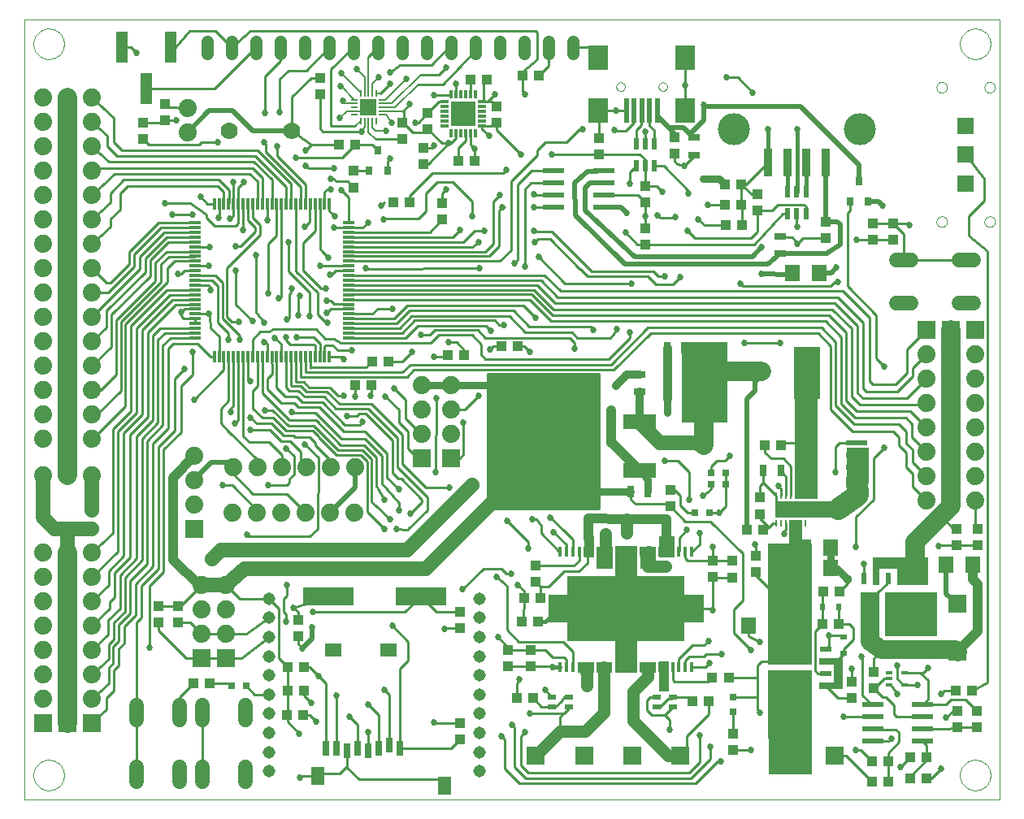
<source format=gtl>
G75*
G70*
%OFA0B0*%
%FSLAX24Y24*%
%IPPOS*%
%LPD*%
%AMOC8*
5,1,8,0,0,1.08239X$1,22.5*
%
%ADD10C,0.0000*%
%ADD11C,0.0515*%
%ADD12C,0.0740*%
%ADD13C,0.0600*%
%ADD14C,0.0515*%
%ADD15R,0.0472X0.0118*%
%ADD16R,0.0118X0.0472*%
%ADD17R,0.0470X0.1300*%
%ADD18R,0.0118X0.0413*%
%ADD19R,0.4803X0.2697*%
%ADD20R,0.0787X0.1142*%
%ADD21R,0.0433X0.0394*%
%ADD22R,0.0394X0.0433*%
%ADD23R,0.0740X0.0740*%
%ADD24R,0.0197X0.0984*%
%ADD25R,0.0787X0.0984*%
%ADD26R,0.0236X0.0472*%
%ADD27R,0.0866X0.0236*%
%ADD28C,0.1310*%
%ADD29R,0.0354X0.1181*%
%ADD30R,0.0472X0.0315*%
%ADD31R,0.0315X0.0354*%
%ADD32R,0.0315X0.0315*%
%ADD33R,0.0098X0.0276*%
%ADD34R,0.1299X0.0669*%
%ADD35R,0.0330X0.0125*%
%ADD36R,0.0125X0.0330*%
%ADD37R,0.1000X0.1000*%
%ADD38R,0.1102X0.2126*%
%ADD39R,0.0315X0.0472*%
%ADD40R,0.2100X0.0760*%
%ADD41R,0.0630X0.0709*%
%ADD42C,0.0700*%
%ADD43R,0.0080X0.0310*%
%ADD44R,0.0310X0.0080*%
%ADD45R,0.0669X0.0669*%
%ADD46R,0.0295X0.0157*%
%ADD47R,0.0500X0.0240*%
%ADD48R,0.0400X0.0240*%
%ADD49R,0.1500X0.0650*%
%ADD50R,0.0240X0.0500*%
%ADD51R,0.0240X0.0400*%
%ADD52R,0.0650X0.1500*%
%ADD53R,0.0236X0.0315*%
%ADD54R,0.0315X0.0236*%
%ADD55R,0.0650X0.0650*%
%ADD56R,0.0768X0.0768*%
%ADD57R,0.0335X0.0197*%
%ADD58R,0.1380X0.0630*%
%ADD59R,0.3840X0.4800*%
%ADD60R,0.0870X0.0240*%
%ADD61R,0.0709X0.0551*%
%ADD62R,0.0551X0.0748*%
%ADD63R,0.0315X0.0591*%
%ADD64C,0.0100*%
%ADD65C,0.0080*%
%ADD66C,0.0270*%
%ADD67C,0.0160*%
%ADD68C,0.0320*%
%ADD69C,0.0010*%
%ADD70C,0.0900*%
%ADD71C,0.0650*%
%ADD72C,0.0375*%
%ADD73C,0.0300*%
%ADD74C,0.0350*%
%ADD75C,0.0200*%
%ADD76C,0.0400*%
%ADD77R,0.0270X0.0270*%
%ADD78C,0.0800*%
%ADD79C,0.0600*%
%ADD80C,0.0500*%
%ADD81C,0.0750*%
D10*
X000150Y001990D02*
X000150Y033990D01*
X040150Y033990D01*
X040150Y001990D01*
X000150Y001990D01*
X000525Y002990D02*
X000527Y003040D01*
X000533Y003089D01*
X000543Y003138D01*
X000556Y003185D01*
X000574Y003232D01*
X000595Y003277D01*
X000619Y003320D01*
X000647Y003361D01*
X000678Y003400D01*
X000712Y003436D01*
X000749Y003470D01*
X000789Y003500D01*
X000830Y003527D01*
X000874Y003551D01*
X000919Y003571D01*
X000966Y003587D01*
X001014Y003600D01*
X001063Y003609D01*
X001113Y003614D01*
X001162Y003615D01*
X001212Y003612D01*
X001261Y003605D01*
X001310Y003594D01*
X001357Y003580D01*
X001403Y003561D01*
X001448Y003539D01*
X001491Y003514D01*
X001531Y003485D01*
X001569Y003453D01*
X001605Y003419D01*
X001638Y003381D01*
X001667Y003341D01*
X001693Y003299D01*
X001716Y003255D01*
X001735Y003209D01*
X001751Y003162D01*
X001763Y003113D01*
X001771Y003064D01*
X001775Y003015D01*
X001775Y002965D01*
X001771Y002916D01*
X001763Y002867D01*
X001751Y002818D01*
X001735Y002771D01*
X001716Y002725D01*
X001693Y002681D01*
X001667Y002639D01*
X001638Y002599D01*
X001605Y002561D01*
X001569Y002527D01*
X001531Y002495D01*
X001491Y002466D01*
X001448Y002441D01*
X001403Y002419D01*
X001357Y002400D01*
X001310Y002386D01*
X001261Y002375D01*
X001212Y002368D01*
X001162Y002365D01*
X001113Y002366D01*
X001063Y002371D01*
X001014Y002380D01*
X000966Y002393D01*
X000919Y002409D01*
X000874Y002429D01*
X000830Y002453D01*
X000789Y002480D01*
X000749Y002510D01*
X000712Y002544D01*
X000678Y002580D01*
X000647Y002619D01*
X000619Y002660D01*
X000595Y002703D01*
X000574Y002748D01*
X000556Y002795D01*
X000543Y002842D01*
X000533Y002891D01*
X000527Y002940D01*
X000525Y002990D01*
X024427Y031230D02*
X024429Y031256D01*
X024435Y031282D01*
X024445Y031307D01*
X024458Y031330D01*
X024474Y031350D01*
X024494Y031368D01*
X024516Y031383D01*
X024539Y031395D01*
X024565Y031403D01*
X024591Y031407D01*
X024617Y031407D01*
X024643Y031403D01*
X024669Y031395D01*
X024693Y031383D01*
X024714Y031368D01*
X024734Y031350D01*
X024750Y031330D01*
X024763Y031307D01*
X024773Y031282D01*
X024779Y031256D01*
X024781Y031230D01*
X024779Y031204D01*
X024773Y031178D01*
X024763Y031153D01*
X024750Y031130D01*
X024734Y031110D01*
X024714Y031092D01*
X024692Y031077D01*
X024669Y031065D01*
X024643Y031057D01*
X024617Y031053D01*
X024591Y031053D01*
X024565Y031057D01*
X024539Y031065D01*
X024515Y031077D01*
X024494Y031092D01*
X024474Y031110D01*
X024458Y031130D01*
X024445Y031153D01*
X024435Y031178D01*
X024429Y031204D01*
X024427Y031230D01*
X026159Y031230D02*
X026161Y031256D01*
X026167Y031282D01*
X026177Y031307D01*
X026190Y031330D01*
X026206Y031350D01*
X026226Y031368D01*
X026248Y031383D01*
X026271Y031395D01*
X026297Y031403D01*
X026323Y031407D01*
X026349Y031407D01*
X026375Y031403D01*
X026401Y031395D01*
X026425Y031383D01*
X026446Y031368D01*
X026466Y031350D01*
X026482Y031330D01*
X026495Y031307D01*
X026505Y031282D01*
X026511Y031256D01*
X026513Y031230D01*
X026511Y031204D01*
X026505Y031178D01*
X026495Y031153D01*
X026482Y031130D01*
X026466Y031110D01*
X026446Y031092D01*
X026424Y031077D01*
X026401Y031065D01*
X026375Y031057D01*
X026349Y031053D01*
X026323Y031053D01*
X026297Y031057D01*
X026271Y031065D01*
X026247Y031077D01*
X026226Y031092D01*
X026206Y031110D01*
X026190Y031130D01*
X026177Y031153D01*
X026167Y031178D01*
X026161Y031204D01*
X026159Y031230D01*
X037559Y031206D02*
X037561Y031235D01*
X037567Y031263D01*
X037576Y031291D01*
X037589Y031317D01*
X037606Y031340D01*
X037625Y031362D01*
X037647Y031381D01*
X037672Y031396D01*
X037698Y031409D01*
X037726Y031417D01*
X037754Y031422D01*
X037783Y031423D01*
X037812Y031420D01*
X037840Y031413D01*
X037867Y031403D01*
X037893Y031389D01*
X037916Y031372D01*
X037937Y031352D01*
X037955Y031329D01*
X037970Y031304D01*
X037981Y031277D01*
X037989Y031249D01*
X037993Y031220D01*
X037993Y031192D01*
X037989Y031163D01*
X037981Y031135D01*
X037970Y031108D01*
X037955Y031083D01*
X037937Y031060D01*
X037916Y031040D01*
X037893Y031023D01*
X037867Y031009D01*
X037840Y030999D01*
X037812Y030992D01*
X037783Y030989D01*
X037754Y030990D01*
X037726Y030995D01*
X037698Y031003D01*
X037672Y031016D01*
X037647Y031031D01*
X037625Y031050D01*
X037606Y031072D01*
X037589Y031095D01*
X037576Y031121D01*
X037567Y031149D01*
X037561Y031177D01*
X037559Y031206D01*
X039527Y031206D02*
X039529Y031235D01*
X039535Y031263D01*
X039544Y031291D01*
X039557Y031317D01*
X039574Y031340D01*
X039593Y031362D01*
X039615Y031381D01*
X039640Y031396D01*
X039666Y031409D01*
X039694Y031417D01*
X039722Y031422D01*
X039751Y031423D01*
X039780Y031420D01*
X039808Y031413D01*
X039835Y031403D01*
X039861Y031389D01*
X039884Y031372D01*
X039905Y031352D01*
X039923Y031329D01*
X039938Y031304D01*
X039949Y031277D01*
X039957Y031249D01*
X039961Y031220D01*
X039961Y031192D01*
X039957Y031163D01*
X039949Y031135D01*
X039938Y031108D01*
X039923Y031083D01*
X039905Y031060D01*
X039884Y031040D01*
X039861Y031023D01*
X039835Y031009D01*
X039808Y030999D01*
X039780Y030992D01*
X039751Y030989D01*
X039722Y030990D01*
X039694Y030995D01*
X039666Y031003D01*
X039640Y031016D01*
X039615Y031031D01*
X039593Y031050D01*
X039574Y031072D01*
X039557Y031095D01*
X039544Y031121D01*
X039535Y031149D01*
X039529Y031177D01*
X039527Y031206D01*
X038525Y032990D02*
X038527Y033040D01*
X038533Y033089D01*
X038543Y033138D01*
X038556Y033185D01*
X038574Y033232D01*
X038595Y033277D01*
X038619Y033320D01*
X038647Y033361D01*
X038678Y033400D01*
X038712Y033436D01*
X038749Y033470D01*
X038789Y033500D01*
X038830Y033527D01*
X038874Y033551D01*
X038919Y033571D01*
X038966Y033587D01*
X039014Y033600D01*
X039063Y033609D01*
X039113Y033614D01*
X039162Y033615D01*
X039212Y033612D01*
X039261Y033605D01*
X039310Y033594D01*
X039357Y033580D01*
X039403Y033561D01*
X039448Y033539D01*
X039491Y033514D01*
X039531Y033485D01*
X039569Y033453D01*
X039605Y033419D01*
X039638Y033381D01*
X039667Y033341D01*
X039693Y033299D01*
X039716Y033255D01*
X039735Y033209D01*
X039751Y033162D01*
X039763Y033113D01*
X039771Y033064D01*
X039775Y033015D01*
X039775Y032965D01*
X039771Y032916D01*
X039763Y032867D01*
X039751Y032818D01*
X039735Y032771D01*
X039716Y032725D01*
X039693Y032681D01*
X039667Y032639D01*
X039638Y032599D01*
X039605Y032561D01*
X039569Y032527D01*
X039531Y032495D01*
X039491Y032466D01*
X039448Y032441D01*
X039403Y032419D01*
X039357Y032400D01*
X039310Y032386D01*
X039261Y032375D01*
X039212Y032368D01*
X039162Y032365D01*
X039113Y032366D01*
X039063Y032371D01*
X039014Y032380D01*
X038966Y032393D01*
X038919Y032409D01*
X038874Y032429D01*
X038830Y032453D01*
X038789Y032480D01*
X038749Y032510D01*
X038712Y032544D01*
X038678Y032580D01*
X038647Y032619D01*
X038619Y032660D01*
X038595Y032703D01*
X038574Y032748D01*
X038556Y032795D01*
X038543Y032842D01*
X038533Y032891D01*
X038527Y032940D01*
X038525Y032990D01*
X037559Y025694D02*
X037561Y025723D01*
X037567Y025751D01*
X037576Y025779D01*
X037589Y025805D01*
X037606Y025828D01*
X037625Y025850D01*
X037647Y025869D01*
X037672Y025884D01*
X037698Y025897D01*
X037726Y025905D01*
X037754Y025910D01*
X037783Y025911D01*
X037812Y025908D01*
X037840Y025901D01*
X037867Y025891D01*
X037893Y025877D01*
X037916Y025860D01*
X037937Y025840D01*
X037955Y025817D01*
X037970Y025792D01*
X037981Y025765D01*
X037989Y025737D01*
X037993Y025708D01*
X037993Y025680D01*
X037989Y025651D01*
X037981Y025623D01*
X037970Y025596D01*
X037955Y025571D01*
X037937Y025548D01*
X037916Y025528D01*
X037893Y025511D01*
X037867Y025497D01*
X037840Y025487D01*
X037812Y025480D01*
X037783Y025477D01*
X037754Y025478D01*
X037726Y025483D01*
X037698Y025491D01*
X037672Y025504D01*
X037647Y025519D01*
X037625Y025538D01*
X037606Y025560D01*
X037589Y025583D01*
X037576Y025609D01*
X037567Y025637D01*
X037561Y025665D01*
X037559Y025694D01*
X039527Y025694D02*
X039529Y025723D01*
X039535Y025751D01*
X039544Y025779D01*
X039557Y025805D01*
X039574Y025828D01*
X039593Y025850D01*
X039615Y025869D01*
X039640Y025884D01*
X039666Y025897D01*
X039694Y025905D01*
X039722Y025910D01*
X039751Y025911D01*
X039780Y025908D01*
X039808Y025901D01*
X039835Y025891D01*
X039861Y025877D01*
X039884Y025860D01*
X039905Y025840D01*
X039923Y025817D01*
X039938Y025792D01*
X039949Y025765D01*
X039957Y025737D01*
X039961Y025708D01*
X039961Y025680D01*
X039957Y025651D01*
X039949Y025623D01*
X039938Y025596D01*
X039923Y025571D01*
X039905Y025548D01*
X039884Y025528D01*
X039861Y025511D01*
X039835Y025497D01*
X039808Y025487D01*
X039780Y025480D01*
X039751Y025477D01*
X039722Y025478D01*
X039694Y025483D01*
X039666Y025491D01*
X039640Y025504D01*
X039615Y025519D01*
X039593Y025538D01*
X039574Y025560D01*
X039557Y025583D01*
X039544Y025609D01*
X039535Y025637D01*
X039529Y025665D01*
X039527Y025694D01*
X038525Y002990D02*
X038527Y003040D01*
X038533Y003089D01*
X038543Y003138D01*
X038556Y003185D01*
X038574Y003232D01*
X038595Y003277D01*
X038619Y003320D01*
X038647Y003361D01*
X038678Y003400D01*
X038712Y003436D01*
X038749Y003470D01*
X038789Y003500D01*
X038830Y003527D01*
X038874Y003551D01*
X038919Y003571D01*
X038966Y003587D01*
X039014Y003600D01*
X039063Y003609D01*
X039113Y003614D01*
X039162Y003615D01*
X039212Y003612D01*
X039261Y003605D01*
X039310Y003594D01*
X039357Y003580D01*
X039403Y003561D01*
X039448Y003539D01*
X039491Y003514D01*
X039531Y003485D01*
X039569Y003453D01*
X039605Y003419D01*
X039638Y003381D01*
X039667Y003341D01*
X039693Y003299D01*
X039716Y003255D01*
X039735Y003209D01*
X039751Y003162D01*
X039763Y003113D01*
X039771Y003064D01*
X039775Y003015D01*
X039775Y002965D01*
X039771Y002916D01*
X039763Y002867D01*
X039751Y002818D01*
X039735Y002771D01*
X039716Y002725D01*
X039693Y002681D01*
X039667Y002639D01*
X039638Y002599D01*
X039605Y002561D01*
X039569Y002527D01*
X039531Y002495D01*
X039491Y002466D01*
X039448Y002441D01*
X039403Y002419D01*
X039357Y002400D01*
X039310Y002386D01*
X039261Y002375D01*
X039212Y002368D01*
X039162Y002365D01*
X039113Y002366D01*
X039063Y002371D01*
X039014Y002380D01*
X038966Y002393D01*
X038919Y002409D01*
X038874Y002429D01*
X038830Y002453D01*
X038789Y002480D01*
X038749Y002510D01*
X038712Y002544D01*
X038678Y002580D01*
X038647Y002619D01*
X038619Y002660D01*
X038595Y002703D01*
X038574Y002748D01*
X038556Y002795D01*
X038543Y002842D01*
X038533Y002891D01*
X038527Y002940D01*
X038525Y002990D01*
X000525Y032990D02*
X000527Y033040D01*
X000533Y033089D01*
X000543Y033138D01*
X000556Y033185D01*
X000574Y033232D01*
X000595Y033277D01*
X000619Y033320D01*
X000647Y033361D01*
X000678Y033400D01*
X000712Y033436D01*
X000749Y033470D01*
X000789Y033500D01*
X000830Y033527D01*
X000874Y033551D01*
X000919Y033571D01*
X000966Y033587D01*
X001014Y033600D01*
X001063Y033609D01*
X001113Y033614D01*
X001162Y033615D01*
X001212Y033612D01*
X001261Y033605D01*
X001310Y033594D01*
X001357Y033580D01*
X001403Y033561D01*
X001448Y033539D01*
X001491Y033514D01*
X001531Y033485D01*
X001569Y033453D01*
X001605Y033419D01*
X001638Y033381D01*
X001667Y033341D01*
X001693Y033299D01*
X001716Y033255D01*
X001735Y033209D01*
X001751Y033162D01*
X001763Y033113D01*
X001771Y033064D01*
X001775Y033015D01*
X001775Y032965D01*
X001771Y032916D01*
X001763Y032867D01*
X001751Y032818D01*
X001735Y032771D01*
X001716Y032725D01*
X001693Y032681D01*
X001667Y032639D01*
X001638Y032599D01*
X001605Y032561D01*
X001569Y032527D01*
X001531Y032495D01*
X001491Y032466D01*
X001448Y032441D01*
X001403Y032419D01*
X001357Y032400D01*
X001310Y032386D01*
X001261Y032375D01*
X001212Y032368D01*
X001162Y032365D01*
X001113Y032366D01*
X001063Y032371D01*
X001014Y032380D01*
X000966Y032393D01*
X000919Y032409D01*
X000874Y032429D01*
X000830Y032453D01*
X000789Y032480D01*
X000749Y032510D01*
X000712Y032544D01*
X000678Y032580D01*
X000647Y032619D01*
X000619Y032660D01*
X000595Y032703D01*
X000574Y032748D01*
X000556Y032795D01*
X000543Y032842D01*
X000533Y032891D01*
X000527Y032940D01*
X000525Y032990D01*
D11*
X010169Y010233D03*
X010169Y009446D03*
X010169Y008658D03*
X010169Y007871D03*
X010169Y007083D03*
X010169Y006296D03*
X010169Y005509D03*
X010169Y004721D03*
X010169Y003934D03*
X010169Y003146D03*
X018831Y003146D03*
X018831Y003934D03*
X018831Y004721D03*
X018831Y005509D03*
X018831Y006296D03*
X018831Y007083D03*
X018831Y007871D03*
X018831Y008658D03*
X018831Y009446D03*
X018831Y010233D03*
D12*
X013670Y013750D03*
X012670Y013750D03*
X011670Y013750D03*
X010670Y013750D03*
X009670Y013750D03*
X008670Y013750D03*
X007100Y014100D03*
X007100Y015100D03*
X007100Y016100D03*
X008700Y015610D03*
X009700Y015610D03*
X010700Y015610D03*
X011700Y015610D03*
X012700Y015610D03*
X013700Y015610D03*
X016450Y016990D03*
X016450Y017990D03*
X016450Y018990D03*
X017650Y018990D03*
X017650Y017990D03*
X017650Y016990D03*
X008420Y010790D03*
X007420Y010790D03*
X007420Y009790D03*
X008420Y009790D03*
X008420Y008790D03*
X007420Y008790D03*
X002930Y009130D03*
X002930Y010130D03*
X002930Y011130D03*
X002930Y012130D03*
X001930Y012130D03*
X000930Y012130D03*
X000930Y011130D03*
X001930Y011130D03*
X001930Y010130D03*
X000930Y010130D03*
X000930Y009130D03*
X001930Y009130D03*
X001930Y008130D03*
X000930Y008130D03*
X000930Y007130D03*
X001930Y007130D03*
X002930Y007130D03*
X002930Y008130D03*
X002930Y006130D03*
X001930Y006130D03*
X000930Y006130D03*
X000930Y015290D03*
X001930Y015290D03*
X002930Y015290D03*
X002930Y016790D03*
X002930Y017790D03*
X002930Y018790D03*
X002930Y019790D03*
X002930Y020790D03*
X002930Y021790D03*
X002930Y022790D03*
X002930Y023790D03*
X002930Y024790D03*
X002930Y025790D03*
X002930Y026790D03*
X002930Y027790D03*
X002930Y028790D03*
X002930Y029790D03*
X002930Y030790D03*
X001930Y030790D03*
X000930Y030790D03*
X000930Y029790D03*
X001930Y029790D03*
X001930Y028790D03*
X000930Y028790D03*
X000930Y027790D03*
X001930Y027790D03*
X001930Y026790D03*
X000930Y026790D03*
X000930Y025790D03*
X001930Y025790D03*
X001930Y024790D03*
X000930Y024790D03*
X000930Y023790D03*
X001930Y023790D03*
X001930Y022790D03*
X000930Y022790D03*
X000930Y021790D03*
X001930Y021790D03*
X001930Y020790D03*
X000930Y020790D03*
X000930Y019790D03*
X001930Y019790D03*
X001930Y018790D03*
X000930Y018790D03*
X000930Y017790D03*
X001930Y017790D03*
X001930Y016790D03*
X000930Y016790D03*
X006860Y029370D03*
X006860Y030370D03*
X037150Y020250D03*
X038150Y020250D03*
X039150Y020250D03*
X039150Y019250D03*
X038150Y019250D03*
X037150Y019250D03*
X037150Y018250D03*
X038150Y018250D03*
X039150Y018250D03*
X039150Y017250D03*
X038150Y017250D03*
X037150Y017250D03*
X037150Y016250D03*
X038150Y016250D03*
X039150Y016250D03*
X039150Y015250D03*
X038150Y015250D03*
X037150Y015250D03*
X037150Y014250D03*
X038150Y014250D03*
X039150Y014250D03*
D13*
X039070Y022350D02*
X038470Y022350D01*
X038470Y024130D02*
X039070Y024130D01*
X036510Y024130D02*
X035910Y024130D01*
X035910Y022350D02*
X036510Y022350D01*
X027880Y016610D02*
X026220Y016610D01*
X025370Y017460D01*
X025370Y017490D01*
X020360Y015190D02*
X016600Y011450D01*
X013150Y011454D01*
X009170Y011460D01*
X008420Y010790D01*
X007420Y010790D01*
X007840Y011840D02*
X008220Y012220D01*
X015850Y012220D01*
X018520Y014890D01*
X009230Y005870D02*
X009230Y005270D01*
X007450Y005270D02*
X007450Y005870D01*
X006530Y005870D02*
X006530Y005270D01*
X004750Y005270D02*
X004750Y005870D01*
X004750Y003310D02*
X004750Y002710D01*
X006530Y002710D02*
X006530Y003310D01*
X007450Y003310D02*
X007450Y002710D01*
X009230Y002710D02*
X009230Y003310D01*
X001930Y012130D02*
X001900Y013090D01*
X001890Y013100D01*
X002930Y013100D01*
X002930Y013870D02*
X002930Y015290D01*
X000930Y015290D02*
X000930Y013540D01*
X001370Y013100D01*
X001890Y013100D01*
D14*
X007650Y032582D02*
X007650Y033097D01*
X008650Y033097D02*
X008650Y032582D01*
X009650Y032582D02*
X009650Y033097D01*
X010650Y033097D02*
X010650Y032582D01*
X011650Y032582D02*
X011650Y033097D01*
X012650Y033097D02*
X012650Y032582D01*
X013650Y032582D02*
X013650Y033097D01*
X014650Y033097D02*
X014650Y032582D01*
X015650Y032582D02*
X015650Y033097D01*
X016650Y033097D02*
X016650Y032582D01*
X017650Y032582D02*
X017650Y033097D01*
X018650Y033097D02*
X018650Y032582D01*
X019650Y032582D02*
X019650Y033097D01*
X020650Y033097D02*
X020650Y032582D01*
X021650Y032582D02*
X021650Y033097D01*
X022650Y033097D02*
X022650Y032582D01*
D15*
X013450Y025652D03*
X013450Y025455D03*
X013450Y025258D03*
X013450Y025061D03*
X013450Y024864D03*
X013450Y024668D03*
X013450Y024471D03*
X013450Y024274D03*
X013450Y024077D03*
X013450Y023880D03*
X013450Y023683D03*
X013450Y023486D03*
X013450Y023290D03*
X013450Y023093D03*
X013450Y022896D03*
X013450Y022699D03*
X013450Y022502D03*
X013450Y022305D03*
X013450Y022109D03*
X013450Y021912D03*
X013450Y021715D03*
X013450Y021518D03*
X013450Y021321D03*
X013450Y021124D03*
X013450Y020927D03*
X007150Y020927D03*
X007150Y021124D03*
X007150Y021321D03*
X007150Y021518D03*
X007150Y021715D03*
X007150Y021912D03*
X007150Y022109D03*
X007150Y022305D03*
X007150Y022502D03*
X007150Y022699D03*
X007150Y022896D03*
X007150Y023093D03*
X007150Y023290D03*
X007150Y023486D03*
X007150Y023683D03*
X007150Y023880D03*
X007150Y024077D03*
X007150Y024274D03*
X007150Y024471D03*
X007150Y024668D03*
X007150Y024864D03*
X007150Y025061D03*
X007150Y025258D03*
X007150Y025455D03*
X007150Y025652D03*
D16*
X007938Y026439D03*
X008135Y026439D03*
X008331Y026439D03*
X008528Y026439D03*
X008725Y026439D03*
X008922Y026439D03*
X009119Y026439D03*
X009316Y026439D03*
X009513Y026439D03*
X009709Y026439D03*
X009906Y026439D03*
X010103Y026439D03*
X010300Y026439D03*
X010497Y026439D03*
X010694Y026439D03*
X010891Y026439D03*
X011087Y026439D03*
X011284Y026439D03*
X011481Y026439D03*
X011678Y026439D03*
X011875Y026439D03*
X012072Y026439D03*
X012269Y026439D03*
X012465Y026439D03*
X012662Y026439D03*
X012662Y020140D03*
X012465Y020140D03*
X012269Y020140D03*
X012072Y020140D03*
X011875Y020140D03*
X011678Y020140D03*
X011481Y020140D03*
X011284Y020140D03*
X011087Y020140D03*
X010891Y020140D03*
X010694Y020140D03*
X010497Y020140D03*
X010300Y020140D03*
X010103Y020140D03*
X009906Y020140D03*
X009709Y020140D03*
X009513Y020140D03*
X009316Y020140D03*
X009119Y020140D03*
X008922Y020140D03*
X008725Y020140D03*
X008528Y020140D03*
X008331Y020140D03*
X008135Y020140D03*
X007938Y020140D03*
D17*
X005150Y031150D03*
X004150Y032850D03*
X006150Y032850D03*
D18*
X022133Y012172D03*
X022389Y012172D03*
X022645Y012172D03*
X022901Y012172D03*
X023157Y012172D03*
X023413Y012172D03*
X023669Y012172D03*
X023924Y012172D03*
X024180Y012172D03*
X024436Y012172D03*
X024692Y012172D03*
X024948Y012172D03*
X025204Y012172D03*
X025460Y012172D03*
X025716Y012172D03*
X025972Y012172D03*
X026228Y012172D03*
X026484Y012172D03*
X026739Y012172D03*
X026995Y012172D03*
X027251Y012172D03*
X027507Y012172D03*
X027507Y007428D03*
X027251Y007428D03*
X026995Y007428D03*
X026739Y007428D03*
X026484Y007428D03*
X026228Y007428D03*
X025972Y007428D03*
X025716Y007428D03*
X025460Y007428D03*
X025204Y007428D03*
X024948Y007428D03*
X024692Y007428D03*
X024436Y007428D03*
X024180Y007428D03*
X023924Y007428D03*
X023669Y007428D03*
X023413Y007428D03*
X023157Y007428D03*
X022901Y007428D03*
X022645Y007428D03*
X022389Y007428D03*
X022133Y007428D03*
D19*
X024830Y009810D03*
D20*
X027625Y009810D03*
X022035Y009810D03*
D21*
X021305Y010240D03*
X020635Y010240D03*
X020555Y009290D03*
X021225Y009290D03*
X021005Y006140D03*
X020335Y006140D03*
X027535Y006030D03*
X028205Y006030D03*
X028365Y006980D03*
X029035Y006980D03*
X032875Y009200D03*
X033545Y009200D03*
X033585Y010530D03*
X032915Y010530D03*
X030455Y013040D03*
X029785Y013040D03*
X030525Y016510D03*
X031195Y016510D03*
X029575Y025540D03*
X028905Y025540D03*
X028895Y026390D03*
X029565Y026390D03*
X029555Y027230D03*
X028885Y027230D03*
X021255Y031690D03*
X020585Y031690D03*
X019125Y031510D03*
X018455Y031510D03*
X018605Y028200D03*
X017935Y028200D03*
X015965Y026480D03*
X015295Y026480D03*
X013725Y028850D03*
X013055Y028850D03*
X019715Y020600D03*
X020385Y020600D03*
X018195Y020210D03*
X017525Y020210D03*
X015085Y019970D03*
X014415Y019970D03*
X014385Y019000D03*
X013715Y019000D03*
X011605Y007420D03*
X010935Y007420D03*
X010935Y006440D03*
X011605Y006440D03*
X011585Y005460D03*
X010915Y005460D03*
X007745Y006740D03*
X007075Y006740D03*
X034905Y003570D03*
X035575Y003570D03*
X036475Y003730D03*
X037145Y003730D03*
X037145Y002850D03*
X036475Y002850D03*
X035575Y002730D03*
X034905Y002730D03*
X038355Y006470D03*
X039025Y006470D03*
D22*
X039230Y005634D03*
X039230Y004965D03*
X038420Y004955D03*
X038420Y005624D03*
X034980Y006555D03*
X034980Y007224D03*
X034090Y006834D03*
X034090Y006165D03*
X029220Y004694D03*
X029220Y004025D03*
X020900Y007445D03*
X020900Y008114D03*
X019990Y008114D03*
X019990Y007445D03*
X018010Y009035D03*
X018010Y009704D03*
X021110Y010925D03*
X021110Y011594D03*
X026640Y014025D03*
X026640Y014694D03*
X028370Y011784D03*
X028370Y011115D03*
X029170Y011105D03*
X029170Y011774D03*
X030160Y011994D03*
X030160Y011325D03*
X030320Y013705D03*
X030320Y014374D03*
X038370Y013084D03*
X038370Y012415D03*
X039250Y012425D03*
X039250Y013094D03*
X035770Y024945D03*
X035770Y025614D03*
X034960Y025634D03*
X034960Y024965D03*
X033010Y025035D03*
X033010Y025704D03*
X030230Y026155D03*
X030230Y026824D03*
X026820Y028475D03*
X026820Y029144D03*
X025620Y027144D03*
X025620Y026475D03*
X025620Y025414D03*
X025620Y024745D03*
X023700Y028455D03*
X023700Y029124D03*
X019530Y029755D03*
X019530Y030424D03*
X016690Y030164D03*
X016690Y029495D03*
X016500Y028734D03*
X016500Y028065D03*
X015660Y029075D03*
X015660Y029744D03*
X013660Y027774D03*
X013660Y027105D03*
X017290Y026444D03*
X017290Y025775D03*
X012280Y030935D03*
X012280Y031604D03*
X005920Y030524D03*
X005920Y029855D03*
X005020Y029754D03*
X005020Y029085D03*
X005660Y009924D03*
X005660Y009255D03*
X006460Y009255D03*
X006460Y009924D03*
X011390Y009354D03*
X011390Y008685D03*
X018030Y005124D03*
X018030Y004455D03*
D23*
X008420Y007790D03*
X007420Y007790D03*
X002930Y005130D03*
X001930Y005130D03*
X000930Y005130D03*
X007100Y013100D03*
X016450Y015990D03*
X017650Y015990D03*
X037150Y021250D03*
X038150Y021250D03*
X039150Y021250D03*
D24*
X026100Y030245D03*
X025785Y030245D03*
X025470Y030245D03*
X025155Y030245D03*
X024840Y030245D03*
D25*
X023698Y030245D03*
X023698Y032411D03*
X027242Y032411D03*
X027242Y030245D03*
D26*
X025994Y028883D03*
X025620Y028883D03*
X025246Y028883D03*
X025246Y027977D03*
X025620Y027977D03*
X025994Y027977D03*
X031456Y026923D03*
X031830Y026923D03*
X032204Y026923D03*
X032204Y026017D03*
X031830Y026017D03*
X031456Y026017D03*
D27*
X023914Y026290D03*
X023914Y026790D03*
X023914Y027290D03*
X023914Y027790D03*
X021866Y027790D03*
X021866Y027290D03*
X021866Y026790D03*
X021866Y026290D03*
X034936Y005880D03*
X034936Y005380D03*
X034936Y004880D03*
X034936Y004380D03*
X036984Y004380D03*
X036984Y004880D03*
X036984Y005380D03*
X036984Y005880D03*
D28*
X034415Y029490D03*
X029245Y029490D03*
D29*
X030649Y028131D03*
X031436Y028131D03*
X032224Y028131D03*
X033011Y028131D03*
D30*
X031140Y025094D03*
X031140Y024385D03*
X027600Y028435D03*
X027600Y029144D03*
X025370Y019424D03*
X025370Y018715D03*
D31*
X034016Y026536D03*
X034764Y026536D03*
X034390Y027363D03*
X015034Y027796D03*
X014286Y027796D03*
X014660Y028623D03*
D32*
X028315Y015390D03*
X028315Y014920D03*
X028905Y014920D03*
X028905Y015390D03*
X028235Y013770D03*
X027645Y013770D03*
X029230Y006175D03*
X029230Y005584D03*
X009245Y006640D03*
X008655Y006640D03*
D33*
X030989Y013329D03*
X031186Y013329D03*
X031383Y013329D03*
X031580Y013329D03*
X031777Y013329D03*
X031974Y013329D03*
X032171Y013329D03*
X032171Y014470D03*
X031974Y014470D03*
X031777Y014470D03*
X031580Y014470D03*
X031383Y014470D03*
X031186Y014470D03*
X030989Y014470D03*
D34*
X031580Y013900D03*
D35*
X018928Y029637D03*
X018928Y029834D03*
X018928Y030031D03*
X018928Y030228D03*
X018928Y030425D03*
X018928Y030622D03*
X017372Y030622D03*
X017372Y030425D03*
X017372Y030228D03*
X017372Y030031D03*
X017372Y029834D03*
X017372Y029637D03*
D36*
X017658Y029332D03*
X017855Y029332D03*
X018052Y029332D03*
X018248Y029332D03*
X018445Y029332D03*
X018642Y029332D03*
X018642Y030907D03*
X018445Y030907D03*
X018248Y030907D03*
X018052Y030907D03*
X017855Y030907D03*
X017658Y030907D03*
D37*
X018150Y030130D03*
D38*
X028392Y019490D03*
X032250Y019490D03*
D39*
X031174Y015480D03*
X030466Y015480D03*
X027234Y018430D03*
X026526Y018430D03*
X026526Y019160D03*
X026526Y019810D03*
X027234Y019810D03*
X027234Y019160D03*
X027224Y020520D03*
X026516Y020520D03*
X025724Y014620D03*
X025016Y014620D03*
D40*
X016410Y010330D03*
X012610Y010330D03*
D41*
X029849Y009130D03*
X030951Y009130D03*
X032109Y011480D03*
X032109Y012320D03*
X033211Y012320D03*
X033211Y011480D03*
X037959Y011610D03*
X039061Y011610D03*
X032761Y023590D03*
X031659Y023590D03*
D42*
X011120Y029430D03*
X008560Y029430D03*
D43*
X013945Y029819D03*
X014103Y029819D03*
X014260Y029819D03*
X014417Y029819D03*
X014575Y029819D03*
X014575Y030960D03*
X014417Y030960D03*
X014260Y030960D03*
X014103Y030960D03*
X013945Y030960D03*
D44*
X013689Y030705D03*
X013689Y030547D03*
X013689Y030390D03*
X013689Y030232D03*
X013689Y030075D03*
X014831Y030075D03*
X014831Y030232D03*
X014831Y030390D03*
X014831Y030547D03*
X014831Y030705D03*
D45*
X014260Y030390D03*
D46*
X035615Y007196D03*
X035615Y006940D03*
X035615Y006684D03*
X036265Y006684D03*
X036265Y007196D03*
D47*
X033000Y007170D03*
X033000Y006670D03*
X033000Y007670D03*
X033000Y008170D03*
D48*
X030850Y008170D03*
X030850Y007670D03*
X030850Y007170D03*
X030850Y006670D03*
D49*
X031680Y006965D03*
X031680Y007875D03*
D50*
X034570Y011060D03*
X035070Y011060D03*
X035570Y011060D03*
X036070Y011060D03*
D51*
X036070Y008910D03*
X035570Y008910D03*
X035070Y008910D03*
X034570Y008910D03*
D52*
X034865Y009740D03*
X035775Y009740D03*
D53*
X033550Y009900D03*
X032881Y009900D03*
D54*
X033750Y008669D03*
X033750Y008000D03*
D55*
X038760Y027269D03*
X038760Y028450D03*
X038760Y029631D03*
D56*
X038410Y010020D03*
X038410Y008051D03*
X033370Y003800D03*
X031401Y003800D03*
X027040Y003790D03*
X025071Y003790D03*
X023100Y003790D03*
X021131Y003790D03*
D57*
X021796Y005793D03*
X021796Y006186D03*
X022484Y006186D03*
X022484Y005793D03*
X026076Y005793D03*
X026764Y005793D03*
X026764Y006186D03*
X026076Y006186D03*
D58*
X025370Y015490D03*
X025370Y017490D03*
D59*
X021330Y016490D03*
D60*
X032230Y016610D03*
X032230Y016110D03*
X032230Y015610D03*
X032230Y015110D03*
X034290Y015110D03*
X034290Y015610D03*
X034290Y016110D03*
X034290Y016610D03*
D61*
X015071Y008132D03*
X012827Y008132D03*
D62*
X012197Y002955D03*
X017374Y002561D03*
D63*
X015540Y004077D03*
X015107Y004234D03*
X014674Y004077D03*
X014240Y003998D03*
X013807Y004077D03*
X013374Y003998D03*
X012941Y004077D03*
X012508Y004077D03*
D64*
X012508Y006771D01*
X012200Y007050D01*
X011860Y007420D01*
X011605Y007420D01*
X010935Y007420D02*
X010580Y007805D01*
X010580Y009832D01*
X010169Y010233D01*
X008977Y010233D01*
X008420Y010790D01*
X007420Y010790D02*
X006555Y009924D01*
X006460Y009924D01*
X005660Y009924D01*
X005660Y009255D02*
X005650Y008930D01*
X006780Y007790D01*
X007420Y007790D01*
X008420Y007790D01*
X009041Y007790D01*
X010169Y008658D01*
X010169Y009446D02*
X009253Y008790D01*
X008420Y008790D01*
X007420Y008790D01*
X006955Y009255D01*
X006460Y009255D01*
X004940Y009440D02*
X004940Y010750D01*
X005640Y011450D01*
X005640Y016460D01*
X006300Y017120D01*
X006300Y019240D01*
X006710Y019650D01*
X007060Y019410D02*
X007060Y020370D01*
X007240Y020680D02*
X006250Y020680D01*
X006050Y020480D01*
X006050Y017230D01*
X005420Y016600D01*
X005420Y011540D01*
X004710Y010830D01*
X004710Y009540D01*
X004260Y009090D01*
X004260Y008430D01*
X004000Y008170D01*
X004000Y007480D01*
X003820Y007300D01*
X003820Y006460D01*
X003530Y006170D01*
X003530Y005690D01*
X002930Y005130D01*
X002930Y006130D02*
X003610Y006770D01*
X003610Y007400D01*
X003790Y007580D01*
X003790Y008250D01*
X004030Y008490D01*
X004030Y009170D01*
X004490Y009630D01*
X004490Y010960D01*
X005190Y011660D01*
X005190Y016700D01*
X005830Y017340D01*
X005830Y020620D01*
X006138Y020927D01*
X007150Y020927D01*
X007150Y021124D02*
X005905Y021124D01*
X005630Y020850D01*
X005630Y017450D01*
X004980Y016800D01*
X004980Y011810D01*
X004270Y011100D01*
X004270Y009690D01*
X003820Y009240D01*
X003820Y008560D01*
X003600Y008340D01*
X003600Y007760D01*
X002930Y007130D01*
X002930Y008130D02*
X003590Y008750D01*
X003590Y009350D01*
X004070Y009830D01*
X004070Y011200D01*
X004750Y011880D01*
X004750Y016890D01*
X005420Y017560D01*
X005420Y021030D01*
X005711Y021321D01*
X007150Y021321D01*
X007150Y021518D02*
X007150Y021715D01*
X006685Y021715D01*
X006570Y021830D01*
X006570Y021990D01*
X006700Y022120D01*
X007139Y022120D01*
X007150Y022109D01*
X007150Y022305D02*
X006356Y022305D01*
X005220Y021170D01*
X005220Y017700D01*
X004480Y016960D01*
X004480Y011910D01*
X003860Y011290D01*
X003860Y010300D01*
X003660Y010100D01*
X003660Y009820D01*
X002930Y009130D01*
X002930Y010130D02*
X003620Y010780D01*
X003620Y011370D01*
X004230Y011980D01*
X004230Y017030D01*
X004980Y017780D01*
X004980Y021250D01*
X006233Y022502D01*
X007150Y022502D01*
X007150Y022699D02*
X006119Y022699D01*
X004740Y021330D01*
X004750Y017870D01*
X003990Y017100D01*
X003990Y012150D01*
X002930Y011130D01*
X002930Y012130D02*
X003770Y012930D01*
X003770Y017180D01*
X004520Y017930D01*
X004520Y021430D01*
X005986Y022896D01*
X007150Y022896D01*
X007150Y023093D02*
X007157Y023100D01*
X007690Y023100D01*
X007780Y023010D01*
X007780Y022900D01*
X008090Y023040D02*
X008090Y021540D01*
X008520Y021110D01*
X008520Y020860D01*
X008135Y020975D02*
X007770Y021330D01*
X007760Y021870D01*
X007720Y021910D01*
X007678Y021912D01*
X007150Y021912D01*
X008270Y021710D02*
X008270Y023180D01*
X007983Y023486D01*
X007150Y023486D01*
X007147Y023680D02*
X006710Y023680D01*
X006570Y023540D01*
X006450Y023540D01*
X006020Y023800D02*
X006020Y023210D01*
X004290Y021480D01*
X004290Y018120D01*
X002980Y016810D01*
X002930Y016790D01*
X002930Y017790D02*
X003130Y017790D01*
X004110Y018770D01*
X004110Y021580D01*
X005740Y023210D01*
X005740Y023940D01*
X006070Y024270D01*
X007146Y024270D01*
X007150Y024274D01*
X007148Y024080D02*
X007150Y024077D01*
X007148Y024080D02*
X006300Y024080D01*
X006020Y023800D01*
X005530Y024030D02*
X005530Y023270D01*
X003920Y021660D01*
X003920Y019430D01*
X003280Y018790D01*
X002930Y018790D01*
X002930Y019790D02*
X003710Y020540D01*
X003720Y021900D01*
X005310Y023470D01*
X005310Y024130D01*
X006050Y024870D01*
X007145Y024870D01*
X007150Y024864D01*
X007149Y025060D02*
X007150Y025061D01*
X007149Y025060D02*
X005970Y025060D01*
X005100Y024190D01*
X005100Y023610D01*
X003520Y022040D01*
X003520Y021350D01*
X002930Y020790D01*
X002930Y021790D02*
X004010Y022880D01*
X004870Y023740D01*
X004870Y024260D01*
X005870Y025260D01*
X007149Y025260D01*
X007150Y025258D01*
X007150Y025455D02*
X007146Y025460D01*
X005760Y025460D01*
X004640Y024340D01*
X004640Y023860D01*
X003570Y022790D01*
X002930Y022790D01*
X003520Y023200D02*
X002930Y023790D01*
X003520Y023200D02*
X003680Y023200D01*
X004450Y023970D01*
X004450Y024450D01*
X005652Y025652D01*
X007150Y025652D01*
X007050Y025990D02*
X006230Y025990D01*
X005910Y026460D02*
X006940Y026460D01*
X007630Y025980D01*
X007630Y025840D01*
X007960Y025510D01*
X008800Y025510D01*
X008920Y025630D01*
X008920Y026437D01*
X008922Y026439D01*
X008922Y027092D01*
X009160Y027330D01*
X009390Y027650D02*
X009710Y027350D01*
X009710Y026459D01*
X009709Y026439D01*
X009900Y026446D02*
X009906Y026439D01*
X009900Y026446D02*
X009900Y027490D01*
X009500Y027890D01*
X003080Y027890D01*
X002930Y027790D01*
X003600Y028170D02*
X002930Y028790D01*
X003560Y028790D02*
X003560Y029210D01*
X002930Y029790D01*
X003830Y029940D02*
X002930Y030790D01*
X003830Y029940D02*
X003830Y028940D01*
X004140Y028630D01*
X009700Y028630D01*
X011090Y027240D01*
X011090Y026442D01*
X011087Y026439D01*
X010891Y026439D02*
X010890Y026440D01*
X010890Y027130D01*
X009620Y028400D01*
X003950Y028400D01*
X003560Y028790D01*
X003600Y028170D02*
X009540Y028170D01*
X010300Y027410D01*
X010300Y026439D01*
X010490Y026432D02*
X010497Y026439D01*
X010490Y026432D02*
X010490Y025130D01*
X010140Y024780D01*
X010140Y022740D01*
X010590Y022550D02*
X010680Y022600D01*
X010680Y026426D01*
X010694Y026439D01*
X011284Y026439D02*
X011290Y026433D01*
X011290Y023660D01*
X012170Y022780D01*
X012170Y021900D01*
X012520Y021540D01*
X012590Y021540D01*
X012130Y021290D02*
X012470Y020900D01*
X012850Y020900D01*
X013110Y020710D01*
X016810Y020710D01*
X017150Y021040D01*
X018510Y021040D01*
X018880Y020670D01*
X018880Y020260D01*
X019060Y020070D01*
X024130Y020070D01*
X024970Y020910D01*
X024970Y021150D01*
X024450Y021240D02*
X024190Y020920D01*
X022810Y020920D01*
X022620Y021170D01*
X020690Y021170D01*
X020040Y021820D01*
X016030Y021820D01*
X015560Y021320D01*
X013478Y021320D01*
X013450Y021321D01*
X013455Y021130D02*
X013450Y021124D01*
X013455Y021130D02*
X015650Y021130D01*
X016160Y021640D01*
X019460Y021640D01*
X019630Y021470D01*
X019810Y021470D01*
X019290Y021230D02*
X019090Y021430D01*
X016270Y021430D01*
X015768Y020927D01*
X013450Y020927D01*
X013450Y021518D02*
X015408Y021518D01*
X015940Y022050D01*
X017770Y022050D01*
X017780Y022040D01*
X020200Y022040D01*
X020850Y021390D01*
X023380Y021390D01*
X023480Y021290D01*
X023480Y021250D01*
X022720Y020730D02*
X022520Y020930D01*
X019060Y020930D01*
X018750Y021240D01*
X016980Y021240D01*
X016790Y021050D01*
X016430Y021050D01*
X016050Y020370D02*
X015650Y019970D01*
X015085Y019970D01*
X015650Y019520D02*
X015980Y019820D01*
X024200Y019820D01*
X025720Y021340D01*
X032860Y021340D01*
X033430Y020770D01*
X033430Y018150D01*
X034180Y017400D01*
X036010Y017400D01*
X036330Y017080D01*
X036330Y016590D01*
X036580Y016340D01*
X036580Y015820D01*
X037150Y015250D01*
X036590Y015350D02*
X036590Y014810D01*
X037150Y014250D01*
X037740Y013610D02*
X038265Y013084D01*
X038370Y013084D01*
X038380Y012425D02*
X037685Y012425D01*
X037640Y012380D01*
X038370Y012415D02*
X038380Y012425D01*
X039250Y012425D01*
X039250Y013094D02*
X039150Y013194D01*
X039150Y014250D01*
X037150Y016250D02*
X036560Y016840D01*
X036560Y017400D01*
X036310Y017650D01*
X034870Y017650D01*
X034200Y017660D01*
X033650Y018210D01*
X033650Y020970D01*
X033000Y021610D01*
X021760Y021610D01*
X020870Y022500D01*
X013452Y022500D01*
X013450Y022502D01*
X013445Y022310D02*
X013450Y022305D01*
X013445Y022310D02*
X012850Y022310D01*
X012710Y022450D01*
X012560Y022450D01*
X012700Y022108D02*
X012550Y021960D01*
X012700Y022108D02*
X013450Y022109D01*
X013450Y021912D02*
X013452Y021910D01*
X014430Y021910D01*
X014640Y022120D01*
X015260Y022120D01*
X015315Y021715D02*
X015860Y022260D01*
X020620Y022260D01*
X021110Y021750D01*
X021800Y021850D02*
X020940Y022710D01*
X013460Y022710D01*
X013450Y022699D01*
X013456Y022890D02*
X013450Y022896D01*
X013456Y022890D02*
X021050Y022890D01*
X021840Y022100D01*
X033280Y022100D01*
X034070Y021310D01*
X034070Y018530D01*
X034420Y018180D01*
X037080Y018180D01*
X037150Y018250D01*
X036470Y017930D02*
X037150Y017250D01*
X036470Y017930D02*
X034290Y017930D01*
X033850Y018370D01*
X033850Y021140D01*
X033140Y021850D01*
X021800Y021850D01*
X021900Y022350D02*
X021170Y023080D01*
X013463Y023080D01*
X013450Y023093D01*
X013450Y023290D02*
X021340Y023290D01*
X022030Y022600D01*
X033520Y022600D01*
X034550Y021570D01*
X034550Y018850D01*
X034670Y018730D01*
X035960Y018730D01*
X036580Y019350D01*
X036580Y019680D01*
X037150Y020250D01*
X036340Y020440D02*
X037150Y021250D01*
X036340Y020440D02*
X036340Y019490D01*
X035870Y019020D01*
X034940Y019020D01*
X034810Y019150D01*
X034810Y021760D01*
X033730Y022840D01*
X022140Y022840D01*
X021490Y023480D01*
X013653Y023480D01*
X013450Y023486D01*
X013446Y023680D02*
X013450Y023683D01*
X013446Y023680D02*
X012930Y023680D01*
X012760Y023510D01*
X012690Y023510D01*
X012270Y023890D02*
X013440Y023890D01*
X013450Y023880D01*
X013450Y024077D02*
X019647Y024077D01*
X020100Y024530D01*
X020100Y027350D01*
X021180Y028430D01*
X021180Y028620D01*
X021510Y028950D01*
X022390Y028950D01*
X022930Y029490D01*
X023060Y029490D01*
X023700Y029124D02*
X023700Y030244D01*
X023698Y030245D01*
X024424Y030245D01*
X024430Y030240D01*
X024436Y030245D01*
X024840Y030245D01*
X025155Y030245D02*
X025155Y029745D01*
X024830Y029420D01*
X024390Y029420D01*
X024350Y029460D01*
X025246Y029446D02*
X025246Y028883D01*
X025620Y028883D02*
X025620Y029380D01*
X025780Y029650D02*
X025780Y030240D01*
X025785Y030245D01*
X025470Y030245D02*
X025450Y030225D01*
X025450Y029650D01*
X025246Y029446D01*
X025780Y029650D02*
X025994Y029435D01*
X025994Y028883D01*
X025620Y028883D02*
X025620Y028883D01*
X025395Y028455D02*
X025640Y028210D01*
X025640Y027997D01*
X025620Y027977D01*
X025620Y027977D01*
X025620Y027144D01*
X026085Y027144D01*
X026300Y026930D01*
X025620Y026475D02*
X025305Y026790D01*
X023914Y026790D01*
X024980Y027250D02*
X024980Y027270D01*
X024980Y027711D01*
X025246Y027977D01*
X025994Y027977D02*
X026372Y027977D01*
X027390Y026960D01*
X027390Y026850D01*
X027380Y026860D01*
X027370Y026860D01*
X028180Y026390D02*
X028895Y026390D01*
X028885Y026380D01*
X029565Y026390D02*
X029575Y026380D01*
X029575Y025540D01*
X029950Y025020D02*
X027650Y025020D01*
X027350Y025320D01*
X027780Y025800D02*
X028040Y025540D01*
X028905Y025540D01*
X029950Y025020D02*
X030220Y025300D01*
X030230Y026155D01*
X030805Y026145D01*
X031060Y026400D01*
X032120Y026400D01*
X032204Y026315D01*
X032204Y026017D01*
X031830Y026017D02*
X031830Y025509D01*
X031840Y025500D01*
X031656Y025044D02*
X031850Y024800D01*
X032085Y025035D01*
X033010Y025035D01*
X034280Y024960D02*
X034285Y024965D01*
X034960Y024965D01*
X034980Y024945D01*
X035770Y024945D01*
X036210Y025174D02*
X035770Y025614D01*
X034980Y025614D01*
X034960Y025634D01*
X036365Y025634D01*
X036450Y025550D01*
X036210Y025174D02*
X036210Y024130D01*
X038770Y024130D01*
X039650Y024480D02*
X038870Y025110D01*
X038870Y025930D01*
X039510Y026570D01*
X039510Y027450D01*
X038760Y028450D01*
X039650Y024480D02*
X039660Y006800D01*
X039025Y006470D01*
X038765Y006080D02*
X039230Y005634D01*
X038765Y006080D02*
X038150Y006080D01*
X037950Y005880D01*
X036984Y005880D01*
X037200Y006096D01*
X037200Y006880D01*
X036884Y007196D01*
X036265Y007196D01*
X037016Y007196D01*
X037200Y007380D01*
X036780Y006680D02*
X036246Y006684D01*
X036265Y006684D01*
X036196Y006684D01*
X035940Y006940D01*
X035940Y007490D01*
X035615Y006940D02*
X035400Y006940D01*
X035015Y006555D01*
X034980Y006555D01*
X035345Y006190D01*
X035480Y006190D01*
X035810Y005860D01*
X035810Y005500D01*
X035930Y005380D01*
X036984Y005380D01*
X036984Y004880D02*
X038055Y004880D01*
X038420Y004955D01*
X039230Y004965D01*
X038420Y005624D02*
X038235Y005634D01*
X037960Y005360D01*
X037750Y006330D02*
X037890Y006470D01*
X038355Y006470D01*
X035960Y006320D02*
X035696Y006684D01*
X035615Y006684D01*
X034980Y007224D02*
X034980Y007750D01*
X035270Y008140D01*
X034830Y008710D02*
X035030Y008910D01*
X035070Y008910D01*
X034865Y009740D02*
X034865Y010215D01*
X035550Y010860D01*
X035560Y010990D01*
X035570Y011060D01*
X036070Y011060D02*
X036070Y011270D01*
X036680Y011880D01*
X034570Y011640D02*
X034570Y011060D01*
X033910Y011030D02*
X033910Y010855D01*
X033585Y010530D01*
X033545Y009994D02*
X033550Y009900D01*
X033545Y009994D02*
X033545Y009200D01*
X033980Y009200D01*
X034150Y009030D01*
X034150Y008550D01*
X033750Y008150D01*
X033750Y008000D01*
X033750Y007970D01*
X033450Y007670D01*
X033000Y007670D01*
X033000Y008170D02*
X033160Y008330D01*
X033160Y008730D01*
X033689Y008730D01*
X033750Y008669D01*
X033600Y009144D02*
X033545Y009200D01*
X032881Y009205D02*
X032881Y009900D01*
X032881Y010576D01*
X032915Y010530D01*
X032881Y009205D02*
X032875Y009200D01*
X032580Y008904D01*
X032580Y007280D01*
X032690Y007170D01*
X033000Y007170D01*
X033000Y006670D02*
X033505Y006165D01*
X034090Y006165D01*
X034530Y006270D02*
X034530Y007800D01*
X034480Y007850D01*
X034090Y007350D02*
X034090Y006834D01*
X034530Y006270D02*
X034920Y005880D01*
X034936Y005880D01*
X034936Y005380D02*
X033750Y005380D01*
X034936Y004880D02*
X034946Y004870D01*
X035880Y004870D01*
X036010Y004740D01*
X036010Y004340D01*
X035575Y003904D01*
X035575Y003570D01*
X035575Y002730D01*
X034905Y002730D02*
X033835Y003800D01*
X033370Y003800D01*
X034240Y004020D02*
X034455Y004020D01*
X034905Y003570D01*
X034936Y004380D02*
X035580Y004380D01*
X035700Y004500D01*
X036475Y003730D02*
X036475Y003715D01*
X036090Y003330D01*
X036475Y002935D02*
X037150Y003610D01*
X037150Y003724D01*
X037145Y003730D01*
X037145Y004219D01*
X036984Y004380D01*
X037750Y003250D02*
X037350Y002850D01*
X037145Y002850D01*
X036475Y002850D02*
X036475Y002935D01*
X030850Y007670D02*
X030370Y007670D01*
X030200Y007500D01*
X030200Y007010D01*
X030170Y006980D01*
X029035Y006980D01*
X028365Y006980D02*
X028195Y006810D01*
X026820Y006810D01*
X026739Y006890D01*
X026739Y007428D01*
X026995Y007428D02*
X026995Y007755D01*
X027550Y008310D01*
X028010Y008310D01*
X028200Y008500D01*
X028100Y007970D02*
X028000Y007870D01*
X027420Y007870D01*
X027251Y007701D01*
X027251Y007428D01*
X027507Y007428D02*
X028078Y007428D01*
X028240Y007590D01*
X028100Y007970D02*
X028740Y007970D01*
X029250Y008810D02*
X029950Y008110D01*
X030300Y008460D02*
X029849Y008691D01*
X029849Y009130D01*
X029250Y008810D02*
X029250Y009790D01*
X029610Y010150D01*
X029610Y012090D01*
X028290Y013400D01*
X027255Y013400D01*
X026640Y014025D01*
X026545Y014120D01*
X025200Y014120D01*
X025016Y014304D01*
X025016Y014620D01*
X023720Y014598D02*
X019140Y014598D01*
X019140Y014696D02*
X023720Y014696D01*
X023720Y014795D02*
X019140Y014795D01*
X019140Y014893D02*
X023720Y014893D01*
X023720Y014992D02*
X019140Y014992D01*
X019140Y015090D02*
X023720Y015090D01*
X023720Y015189D02*
X019140Y015189D01*
X019140Y015287D02*
X023720Y015287D01*
X023720Y015386D02*
X019140Y015386D01*
X019140Y015484D02*
X023720Y015484D01*
X023720Y015583D02*
X019140Y015583D01*
X019140Y015681D02*
X023720Y015681D01*
X023720Y015780D02*
X019140Y015780D01*
X019140Y015878D02*
X023720Y015878D01*
X023720Y015977D02*
X019140Y015977D01*
X019140Y016075D02*
X023720Y016075D01*
X023720Y016174D02*
X019140Y016174D01*
X019140Y016272D02*
X023720Y016272D01*
X023720Y016371D02*
X019140Y016371D01*
X019140Y016469D02*
X023720Y016469D01*
X023720Y016568D02*
X019140Y016568D01*
X019140Y016666D02*
X023720Y016666D01*
X023720Y016765D02*
X019140Y016765D01*
X019140Y016863D02*
X023720Y016863D01*
X023720Y016962D02*
X019140Y016962D01*
X019140Y017060D02*
X023720Y017060D01*
X023720Y017159D02*
X019140Y017159D01*
X019140Y017257D02*
X023720Y017257D01*
X023720Y017356D02*
X019140Y017356D01*
X019140Y017454D02*
X023720Y017454D01*
X023720Y017553D02*
X019140Y017553D01*
X019140Y017651D02*
X023720Y017651D01*
X023720Y017750D02*
X019140Y017750D01*
X019140Y017848D02*
X023720Y017848D01*
X023720Y017947D02*
X019140Y017947D01*
X019140Y018045D02*
X023720Y018045D01*
X023720Y018144D02*
X019140Y018144D01*
X019140Y018242D02*
X023720Y018242D01*
X023720Y018341D02*
X019140Y018341D01*
X019140Y018439D02*
X023720Y018439D01*
X023720Y018538D02*
X019140Y018538D01*
X019140Y018636D02*
X023720Y018636D01*
X023720Y018735D02*
X019140Y018735D01*
X019140Y018833D02*
X023720Y018833D01*
X023720Y018932D02*
X019140Y018932D01*
X019140Y019030D02*
X023720Y019030D01*
X023720Y019129D02*
X019140Y019129D01*
X019140Y019227D02*
X023720Y019227D01*
X023720Y019326D02*
X019140Y019326D01*
X019140Y019424D02*
X023720Y019424D01*
X023720Y019460D02*
X023720Y013920D01*
X019140Y013920D01*
X019140Y019460D01*
X023720Y019460D01*
X024330Y019620D02*
X025850Y021120D01*
X032700Y021120D01*
X033230Y020590D01*
X033230Y017990D01*
X034120Y017100D01*
X035780Y017100D01*
X036010Y016870D01*
X036010Y016530D01*
X036330Y016210D01*
X036330Y015610D01*
X036590Y015350D01*
X035410Y016430D02*
X034970Y015990D01*
X034970Y014300D01*
X034260Y013590D01*
X034260Y012340D01*
X034250Y012340D01*
X033550Y013870D02*
X033530Y013890D01*
X033530Y013910D01*
X033410Y015410D02*
X033410Y016440D01*
X033580Y016610D01*
X034290Y016610D01*
X034540Y018440D02*
X036340Y018440D01*
X037150Y019250D01*
X035430Y019750D02*
X035080Y020100D01*
X035080Y021860D01*
X033900Y023040D01*
X033900Y026040D01*
X034016Y026156D01*
X034016Y026536D01*
X031456Y026017D02*
X031258Y026017D01*
X030070Y024760D01*
X025635Y024760D01*
X025620Y024745D01*
X025295Y024745D01*
X024800Y025240D01*
X025620Y025414D02*
X025620Y025920D01*
X025620Y026475D01*
X026130Y025960D02*
X026240Y025850D01*
X026830Y025850D01*
X026860Y025880D01*
X026860Y025890D01*
X027200Y027980D02*
X027616Y028395D01*
X027600Y028435D01*
X027200Y027980D02*
X026950Y028040D01*
X026820Y028170D01*
X026820Y028475D01*
X025395Y028455D02*
X023700Y028455D01*
X023685Y028440D01*
X021770Y028440D01*
X021780Y028450D01*
X021780Y028460D01*
X021866Y027790D02*
X020960Y027790D01*
X020390Y027220D01*
X020390Y024140D01*
X020240Y023990D01*
X020670Y023860D02*
X020670Y027030D01*
X020930Y027290D01*
X021866Y027290D01*
X021866Y026790D02*
X021060Y026790D01*
X021040Y026810D01*
X021040Y026280D02*
X021850Y026280D01*
X021860Y026290D01*
X021866Y026290D01*
X021050Y025320D02*
X021070Y025300D01*
X021770Y025300D01*
X023070Y024000D01*
X023080Y024000D01*
X023410Y023670D01*
X025950Y023670D01*
X026150Y023470D01*
X026430Y023470D01*
X026740Y023130D02*
X026040Y023130D01*
X025700Y023470D01*
X023240Y023470D01*
X022940Y023770D01*
X022930Y023770D01*
X021700Y025000D01*
X021200Y025000D01*
X021070Y024870D01*
X021250Y024240D02*
X022330Y023160D01*
X025060Y023160D01*
X026740Y023130D02*
X027040Y023430D01*
X027050Y023430D01*
X027050Y023440D01*
X027060Y023450D01*
X029520Y023160D02*
X029630Y023050D01*
X033200Y023050D01*
X033380Y023230D01*
X033530Y023230D01*
X033370Y022350D02*
X034310Y021410D01*
X034310Y018670D01*
X034540Y018440D01*
X032230Y016610D02*
X031295Y016610D01*
X031195Y016510D01*
X030525Y016510D02*
X030525Y016234D01*
X030770Y015990D01*
X031270Y015990D01*
X031590Y015650D01*
X031580Y014470D01*
X031383Y014470D02*
X031383Y015238D01*
X031174Y015480D01*
X031070Y014870D02*
X031186Y014723D01*
X031186Y014470D01*
X030989Y014470D02*
X030989Y014030D01*
X031120Y013900D01*
X031580Y013900D01*
X031383Y013329D02*
X031390Y013322D01*
X031390Y013080D01*
X031300Y012990D01*
X031300Y012890D01*
X030989Y013329D02*
X030834Y013329D01*
X030672Y013167D01*
X030320Y013520D01*
X030320Y013705D01*
X030672Y013167D02*
X030455Y013040D01*
X030100Y012470D02*
X030160Y012350D01*
X030160Y011994D01*
X030160Y011325D02*
X030160Y011190D01*
X031050Y010300D01*
X029170Y011105D02*
X028380Y011105D01*
X028380Y009780D01*
X028390Y009770D01*
X028350Y009810D01*
X027625Y009810D01*
X026240Y009460D02*
X025890Y009810D01*
X024830Y009810D01*
X022035Y009810D01*
X022050Y009794D01*
X022050Y009550D01*
X021305Y010240D02*
X021305Y010730D01*
X021651Y010730D01*
X022270Y011350D01*
X022890Y011350D01*
X023240Y011700D01*
X023240Y012089D01*
X023157Y012172D01*
X022901Y012172D02*
X022900Y012171D01*
X022900Y011800D01*
X022695Y011594D01*
X021110Y011594D01*
X021110Y010935D02*
X021110Y010925D01*
X021305Y010730D01*
X020635Y010544D02*
X020635Y010240D01*
X020625Y009350D01*
X020555Y009290D01*
X019950Y008950D02*
X019940Y010770D01*
X019530Y011130D01*
X019710Y011460D02*
X019900Y011270D01*
X020120Y011270D01*
X019710Y011460D02*
X018970Y011460D01*
X018120Y010610D01*
X018010Y009704D02*
X017035Y009704D01*
X016410Y010330D01*
X015760Y009680D01*
X011980Y009690D01*
X011385Y009674D02*
X011390Y009354D01*
X011385Y009674D02*
X011185Y009855D01*
X012610Y010330D01*
X012960Y011490D02*
X013156Y011460D01*
X013150Y011454D01*
X011840Y012790D02*
X012170Y013090D01*
X012200Y016010D01*
X011660Y016540D01*
X011490Y016260D02*
X011050Y016700D01*
X010680Y016700D01*
X010210Y017170D01*
X009430Y017170D01*
X009670Y017430D02*
X010280Y017430D01*
X010790Y016920D01*
X011170Y016920D01*
X011240Y016850D01*
X011850Y016850D01*
X012070Y016630D01*
X012070Y016530D01*
X012700Y015900D01*
X012700Y015610D01*
X012940Y016130D02*
X012200Y016870D01*
X012200Y016880D01*
X011970Y017110D01*
X010890Y017110D01*
X010360Y017640D01*
X009900Y017640D01*
X009510Y018030D01*
X009510Y018760D01*
X009710Y018960D01*
X009710Y019190D01*
X009700Y019400D01*
X009700Y020131D01*
X009709Y020140D01*
X009710Y020139D01*
X009906Y020140D02*
X009906Y018653D01*
X011010Y017550D01*
X012100Y017550D01*
X013120Y016530D01*
X014080Y016530D01*
X014580Y016030D01*
X014580Y014850D01*
X014900Y014300D01*
X014540Y014050D02*
X014390Y014200D01*
X014390Y015950D01*
X014020Y016320D01*
X013020Y016320D01*
X012020Y017320D01*
X010970Y017320D01*
X010320Y017970D01*
X010000Y017970D01*
X009670Y017430D02*
X009430Y017650D01*
X008920Y017550D02*
X008790Y017420D01*
X008920Y017550D02*
X008920Y020138D01*
X008922Y020140D01*
X009110Y020131D02*
X009119Y020140D01*
X009120Y020139D01*
X009110Y020131D02*
X009100Y016900D01*
X009370Y016640D01*
X010170Y016640D01*
X010700Y016110D01*
X010700Y015610D01*
X011010Y015160D02*
X011010Y014980D01*
X010910Y014880D01*
X010160Y014880D01*
X009530Y014510D02*
X010910Y014510D01*
X011670Y013750D01*
X011840Y012790D02*
X009350Y012790D01*
X009270Y012850D01*
X009670Y013750D02*
X009670Y013860D01*
X009610Y013930D01*
X008680Y014880D01*
X008290Y014880D01*
X008700Y015340D02*
X009530Y014510D01*
X008700Y015340D02*
X008700Y015610D01*
X009700Y015610D02*
X009700Y015930D01*
X008528Y017101D01*
X008208Y017411D01*
X008210Y017510D01*
X008210Y018020D01*
X008530Y018340D01*
X008530Y020138D01*
X008528Y020140D01*
X008720Y020135D02*
X008725Y020140D01*
X008730Y020135D01*
X008730Y018110D01*
X008610Y018040D01*
X008610Y017900D01*
X009410Y019140D02*
X009330Y019220D01*
X009330Y020126D01*
X009316Y020140D01*
X009513Y020140D02*
X009513Y020872D01*
X009830Y021190D01*
X010190Y021190D01*
X010340Y021290D01*
X012130Y021290D01*
X012000Y020950D02*
X012270Y020680D01*
X012270Y020141D01*
X012269Y020140D01*
X012465Y020140D02*
X012465Y020575D01*
X012510Y020620D01*
X012790Y020620D01*
X013000Y020410D01*
X013570Y020410D01*
X013190Y020140D02*
X013260Y020040D01*
X013190Y020140D02*
X012662Y020140D01*
X012072Y020140D02*
X012070Y020142D01*
X012070Y020610D01*
X012030Y020650D01*
X011040Y020650D01*
X010870Y020820D01*
X010870Y020940D01*
X010690Y020680D02*
X010690Y020144D01*
X010694Y020140D01*
X010700Y020134D01*
X010890Y020139D02*
X010891Y020140D01*
X010890Y020139D02*
X010890Y018900D01*
X011030Y018760D01*
X011390Y018760D01*
X011640Y018510D01*
X012450Y018510D01*
X012930Y018030D01*
X014250Y018030D01*
X015450Y016830D01*
X015450Y015610D01*
X016670Y014390D01*
X016670Y013860D01*
X015890Y013090D01*
X015870Y013070D01*
X015400Y013080D01*
X015160Y013480D02*
X014540Y014050D01*
X014200Y013780D02*
X014900Y013090D01*
X015530Y013840D02*
X015520Y014170D01*
X014830Y014960D01*
X014820Y016080D01*
X014110Y016790D01*
X013150Y016790D01*
X012080Y017860D01*
X011130Y017860D01*
X011110Y017880D01*
X011390Y018080D02*
X011210Y018260D01*
X010680Y018260D01*
X010110Y018830D01*
X010110Y019250D01*
X010300Y019440D01*
X010300Y019620D01*
X010290Y020130D01*
X010300Y020140D01*
X010490Y020133D02*
X010497Y020140D01*
X010490Y020133D02*
X010490Y018880D01*
X010850Y018520D01*
X011300Y018520D01*
X011540Y018280D01*
X012370Y018280D01*
X013280Y017370D01*
X013910Y017370D01*
X014030Y017490D01*
X014150Y017810D02*
X015240Y016720D01*
X015240Y015400D01*
X015490Y015150D01*
X015600Y015150D01*
X016450Y014300D01*
X016450Y014180D01*
X015990Y013720D01*
X015520Y014730D02*
X015030Y015200D01*
X015030Y016190D01*
X014130Y017090D01*
X013240Y017090D01*
X012250Y018080D01*
X011390Y018080D01*
X011710Y018720D02*
X011480Y018950D01*
X011130Y018950D01*
X011090Y018990D01*
X011090Y020137D01*
X011087Y020140D01*
X011284Y020140D02*
X011284Y019135D01*
X011290Y019130D01*
X011600Y019130D01*
X011830Y018900D01*
X012670Y018900D01*
X013010Y018550D01*
X013260Y018550D01*
X013070Y018210D02*
X012560Y018720D01*
X011710Y018720D01*
X011490Y019330D02*
X015840Y019330D01*
X016120Y019620D01*
X024330Y019620D01*
X022720Y020500D02*
X022720Y020730D01*
X020890Y020370D02*
X020660Y020600D01*
X020385Y020600D01*
X019715Y020600D02*
X019390Y020600D01*
X019240Y020460D01*
X018195Y020415D02*
X017870Y020740D01*
X017540Y020740D01*
X017525Y020210D02*
X017455Y020140D01*
X016960Y020140D01*
X018195Y020210D02*
X018195Y020415D01*
X019240Y019230D02*
X019280Y019000D01*
X019270Y018990D01*
X018770Y018550D02*
X018210Y017990D01*
X017650Y017990D01*
X018160Y017470D02*
X018160Y016170D01*
X018000Y015990D01*
X017650Y015990D01*
X017030Y015430D02*
X017040Y018470D01*
X015790Y018400D02*
X015790Y017630D01*
X016430Y016990D01*
X016450Y016990D01*
X015880Y017090D02*
X015500Y017470D01*
X015500Y017980D01*
X014950Y018530D01*
X015320Y018870D02*
X015790Y018400D01*
X014390Y018210D02*
X015660Y016950D01*
X015660Y015760D01*
X016620Y014790D01*
X017410Y014790D01*
X017590Y014800D01*
X016450Y015990D02*
X016280Y015990D01*
X015880Y016390D01*
X015880Y017090D01*
X014390Y018210D02*
X013070Y018210D01*
X013710Y018530D02*
X013715Y018614D01*
X013715Y019000D01*
X014385Y019000D02*
X014385Y018694D01*
X014350Y018550D01*
X014150Y017810D02*
X013890Y017810D01*
X013770Y017720D01*
X013370Y017720D01*
X012940Y016130D02*
X013950Y016130D01*
X014200Y015870D01*
X014200Y013780D01*
X011700Y015610D02*
X011490Y015820D01*
X011490Y016260D01*
X011200Y016080D02*
X010870Y016400D01*
X011200Y016080D02*
X011200Y015320D01*
X011010Y015160D01*
X007100Y018390D02*
X008331Y019621D01*
X008331Y020140D01*
X008135Y020140D02*
X008135Y020975D01*
X008270Y021710D02*
X008970Y021010D01*
X008970Y020840D01*
X009980Y020760D02*
X010103Y020676D01*
X010103Y020140D01*
X010100Y020137D01*
X010690Y020680D02*
X010400Y020910D01*
X009980Y021570D02*
X009640Y021990D01*
X009650Y024320D01*
X009000Y024680D02*
X009600Y025280D01*
X009600Y025460D01*
X009320Y025740D01*
X009320Y026435D01*
X009316Y026439D01*
X009130Y026428D02*
X009119Y026439D01*
X009130Y026428D02*
X009130Y025340D01*
X009510Y025850D02*
X009510Y026437D01*
X009513Y026439D01*
X010103Y026439D02*
X010103Y025743D01*
X010100Y025740D01*
X009800Y025560D02*
X009510Y025850D01*
X009800Y025560D02*
X009800Y025140D01*
X008460Y023800D01*
X008460Y021790D01*
X008660Y021590D01*
X008950Y021590D01*
X009500Y021630D02*
X008830Y022300D01*
X008830Y023700D01*
X008090Y023040D02*
X007840Y023290D01*
X007150Y023290D01*
X007147Y023680D02*
X007150Y023683D01*
X007150Y023880D02*
X007690Y023880D01*
X007730Y023880D01*
X007149Y024470D02*
X007150Y024471D01*
X007149Y024470D02*
X005970Y024470D01*
X005530Y024030D01*
X007150Y024668D02*
X007678Y024668D01*
X007750Y024670D01*
X008830Y024680D02*
X009000Y024680D01*
X008600Y025820D02*
X008720Y025940D01*
X008720Y026434D01*
X008725Y026439D01*
X008725Y027324D01*
X008540Y027000D02*
X008540Y026451D01*
X008528Y026439D01*
X008331Y026439D02*
X008330Y026441D01*
X008330Y026910D01*
X008090Y027150D01*
X004380Y027150D01*
X004070Y026840D01*
X004070Y026200D01*
X003690Y025820D01*
X003690Y025500D01*
X002930Y024790D01*
X002930Y025790D02*
X003670Y026480D01*
X003670Y026850D01*
X004230Y027410D01*
X008130Y027410D01*
X008540Y027000D01*
X008135Y026439D02*
X008135Y025994D01*
X008130Y025860D01*
X008580Y025820D02*
X008600Y025820D01*
X007938Y026439D02*
X007640Y026439D01*
X007370Y026710D01*
X009390Y027650D02*
X003840Y027650D01*
X002930Y026790D01*
X005020Y029085D02*
X005265Y028840D01*
X007320Y028840D01*
X007420Y028940D01*
X008080Y028940D01*
X006860Y030370D02*
X006065Y030380D01*
X005920Y030524D01*
X005920Y029855D02*
X005819Y029754D01*
X005020Y029754D01*
X005920Y029855D02*
X006375Y029855D01*
X006380Y029850D01*
X005150Y031150D02*
X007960Y031150D01*
X009650Y032840D01*
X009430Y033530D02*
X008650Y032840D01*
X007970Y033520D01*
X006920Y033520D01*
X006340Y032850D01*
X006150Y032850D01*
X004750Y032610D02*
X004510Y032850D01*
X004150Y032850D01*
X009430Y033530D02*
X021100Y033530D01*
X021190Y033450D01*
X021190Y032340D01*
X020585Y031865D01*
X020585Y031690D01*
X020585Y031014D01*
X020680Y030920D01*
X021255Y031690D02*
X021645Y032084D01*
X021650Y032840D01*
X022650Y032840D02*
X023269Y032840D01*
X023698Y032411D01*
X027242Y032411D02*
X027242Y031301D01*
X027240Y031300D01*
X027242Y031298D01*
X027242Y030245D01*
X028960Y031620D02*
X029400Y031620D01*
X030020Y031000D01*
X030649Y028131D02*
X029737Y027220D01*
X029565Y027220D01*
X029555Y027230D01*
X029970Y026814D01*
X030230Y026824D01*
X029565Y027220D02*
X029565Y026390D01*
X031140Y025094D02*
X031656Y025044D01*
X033370Y022350D02*
X021900Y022350D01*
X019630Y024700D02*
X019204Y024274D01*
X013450Y024274D01*
X013450Y024471D02*
X019051Y024471D01*
X019380Y024800D01*
X019380Y026510D01*
X019660Y026790D01*
X019660Y026830D01*
X019740Y026280D02*
X019630Y026170D01*
X019630Y024700D01*
X019030Y025310D02*
X019010Y025310D01*
X018600Y025310D01*
X018155Y024864D01*
X013450Y024864D01*
X013450Y024668D02*
X018508Y024668D01*
X018780Y024850D01*
X018000Y025350D02*
X017712Y025061D01*
X013450Y025061D01*
X013450Y025258D02*
X016773Y025258D01*
X017290Y025775D01*
X017290Y026444D02*
X017290Y026860D01*
X017440Y027010D01*
X017710Y027320D02*
X017090Y027320D01*
X016610Y026840D01*
X016610Y026120D01*
X016310Y025820D01*
X015010Y025820D01*
X014880Y025780D01*
X014240Y025650D02*
X014025Y025455D01*
X013450Y025455D01*
X012865Y025455D01*
X012860Y025450D01*
X012890Y025910D02*
X012662Y026137D01*
X012662Y026439D01*
X012465Y026439D02*
X012465Y026915D01*
X012570Y027020D01*
X012710Y027020D01*
X012960Y027350D02*
X012820Y027460D01*
X012730Y027460D01*
X012960Y027350D02*
X013415Y027350D01*
X013660Y027105D01*
X013450Y026690D02*
X013160Y026980D01*
X013450Y026690D02*
X013450Y025930D01*
X013450Y025910D01*
X013450Y025652D01*
X012270Y026438D02*
X012270Y024580D01*
X012380Y024470D01*
X012620Y024210D01*
X011570Y023690D02*
X012300Y022960D01*
X012510Y022960D01*
X011860Y022780D02*
X011860Y021830D01*
X011390Y021850D02*
X011390Y022600D01*
X011450Y022660D01*
X011090Y022800D02*
X011100Y022950D01*
X011090Y022800D02*
X011020Y022730D01*
X011020Y021770D01*
X010920Y021690D01*
X011330Y020970D02*
X012000Y020950D01*
X011875Y020140D02*
X011875Y019705D01*
X011890Y019710D01*
X014155Y019710D01*
X014415Y019970D01*
X015650Y019520D02*
X011680Y019520D01*
X011680Y020138D01*
X011678Y020140D01*
X011481Y020140D02*
X011481Y019331D01*
X011490Y019330D01*
X013450Y021715D02*
X015315Y021715D01*
X014160Y023770D02*
X014150Y023780D01*
X014160Y023770D02*
X018820Y023780D01*
X018520Y025930D02*
X018520Y026510D01*
X017710Y027320D01*
X016890Y027680D02*
X019780Y027680D01*
X019920Y027820D01*
X020520Y028450D02*
X019530Y029440D01*
X019530Y029755D01*
X019405Y029755D01*
X019270Y029620D01*
X018972Y029620D01*
X018928Y029637D01*
X018928Y029492D01*
X019210Y029210D01*
X018970Y029618D02*
X018928Y029637D01*
X018445Y029332D02*
X018445Y028864D01*
X018610Y028700D01*
X018605Y028694D01*
X018605Y028200D01*
X017935Y028200D02*
X017935Y028715D01*
X018250Y029030D01*
X018250Y029331D01*
X018248Y029332D01*
X017860Y029327D02*
X017855Y029332D01*
X017860Y029327D02*
X017860Y029110D01*
X017660Y028910D01*
X017560Y028910D01*
X016715Y028065D01*
X016500Y028065D01*
X016890Y027680D02*
X015965Y026754D01*
X015965Y026480D01*
X014910Y026480D02*
X014790Y026360D01*
X015034Y027796D02*
X015034Y028144D01*
X015140Y028300D01*
X014660Y028623D02*
X014433Y028850D01*
X013725Y028850D01*
X013185Y028310D01*
X011270Y028310D01*
X011690Y028620D02*
X011920Y028850D01*
X011120Y029430D01*
X011130Y029440D01*
X011130Y030810D01*
X011925Y031604D01*
X012280Y031604D01*
X012730Y031940D02*
X012720Y029620D01*
X013730Y029620D01*
X013970Y029400D02*
X012380Y029400D01*
X012280Y029510D01*
X012280Y030935D01*
X013110Y031240D02*
X013154Y031240D01*
X012730Y031940D02*
X013650Y032840D01*
X014260Y032450D02*
X014650Y032840D01*
X015140Y031830D02*
X015550Y032130D01*
X016840Y032130D01*
X017550Y032840D01*
X017650Y032840D01*
X018650Y032840D02*
X018650Y032710D01*
X017300Y031310D01*
X016310Y031320D01*
X016430Y031710D02*
X017160Y031710D01*
X017460Y032010D01*
X017850Y031360D02*
X017850Y031360D01*
X017850Y031310D01*
X017855Y030907D01*
X017658Y030907D02*
X017582Y030880D01*
X016960Y030880D01*
X017147Y030622D02*
X016690Y030164D01*
X016315Y029770D01*
X016190Y029770D01*
X016090Y029350D02*
X015695Y029744D01*
X015660Y029744D01*
X015700Y029784D01*
X015700Y030190D01*
X015657Y030232D01*
X015700Y030260D02*
X015700Y030190D01*
X015700Y030260D02*
X015960Y030520D01*
X016600Y030075D02*
X016690Y030164D01*
X017147Y030622D02*
X017372Y030622D01*
X018445Y030907D02*
X018447Y031437D01*
X018460Y031510D01*
X018455Y031510D01*
X018970Y031355D02*
X018970Y030630D01*
X019325Y030630D01*
X019530Y030424D01*
X019142Y030622D02*
X019440Y030920D01*
X019142Y030622D02*
X018928Y030622D01*
X018935Y030630D01*
X018970Y030630D01*
X018970Y031355D02*
X019125Y031510D01*
X016690Y029495D02*
X016545Y029350D01*
X016090Y029350D01*
X015660Y029075D02*
X014545Y029085D01*
X013055Y028850D02*
X011920Y028850D01*
X011690Y028000D02*
X011830Y027890D01*
X012840Y027890D01*
X013660Y027774D02*
X013671Y027796D01*
X014286Y027796D01*
X016500Y028734D02*
X016875Y028734D01*
X016950Y028810D01*
X017275Y028910D02*
X017560Y028910D01*
X017275Y028910D02*
X016690Y029495D01*
X015140Y031360D02*
X014741Y030960D01*
X012650Y032840D02*
X012510Y032710D01*
X011700Y031900D01*
X010970Y031900D01*
X010630Y031560D01*
X010630Y030190D01*
X010000Y030170D02*
X010000Y031660D01*
X010650Y032300D01*
X010650Y032840D01*
X009980Y028940D02*
X010050Y028870D01*
X010050Y028570D01*
X011481Y027139D01*
X011481Y026439D01*
X011678Y026439D02*
X011680Y026441D01*
X011680Y027230D01*
X010520Y028390D01*
X010520Y028800D01*
X011875Y026439D02*
X011860Y026424D01*
X011860Y025700D01*
X011660Y025500D01*
X012070Y025310D02*
X012070Y026438D01*
X012072Y026439D01*
X012269Y026439D02*
X012270Y026438D01*
X012070Y025310D02*
X011570Y024810D01*
X011570Y023690D01*
X010990Y023650D02*
X011860Y022780D01*
X010990Y023650D02*
X010990Y024840D01*
X007240Y020680D02*
X007780Y020140D01*
X007938Y020140D01*
X007060Y019410D02*
X006590Y018940D01*
X006590Y017070D01*
X005860Y016340D01*
X005860Y011310D01*
X005290Y010740D01*
X005290Y008220D01*
X004750Y009250D02*
X004940Y009440D01*
X004750Y009250D02*
X004750Y005570D01*
X004750Y003010D01*
X007450Y003010D02*
X007450Y005570D01*
X006530Y005570D02*
X006530Y006194D01*
X007075Y006740D01*
X007745Y006740D02*
X008555Y006740D01*
X008655Y006640D01*
X009245Y006640D02*
X009589Y006296D01*
X010169Y006296D01*
X010935Y006440D02*
X010935Y005480D01*
X010935Y005184D01*
X011420Y004700D01*
X011585Y005460D02*
X011840Y005460D01*
X012110Y005190D01*
X011910Y005940D02*
X011605Y006245D01*
X011605Y006440D01*
X010935Y006440D02*
X010935Y007420D01*
X011540Y008190D02*
X011390Y008390D01*
X011390Y008685D01*
X010890Y009300D02*
X010890Y009600D01*
X010790Y009700D01*
X010790Y010220D01*
X010910Y010340D01*
X010910Y010800D01*
X015240Y009120D02*
X015890Y008470D01*
X015890Y007700D01*
X015540Y007349D01*
X015540Y004077D01*
X017652Y004077D01*
X018030Y004455D01*
X018030Y005124D02*
X016955Y005124D01*
X016940Y005140D01*
X015107Y004234D02*
X015107Y006283D01*
X014910Y006480D01*
X014250Y005880D02*
X014674Y005456D01*
X014674Y004077D01*
X014250Y004008D02*
X014240Y003998D01*
X014250Y004008D02*
X014250Y004770D01*
X013807Y005042D02*
X013807Y004077D01*
X013374Y003998D02*
X013374Y003344D01*
X013070Y003040D01*
X012282Y003040D01*
X012197Y002955D01*
X011525Y002955D01*
X011450Y002880D01*
X012197Y002955D02*
X012331Y002955D01*
X013374Y003305D02*
X013870Y002810D01*
X017126Y002810D01*
X017374Y002561D01*
X019860Y003240D02*
X019860Y004440D01*
X019700Y004600D01*
X020140Y005040D02*
X020240Y004940D01*
X020240Y003310D01*
X020700Y002850D01*
X027490Y002850D01*
X028290Y003650D01*
X028290Y004160D01*
X027840Y004610D02*
X027840Y003520D01*
X027400Y003080D01*
X020820Y003080D01*
X020500Y003400D01*
X020500Y004580D01*
X020670Y004750D01*
X020870Y005520D02*
X020860Y005530D01*
X020870Y005520D02*
X022270Y005520D01*
X022131Y005381D01*
X022131Y004790D01*
X022270Y005520D02*
X022484Y005734D01*
X022484Y005793D01*
X022140Y006000D02*
X022298Y006190D01*
X022484Y006186D01*
X022140Y006000D02*
X021933Y005793D01*
X021796Y005793D01*
X021351Y005793D01*
X021005Y006140D01*
X020335Y006140D02*
X020335Y006735D01*
X020440Y006920D01*
X019990Y007445D02*
X020900Y007445D01*
X021805Y007445D01*
X021820Y007430D01*
X021810Y007830D02*
X022270Y007830D01*
X022390Y007710D01*
X022390Y007429D01*
X022389Y007428D01*
X022645Y007428D02*
X022645Y008065D01*
X022240Y008470D01*
X020430Y008470D01*
X019950Y008950D01*
X019580Y008640D02*
X019990Y008230D01*
X019990Y008114D01*
X020900Y008114D01*
X021525Y008114D01*
X021810Y007830D01*
X021510Y006500D02*
X021773Y006186D01*
X021796Y006186D01*
X023157Y007428D02*
X023190Y007394D01*
X023190Y007210D01*
X023820Y006660D02*
X023920Y006560D01*
X025690Y006060D02*
X025690Y005650D01*
X025880Y005460D01*
X026431Y005460D01*
X026630Y005261D01*
X026630Y004870D01*
X026431Y005460D02*
X026764Y005793D01*
X026688Y006110D02*
X026764Y006186D01*
X027319Y006186D01*
X027535Y006030D01*
X028205Y006030D02*
X028205Y005474D01*
X027310Y004580D01*
X027310Y004060D01*
X027040Y003790D01*
X027680Y002660D02*
X020440Y002660D01*
X019860Y003240D01*
X025315Y005025D02*
X025410Y005120D01*
X026076Y005793D02*
X026223Y005793D01*
X026540Y006110D01*
X026688Y006110D01*
X026076Y006186D02*
X025817Y006186D01*
X025690Y006060D01*
X025710Y007200D02*
X025938Y007428D01*
X025972Y007428D01*
X029230Y006175D02*
X030200Y006175D01*
X030200Y005670D01*
X030320Y005550D01*
X030200Y006175D02*
X030200Y007010D01*
X030795Y008115D02*
X030850Y008170D01*
X029230Y005584D02*
X029220Y005574D01*
X029220Y004694D01*
X029220Y004025D02*
X029935Y004025D01*
X029940Y004030D01*
X028720Y003560D02*
X028580Y003560D01*
X027680Y002660D01*
X020635Y010544D02*
X020390Y010790D01*
X020800Y012300D02*
X020800Y012560D01*
X019940Y013430D01*
X019140Y014007D02*
X023720Y014007D01*
X023720Y014105D02*
X019140Y014105D01*
X019140Y014204D02*
X023720Y014204D01*
X023720Y014302D02*
X019140Y014302D01*
X019140Y014401D02*
X023720Y014401D01*
X023720Y014499D02*
X019140Y014499D01*
X020970Y013490D02*
X021150Y013480D01*
X021340Y013230D01*
X021340Y012910D01*
X022078Y012172D01*
X022133Y012172D01*
X022389Y012172D02*
X022389Y012471D01*
X021860Y012940D01*
X022280Y013010D02*
X022635Y012655D01*
X022645Y012172D01*
X022280Y013010D02*
X021720Y013560D01*
X021745Y016074D02*
X021490Y016330D01*
X026228Y012397D02*
X026228Y012172D01*
X026228Y012397D02*
X026470Y012640D01*
X027000Y012730D02*
X027000Y012176D01*
X026995Y012172D01*
X027250Y012171D02*
X027250Y011890D01*
X027355Y011784D01*
X028370Y011784D01*
X028370Y012350D01*
X027857Y012467D02*
X027860Y012920D01*
X027857Y012467D02*
X027507Y012172D01*
X027251Y012172D02*
X027250Y012171D01*
X027000Y012730D02*
X027310Y013060D01*
X027355Y013770D02*
X027060Y014064D01*
X027060Y014460D01*
X026825Y014694D01*
X026640Y014694D01*
X027410Y014290D02*
X027410Y015430D01*
X026940Y015900D01*
X026430Y015900D01*
X028315Y015644D02*
X028315Y015390D01*
X028315Y015644D02*
X028550Y015880D01*
X028870Y015880D01*
X029080Y016090D01*
X028905Y015390D02*
X028905Y014920D01*
X028905Y014035D01*
X028660Y013770D01*
X028235Y013770D01*
X027645Y013770D02*
X027355Y013770D01*
X027970Y014460D02*
X028310Y014730D01*
X028315Y014920D01*
X030320Y014859D02*
X030320Y014374D01*
X030320Y014859D02*
X030466Y015004D01*
X030989Y014470D01*
X030466Y015004D02*
X030466Y015480D01*
X029170Y011774D02*
X028380Y011774D01*
X028370Y011784D01*
X028370Y011115D02*
X028380Y011105D01*
X030380Y019500D02*
X030380Y019550D01*
X029690Y020720D02*
X031140Y020720D01*
X027279Y020534D02*
X027224Y020520D01*
X024450Y021240D02*
X024450Y021300D01*
X019850Y026290D02*
X019740Y026280D01*
X018010Y009035D02*
X017445Y009035D01*
X017390Y008980D01*
X012950Y006260D02*
X012940Y006250D01*
X012941Y006251D02*
X012950Y006260D01*
X012941Y006251D02*
X012941Y004077D01*
X013374Y003998D02*
X013374Y003305D01*
X013807Y005042D02*
X013470Y005380D01*
X010935Y005480D02*
X010915Y005460D01*
D65*
X014545Y029085D02*
X014260Y029370D01*
X014260Y029819D01*
X014417Y029819D02*
X014417Y029552D01*
X014560Y029410D01*
X014970Y029410D01*
X015210Y029770D02*
X014995Y030075D01*
X014831Y030075D01*
X014831Y030232D02*
X015657Y030232D01*
X015350Y030390D02*
X016310Y031320D01*
X016430Y031710D02*
X015217Y030547D01*
X014831Y030547D01*
X014831Y030390D02*
X015350Y030390D01*
X014965Y030705D02*
X015800Y031550D01*
X014670Y031620D02*
X014420Y031370D01*
X014420Y030963D01*
X014417Y030960D01*
X014260Y030960D02*
X014260Y032450D01*
X013770Y031970D02*
X014103Y031637D01*
X014103Y030960D01*
X013945Y030960D02*
X013945Y030975D01*
X013140Y031800D01*
X013154Y031240D02*
X013689Y030705D01*
X013689Y030547D02*
X013323Y030547D01*
X013200Y030670D01*
X013390Y030230D02*
X013080Y029940D01*
X013390Y030230D02*
X013692Y030230D01*
X013689Y030232D01*
X013692Y030230D02*
X014020Y030230D01*
X014260Y030390D01*
X014103Y029819D02*
X014100Y029816D01*
X014100Y029580D01*
X013970Y029400D01*
X013730Y029620D02*
X013944Y029820D01*
X013945Y029819D01*
X014831Y030705D02*
X014965Y030705D01*
X014741Y030960D02*
X014575Y030960D01*
D66*
X014670Y031620D03*
X015140Y031830D03*
X015800Y031550D03*
X015140Y031360D03*
X015960Y030520D03*
X016190Y029770D03*
X015210Y029770D03*
X014970Y029410D03*
X013970Y029400D03*
X013080Y029940D03*
X013200Y030670D03*
X013110Y031240D03*
X013140Y031800D03*
X013770Y031970D03*
X010630Y030190D03*
X010000Y030170D03*
X009980Y028940D03*
X010520Y028800D03*
X011270Y028310D03*
X011690Y028620D03*
X011690Y028000D03*
X012840Y027890D03*
X012730Y027460D03*
X012710Y027020D03*
X013160Y026980D03*
X012890Y025910D03*
X012860Y025450D03*
X011660Y025500D03*
X010990Y024840D03*
X010100Y025740D03*
X009130Y025340D03*
X008580Y025820D03*
X008130Y025860D03*
X007050Y025990D03*
X006230Y025990D03*
X005910Y026460D03*
X007370Y026710D03*
X008725Y027324D03*
X009160Y027330D03*
X008080Y028940D03*
X006380Y029850D03*
X004750Y032610D03*
X007750Y024670D03*
X008830Y024680D03*
X009650Y024320D03*
X008830Y023700D03*
X007730Y023880D03*
X007780Y022900D03*
X007720Y021910D03*
X006570Y021990D03*
X006450Y023540D03*
X008950Y021590D03*
X009500Y021630D03*
X009980Y021570D03*
X010400Y020910D03*
X009980Y020760D03*
X010870Y020940D03*
X011330Y020970D03*
X010920Y021690D03*
X011390Y021850D03*
X011860Y021830D03*
X012550Y021960D03*
X012560Y022450D03*
X012510Y022960D03*
X012690Y023510D03*
X012270Y023890D03*
X012620Y024210D03*
X014150Y023780D03*
X014240Y025650D03*
X014880Y025780D03*
X014790Y026360D03*
X015140Y028300D03*
X016950Y028810D03*
X017560Y028910D03*
X018610Y028700D03*
X019210Y029210D03*
X020520Y028450D03*
X019920Y027820D03*
X019660Y026790D03*
X019740Y026280D03*
X019010Y025310D03*
X018780Y024850D03*
X018000Y025350D03*
X018520Y025930D03*
X017440Y027010D03*
X020240Y023990D03*
X020670Y023860D03*
X021250Y024240D03*
X021070Y024870D03*
X021050Y025320D03*
X021040Y026280D03*
X021040Y026810D03*
X021780Y028460D03*
X023060Y029490D03*
X024350Y029460D03*
X024430Y030240D03*
X025620Y029380D03*
X027200Y027980D03*
X027980Y027450D03*
X027370Y026860D03*
X028180Y026390D03*
X027780Y025800D03*
X027350Y025320D03*
X026860Y025890D03*
X026130Y025960D03*
X025620Y025920D03*
X024850Y026050D03*
X024800Y025240D03*
X026300Y026930D03*
X024980Y027270D03*
X028030Y030480D03*
X027240Y031300D03*
X028960Y031620D03*
X030020Y031000D03*
X030640Y029480D03*
X031850Y029480D03*
X035360Y026350D03*
X036450Y025550D03*
X034280Y024960D03*
X033450Y023830D03*
X033530Y023230D03*
X031850Y024800D03*
X031840Y025500D03*
X030380Y024640D03*
X030390Y023540D03*
X029520Y023160D03*
X027050Y023430D03*
X026430Y023470D03*
X025060Y023160D03*
X024450Y021300D03*
X024970Y021150D03*
X023480Y021250D03*
X022720Y020500D03*
X020890Y020370D03*
X019810Y021470D03*
X019290Y021230D03*
X019240Y020460D03*
X019240Y019230D03*
X018770Y018550D03*
X018160Y017470D03*
X017040Y018470D03*
X015320Y018870D03*
X014950Y018530D03*
X014350Y018550D03*
X013710Y018530D03*
X013260Y018550D03*
X013370Y017720D03*
X014030Y017490D03*
X011660Y016540D03*
X010870Y016400D03*
X009430Y017170D03*
X009430Y017650D03*
X010000Y017970D03*
X011110Y017880D03*
X009410Y019140D03*
X008610Y017900D03*
X008790Y017420D03*
X007100Y018390D03*
X006710Y019650D03*
X007060Y020370D03*
X008520Y020860D03*
X008970Y020840D03*
X010590Y022550D03*
X010140Y022740D03*
X011100Y022950D03*
X011450Y022660D03*
X012590Y021540D03*
X013570Y020410D03*
X013260Y020040D03*
X015260Y022120D03*
X016430Y021050D03*
X016050Y020370D03*
X016960Y020140D03*
X017540Y020740D03*
X021110Y021750D03*
X018820Y023780D03*
X024400Y018970D03*
X024230Y017960D03*
X024230Y016620D03*
X026430Y015900D03*
X027970Y014460D03*
X027410Y014290D03*
X027310Y013060D03*
X027860Y012920D03*
X028370Y012350D03*
X028660Y013770D03*
X030100Y012470D03*
X031300Y012890D03*
X031070Y014870D03*
X029080Y016090D03*
X026520Y017860D03*
X029570Y019510D03*
X030380Y019550D03*
X029690Y020720D03*
X031140Y020720D03*
X035430Y019750D03*
X035410Y016430D03*
X033410Y015410D03*
X034250Y012340D03*
X034570Y011640D03*
X037640Y012380D03*
X033160Y008730D03*
X034480Y007850D03*
X034090Y007350D03*
X035940Y007490D03*
X036780Y006680D03*
X037200Y007380D03*
X037750Y006330D03*
X037960Y005360D03*
X035960Y006320D03*
X035700Y004500D03*
X034240Y004020D03*
X033750Y005380D03*
X036090Y003330D03*
X037750Y003250D03*
X030320Y005550D03*
X029940Y004030D03*
X028720Y003560D03*
X028290Y004160D03*
X027840Y004610D03*
X026630Y004870D03*
X028240Y007590D03*
X028740Y007970D03*
X028200Y008500D03*
X028390Y009770D03*
X029950Y008110D03*
X030300Y008460D03*
X021820Y007430D03*
X021510Y006500D03*
X020440Y006920D03*
X020870Y005520D03*
X020140Y005040D03*
X020670Y004750D03*
X019700Y004600D03*
X016940Y005140D03*
X014910Y006480D03*
X014250Y005880D03*
X013470Y005380D03*
X014250Y004770D03*
X012950Y006260D03*
X011910Y005940D03*
X012110Y005190D03*
X011420Y004700D03*
X011450Y002880D03*
X012200Y007050D03*
X011540Y008190D03*
X011940Y009060D03*
X011980Y009690D03*
X011185Y009855D03*
X010890Y009300D03*
X010910Y010800D03*
X012960Y011490D03*
X014900Y013090D03*
X015160Y013480D03*
X015400Y013080D03*
X015530Y013840D03*
X015990Y013720D03*
X015520Y014730D03*
X014900Y014300D03*
X017030Y015430D03*
X017590Y014800D03*
X019940Y013430D03*
X020970Y013490D03*
X021720Y013560D03*
X021860Y012940D03*
X020800Y012300D03*
X020120Y011270D03*
X020390Y010790D03*
X019530Y011130D03*
X018120Y010610D03*
X017390Y008980D03*
X015240Y009120D03*
X019580Y008640D03*
X010160Y014880D03*
X008290Y014880D03*
X009270Y012850D03*
X005290Y008220D03*
X016960Y030880D03*
X017850Y031360D03*
X017460Y032010D03*
X019440Y030920D03*
X020680Y030920D03*
D67*
X030640Y029480D02*
X030640Y028131D01*
X030649Y028131D01*
X031436Y028131D02*
X031456Y028131D01*
X031456Y026923D01*
X031830Y026923D02*
X031850Y026923D01*
X031850Y029480D01*
X032204Y028131D02*
X032204Y026923D01*
X032224Y028131D02*
X032204Y028131D01*
X022035Y009810D02*
X021515Y009290D01*
X021225Y009290D01*
X021820Y007430D02*
X021822Y007428D01*
X022133Y007428D01*
D68*
X021490Y016330D02*
X021330Y016490D01*
X024400Y018970D02*
X024854Y019424D01*
X025370Y019424D01*
X025370Y018715D02*
X025370Y017490D01*
D69*
X027120Y017490D02*
X027120Y020760D01*
X028940Y020760D01*
X028940Y017490D01*
X027120Y017490D01*
X027120Y017494D02*
X028940Y017494D01*
X028940Y017503D02*
X027120Y017503D01*
X027120Y017511D02*
X028940Y017511D01*
X028940Y017520D02*
X027120Y017520D01*
X027120Y017528D02*
X028940Y017528D01*
X028940Y017537D02*
X027120Y017537D01*
X027120Y017545D02*
X028940Y017545D01*
X028940Y017554D02*
X027120Y017554D01*
X027120Y017562D02*
X028940Y017562D01*
X028940Y017571D02*
X027120Y017571D01*
X027120Y017579D02*
X028940Y017579D01*
X028940Y017588D02*
X027120Y017588D01*
X027120Y017596D02*
X028940Y017596D01*
X028940Y017605D02*
X027120Y017605D01*
X027120Y017613D02*
X028940Y017613D01*
X028940Y017622D02*
X027120Y017622D01*
X027120Y017630D02*
X028940Y017630D01*
X028940Y017639D02*
X027120Y017639D01*
X027120Y017647D02*
X028940Y017647D01*
X028940Y017656D02*
X027120Y017656D01*
X027120Y017664D02*
X028940Y017664D01*
X028940Y017673D02*
X027120Y017673D01*
X027120Y017681D02*
X028940Y017681D01*
X028940Y017690D02*
X027120Y017690D01*
X027120Y017698D02*
X028940Y017698D01*
X028940Y017707D02*
X027120Y017707D01*
X027120Y017715D02*
X028940Y017715D01*
X028940Y017724D02*
X027120Y017724D01*
X027120Y017732D02*
X028940Y017732D01*
X028940Y017741D02*
X027120Y017741D01*
X027120Y017749D02*
X028940Y017749D01*
X028940Y017758D02*
X027120Y017758D01*
X027120Y017766D02*
X028940Y017766D01*
X028940Y017775D02*
X027120Y017775D01*
X027120Y017783D02*
X028940Y017783D01*
X028940Y017792D02*
X027120Y017792D01*
X027120Y017800D02*
X028940Y017800D01*
X028940Y017809D02*
X027120Y017809D01*
X027120Y017817D02*
X028940Y017817D01*
X028940Y017826D02*
X027120Y017826D01*
X027120Y017834D02*
X028940Y017834D01*
X028940Y017843D02*
X027120Y017843D01*
X027120Y017851D02*
X028940Y017851D01*
X028940Y017860D02*
X027120Y017860D01*
X027120Y017868D02*
X028940Y017868D01*
X028940Y017877D02*
X027120Y017877D01*
X027120Y017885D02*
X028940Y017885D01*
X028940Y017894D02*
X027120Y017894D01*
X027120Y017902D02*
X028940Y017902D01*
X028940Y017911D02*
X027120Y017911D01*
X027120Y017919D02*
X028940Y017919D01*
X028940Y017928D02*
X027120Y017928D01*
X027120Y017936D02*
X028940Y017936D01*
X028940Y017945D02*
X027120Y017945D01*
X027120Y017953D02*
X028940Y017953D01*
X028940Y017962D02*
X027120Y017962D01*
X027120Y017970D02*
X028940Y017970D01*
X028940Y017979D02*
X027120Y017979D01*
X027120Y017987D02*
X028940Y017987D01*
X028940Y017996D02*
X027120Y017996D01*
X027120Y018004D02*
X028940Y018004D01*
X028940Y018013D02*
X027120Y018013D01*
X027120Y018021D02*
X028940Y018021D01*
X028940Y018030D02*
X027120Y018030D01*
X027120Y018038D02*
X028940Y018038D01*
X028940Y018047D02*
X027120Y018047D01*
X027120Y018055D02*
X028940Y018055D01*
X028940Y018064D02*
X027120Y018064D01*
X027120Y018072D02*
X028940Y018072D01*
X028940Y018081D02*
X027120Y018081D01*
X027120Y018089D02*
X028940Y018089D01*
X028940Y018098D02*
X027120Y018098D01*
X027120Y018106D02*
X028940Y018106D01*
X028940Y018115D02*
X027120Y018115D01*
X027120Y018123D02*
X028940Y018123D01*
X028940Y018132D02*
X027120Y018132D01*
X027120Y018140D02*
X028940Y018140D01*
X028940Y018149D02*
X027120Y018149D01*
X027120Y018157D02*
X028940Y018157D01*
X028940Y018166D02*
X027120Y018166D01*
X027120Y018174D02*
X028940Y018174D01*
X028940Y018183D02*
X027120Y018183D01*
X027120Y018191D02*
X028940Y018191D01*
X028940Y018200D02*
X027120Y018200D01*
X027120Y018208D02*
X028940Y018208D01*
X028940Y018217D02*
X027120Y018217D01*
X027120Y018225D02*
X028940Y018225D01*
X028940Y018234D02*
X027120Y018234D01*
X027120Y018242D02*
X028940Y018242D01*
X028940Y018251D02*
X027120Y018251D01*
X027120Y018259D02*
X028940Y018259D01*
X028940Y018268D02*
X027120Y018268D01*
X027120Y018276D02*
X028940Y018276D01*
X028940Y018285D02*
X027120Y018285D01*
X027120Y018293D02*
X028940Y018293D01*
X028940Y018302D02*
X027120Y018302D01*
X027120Y018310D02*
X028940Y018310D01*
X028940Y018319D02*
X027120Y018319D01*
X027120Y018327D02*
X028940Y018327D01*
X028940Y018336D02*
X027120Y018336D01*
X027120Y018344D02*
X028940Y018344D01*
X028940Y018353D02*
X027120Y018353D01*
X027120Y018361D02*
X028940Y018361D01*
X028940Y018370D02*
X027120Y018370D01*
X027120Y018378D02*
X028940Y018378D01*
X028940Y018387D02*
X027120Y018387D01*
X027120Y018395D02*
X028940Y018395D01*
X028940Y018404D02*
X027120Y018404D01*
X027120Y018412D02*
X028940Y018412D01*
X028940Y018421D02*
X027120Y018421D01*
X027120Y018429D02*
X028940Y018429D01*
X028940Y018438D02*
X027120Y018438D01*
X027120Y018446D02*
X028940Y018446D01*
X028940Y018455D02*
X027120Y018455D01*
X027120Y018463D02*
X028940Y018463D01*
X028940Y018472D02*
X027120Y018472D01*
X027120Y018480D02*
X028940Y018480D01*
X028940Y018489D02*
X027120Y018489D01*
X027120Y018497D02*
X028940Y018497D01*
X028940Y018506D02*
X027120Y018506D01*
X027120Y018514D02*
X028940Y018514D01*
X028940Y018523D02*
X027120Y018523D01*
X027120Y018531D02*
X028940Y018531D01*
X028940Y018540D02*
X027120Y018540D01*
X027120Y018548D02*
X028940Y018548D01*
X028940Y018557D02*
X027120Y018557D01*
X027120Y018565D02*
X028940Y018565D01*
X028940Y018574D02*
X027120Y018574D01*
X027120Y018582D02*
X028940Y018582D01*
X028940Y018591D02*
X027120Y018591D01*
X027120Y018599D02*
X028940Y018599D01*
X028940Y018608D02*
X027120Y018608D01*
X027120Y018616D02*
X028940Y018616D01*
X028940Y018625D02*
X027120Y018625D01*
X027120Y018633D02*
X028940Y018633D01*
X028940Y018642D02*
X027120Y018642D01*
X027120Y018650D02*
X028940Y018650D01*
X028940Y018659D02*
X027120Y018659D01*
X027120Y018667D02*
X028940Y018667D01*
X028940Y018676D02*
X027120Y018676D01*
X027120Y018684D02*
X028940Y018684D01*
X028940Y018693D02*
X027120Y018693D01*
X027120Y018701D02*
X028940Y018701D01*
X028940Y018710D02*
X027120Y018710D01*
X027120Y018718D02*
X028940Y018718D01*
X028940Y018727D02*
X027120Y018727D01*
X027120Y018735D02*
X028940Y018735D01*
X028940Y018744D02*
X027120Y018744D01*
X027120Y018752D02*
X028940Y018752D01*
X028940Y018761D02*
X027120Y018761D01*
X027120Y018769D02*
X028940Y018769D01*
X028940Y018778D02*
X027120Y018778D01*
X027120Y018786D02*
X028940Y018786D01*
X028940Y018795D02*
X027120Y018795D01*
X027120Y018803D02*
X028940Y018803D01*
X028940Y018812D02*
X027120Y018812D01*
X027120Y018820D02*
X028940Y018820D01*
X028940Y018829D02*
X027120Y018829D01*
X027120Y018837D02*
X028940Y018837D01*
X028940Y018846D02*
X027120Y018846D01*
X027120Y018854D02*
X028940Y018854D01*
X028940Y018863D02*
X027120Y018863D01*
X027120Y018871D02*
X028940Y018871D01*
X028940Y018880D02*
X027120Y018880D01*
X027120Y018888D02*
X028940Y018888D01*
X028940Y018897D02*
X027120Y018897D01*
X027120Y018905D02*
X028940Y018905D01*
X028940Y018914D02*
X027120Y018914D01*
X027120Y018922D02*
X028940Y018922D01*
X028940Y018931D02*
X027120Y018931D01*
X027120Y018939D02*
X028940Y018939D01*
X028940Y018948D02*
X027120Y018948D01*
X027120Y018956D02*
X028940Y018956D01*
X028940Y018965D02*
X027120Y018965D01*
X027120Y018973D02*
X028940Y018973D01*
X028940Y018982D02*
X027120Y018982D01*
X027120Y018990D02*
X028940Y018990D01*
X028940Y018999D02*
X027120Y018999D01*
X027120Y019007D02*
X028940Y019007D01*
X028940Y019016D02*
X027120Y019016D01*
X027120Y019024D02*
X028940Y019024D01*
X028940Y019033D02*
X027120Y019033D01*
X027120Y019041D02*
X028940Y019041D01*
X028940Y019050D02*
X027120Y019050D01*
X027120Y019058D02*
X028940Y019058D01*
X028940Y019067D02*
X027120Y019067D01*
X027120Y019075D02*
X028940Y019075D01*
X028940Y019084D02*
X027120Y019084D01*
X027120Y019092D02*
X028940Y019092D01*
X028940Y019101D02*
X027120Y019101D01*
X027120Y019109D02*
X028940Y019109D01*
X028940Y019118D02*
X027120Y019118D01*
X027120Y019126D02*
X028940Y019126D01*
X028940Y019135D02*
X027120Y019135D01*
X027120Y019143D02*
X028940Y019143D01*
X028940Y019152D02*
X027120Y019152D01*
X027120Y019160D02*
X028940Y019160D01*
X028940Y019169D02*
X027120Y019169D01*
X027120Y019177D02*
X028940Y019177D01*
X028940Y019186D02*
X027120Y019186D01*
X027120Y019194D02*
X028940Y019194D01*
X028940Y019203D02*
X027120Y019203D01*
X027120Y019211D02*
X028940Y019211D01*
X028940Y019220D02*
X027120Y019220D01*
X027120Y019228D02*
X028940Y019228D01*
X028940Y019237D02*
X027120Y019237D01*
X027120Y019245D02*
X028940Y019245D01*
X028940Y019254D02*
X027120Y019254D01*
X027120Y019262D02*
X028940Y019262D01*
X028940Y019271D02*
X027120Y019271D01*
X027120Y019279D02*
X028940Y019279D01*
X028940Y019288D02*
X027120Y019288D01*
X027120Y019296D02*
X028940Y019296D01*
X028940Y019305D02*
X027120Y019305D01*
X027120Y019313D02*
X028940Y019313D01*
X028940Y019322D02*
X027120Y019322D01*
X027120Y019330D02*
X028940Y019330D01*
X028940Y019339D02*
X027120Y019339D01*
X027120Y019347D02*
X028940Y019347D01*
X028940Y019356D02*
X027120Y019356D01*
X027120Y019364D02*
X028940Y019364D01*
X028940Y019373D02*
X027120Y019373D01*
X027120Y019381D02*
X028940Y019381D01*
X028940Y019390D02*
X027120Y019390D01*
X027120Y019398D02*
X028940Y019398D01*
X028940Y019407D02*
X027120Y019407D01*
X027120Y019415D02*
X028940Y019415D01*
X028940Y019424D02*
X027120Y019424D01*
X027120Y019432D02*
X028940Y019432D01*
X028940Y019441D02*
X027120Y019441D01*
X027120Y019449D02*
X028940Y019449D01*
X028940Y019458D02*
X027120Y019458D01*
X027120Y019466D02*
X028940Y019466D01*
X028940Y019475D02*
X027120Y019475D01*
X027120Y019483D02*
X028940Y019483D01*
X028940Y019492D02*
X027120Y019492D01*
X027120Y019500D02*
X028940Y019500D01*
X028940Y019509D02*
X027120Y019509D01*
X027120Y019517D02*
X028940Y019517D01*
X028940Y019526D02*
X027120Y019526D01*
X027120Y019534D02*
X028940Y019534D01*
X028940Y019543D02*
X027120Y019543D01*
X027120Y019551D02*
X028940Y019551D01*
X028940Y019560D02*
X027120Y019560D01*
X027120Y019568D02*
X028940Y019568D01*
X028940Y019577D02*
X027120Y019577D01*
X027120Y019585D02*
X028940Y019585D01*
X028940Y019594D02*
X027120Y019594D01*
X027120Y019602D02*
X028940Y019602D01*
X028940Y019611D02*
X027120Y019611D01*
X027120Y019619D02*
X028940Y019619D01*
X028940Y019628D02*
X027120Y019628D01*
X027120Y019636D02*
X028940Y019636D01*
X028940Y019645D02*
X027120Y019645D01*
X027120Y019653D02*
X028940Y019653D01*
X028940Y019662D02*
X027120Y019662D01*
X027120Y019670D02*
X028940Y019670D01*
X028940Y019679D02*
X027120Y019679D01*
X027120Y019687D02*
X028940Y019687D01*
X028940Y019696D02*
X027120Y019696D01*
X027120Y019704D02*
X028940Y019704D01*
X028940Y019713D02*
X027120Y019713D01*
X027120Y019721D02*
X028940Y019721D01*
X028940Y019730D02*
X027120Y019730D01*
X027120Y019738D02*
X028940Y019738D01*
X028940Y019747D02*
X027120Y019747D01*
X027120Y019755D02*
X028940Y019755D01*
X028940Y019764D02*
X027120Y019764D01*
X027120Y019772D02*
X028940Y019772D01*
X028940Y019781D02*
X027120Y019781D01*
X027120Y019789D02*
X028940Y019789D01*
X028940Y019798D02*
X027120Y019798D01*
X027120Y019806D02*
X028940Y019806D01*
X028940Y019815D02*
X027120Y019815D01*
X027120Y019823D02*
X028940Y019823D01*
X028940Y019832D02*
X027120Y019832D01*
X027120Y019840D02*
X028940Y019840D01*
X028940Y019849D02*
X027120Y019849D01*
X027120Y019857D02*
X028940Y019857D01*
X028940Y019866D02*
X027120Y019866D01*
X027120Y019874D02*
X028940Y019874D01*
X028940Y019883D02*
X027120Y019883D01*
X027120Y019891D02*
X028940Y019891D01*
X028940Y019900D02*
X027120Y019900D01*
X027120Y019908D02*
X028940Y019908D01*
X028940Y019917D02*
X027120Y019917D01*
X027120Y019925D02*
X028940Y019925D01*
X028940Y019934D02*
X027120Y019934D01*
X027120Y019942D02*
X028940Y019942D01*
X028940Y019951D02*
X027120Y019951D01*
X027120Y019959D02*
X028940Y019959D01*
X028940Y019968D02*
X027120Y019968D01*
X027120Y019976D02*
X028940Y019976D01*
X028940Y019985D02*
X027120Y019985D01*
X027120Y019993D02*
X028940Y019993D01*
X028940Y020002D02*
X027120Y020002D01*
X027120Y020010D02*
X028940Y020010D01*
X028940Y020019D02*
X027120Y020019D01*
X027120Y020027D02*
X028940Y020027D01*
X028940Y020036D02*
X027120Y020036D01*
X027120Y020044D02*
X028940Y020044D01*
X028940Y020053D02*
X027120Y020053D01*
X027120Y020061D02*
X028940Y020061D01*
X028940Y020070D02*
X027120Y020070D01*
X027120Y020078D02*
X028940Y020078D01*
X028940Y020087D02*
X027120Y020087D01*
X027120Y020095D02*
X028940Y020095D01*
X028940Y020104D02*
X027120Y020104D01*
X027120Y020112D02*
X028940Y020112D01*
X028940Y020121D02*
X027120Y020121D01*
X027120Y020129D02*
X028940Y020129D01*
X028940Y020138D02*
X027120Y020138D01*
X027120Y020146D02*
X028940Y020146D01*
X028940Y020155D02*
X027120Y020155D01*
X027120Y020163D02*
X028940Y020163D01*
X028940Y020172D02*
X027120Y020172D01*
X027120Y020180D02*
X028940Y020180D01*
X028940Y020189D02*
X027120Y020189D01*
X027120Y020197D02*
X028940Y020197D01*
X028940Y020206D02*
X027120Y020206D01*
X027120Y020214D02*
X028940Y020214D01*
X028940Y020223D02*
X027120Y020223D01*
X027120Y020231D02*
X028940Y020231D01*
X028940Y020240D02*
X027120Y020240D01*
X027120Y020248D02*
X028940Y020248D01*
X028940Y020257D02*
X027120Y020257D01*
X027120Y020265D02*
X028940Y020265D01*
X028940Y020274D02*
X027120Y020274D01*
X027120Y020282D02*
X028940Y020282D01*
X028940Y020291D02*
X027120Y020291D01*
X027120Y020299D02*
X028940Y020299D01*
X028940Y020308D02*
X027120Y020308D01*
X027120Y020316D02*
X028940Y020316D01*
X028940Y020325D02*
X027120Y020325D01*
X027120Y020333D02*
X028940Y020333D01*
X028940Y020342D02*
X027120Y020342D01*
X027120Y020350D02*
X028940Y020350D01*
X028940Y020359D02*
X027120Y020359D01*
X027120Y020367D02*
X028940Y020367D01*
X028940Y020376D02*
X027120Y020376D01*
X027120Y020384D02*
X028940Y020384D01*
X028940Y020393D02*
X027120Y020393D01*
X027120Y020401D02*
X028940Y020401D01*
X028940Y020410D02*
X027120Y020410D01*
X027120Y020418D02*
X028940Y020418D01*
X028940Y020427D02*
X027120Y020427D01*
X027120Y020435D02*
X028940Y020435D01*
X028940Y020444D02*
X027120Y020444D01*
X027120Y020452D02*
X028940Y020452D01*
X028940Y020461D02*
X027120Y020461D01*
X027120Y020469D02*
X028940Y020469D01*
X028940Y020478D02*
X027120Y020478D01*
X027120Y020486D02*
X028940Y020486D01*
X028940Y020495D02*
X027120Y020495D01*
X027120Y020503D02*
X028940Y020503D01*
X028940Y020512D02*
X027120Y020512D01*
X027120Y020520D02*
X028940Y020520D01*
X028940Y020529D02*
X027120Y020529D01*
X027120Y020537D02*
X028940Y020537D01*
X028940Y020546D02*
X027120Y020546D01*
X027120Y020554D02*
X028940Y020554D01*
X028940Y020563D02*
X027120Y020563D01*
X027120Y020571D02*
X028940Y020571D01*
X028940Y020580D02*
X027120Y020580D01*
X027120Y020588D02*
X028940Y020588D01*
X028940Y020597D02*
X027120Y020597D01*
X027120Y020605D02*
X028940Y020605D01*
X028940Y020614D02*
X027120Y020614D01*
X027120Y020622D02*
X028940Y020622D01*
X028940Y020631D02*
X027120Y020631D01*
X027120Y020639D02*
X028940Y020639D01*
X028940Y020648D02*
X027120Y020648D01*
X027120Y020656D02*
X028940Y020656D01*
X028940Y020665D02*
X027120Y020665D01*
X027120Y020673D02*
X028940Y020673D01*
X028940Y020682D02*
X027120Y020682D01*
X027120Y020690D02*
X028940Y020690D01*
X028940Y020699D02*
X027120Y020699D01*
X027120Y020707D02*
X028940Y020707D01*
X028940Y020716D02*
X027120Y020716D01*
X027120Y020724D02*
X028940Y020724D01*
X028940Y020733D02*
X027120Y020733D01*
X027120Y020741D02*
X028940Y020741D01*
X028940Y020750D02*
X027120Y020750D01*
X027120Y020758D02*
X028940Y020758D01*
X031750Y019300D02*
X032660Y019300D01*
X032660Y014340D01*
X031750Y014340D01*
X031750Y019300D01*
X031750Y019296D02*
X032660Y019296D01*
X032660Y019288D02*
X031750Y019288D01*
X031750Y019279D02*
X032660Y019279D01*
X032660Y019271D02*
X031750Y019271D01*
X031750Y019262D02*
X032660Y019262D01*
X032660Y019254D02*
X031750Y019254D01*
X031750Y019245D02*
X032660Y019245D01*
X032660Y019237D02*
X031750Y019237D01*
X031750Y019228D02*
X032660Y019228D01*
X032660Y019220D02*
X031750Y019220D01*
X031750Y019211D02*
X032660Y019211D01*
X032660Y019203D02*
X031750Y019203D01*
X031750Y019194D02*
X032660Y019194D01*
X032660Y019186D02*
X031750Y019186D01*
X031750Y019177D02*
X032660Y019177D01*
X032660Y019169D02*
X031750Y019169D01*
X031750Y019160D02*
X032660Y019160D01*
X032660Y019152D02*
X031750Y019152D01*
X031750Y019143D02*
X032660Y019143D01*
X032660Y019135D02*
X031750Y019135D01*
X031750Y019126D02*
X032660Y019126D01*
X032660Y019118D02*
X031750Y019118D01*
X031750Y019109D02*
X032660Y019109D01*
X032660Y019101D02*
X031750Y019101D01*
X031750Y019092D02*
X032660Y019092D01*
X032660Y019084D02*
X031750Y019084D01*
X031750Y019075D02*
X032660Y019075D01*
X032660Y019067D02*
X031750Y019067D01*
X031750Y019058D02*
X032660Y019058D01*
X032660Y019050D02*
X031750Y019050D01*
X031750Y019041D02*
X032660Y019041D01*
X032660Y019033D02*
X031750Y019033D01*
X031750Y019024D02*
X032660Y019024D01*
X032660Y019016D02*
X031750Y019016D01*
X031750Y019007D02*
X032660Y019007D01*
X032660Y018999D02*
X031750Y018999D01*
X031750Y018990D02*
X032660Y018990D01*
X032660Y018982D02*
X031750Y018982D01*
X031750Y018973D02*
X032660Y018973D01*
X032660Y018965D02*
X031750Y018965D01*
X031750Y018956D02*
X032660Y018956D01*
X032660Y018948D02*
X031750Y018948D01*
X031750Y018939D02*
X032660Y018939D01*
X032660Y018931D02*
X031750Y018931D01*
X031750Y018922D02*
X032660Y018922D01*
X032660Y018914D02*
X031750Y018914D01*
X031750Y018905D02*
X032660Y018905D01*
X032660Y018897D02*
X031750Y018897D01*
X031750Y018888D02*
X032660Y018888D01*
X032660Y018880D02*
X031750Y018880D01*
X031750Y018871D02*
X032660Y018871D01*
X032660Y018863D02*
X031750Y018863D01*
X031750Y018854D02*
X032660Y018854D01*
X032660Y018846D02*
X031750Y018846D01*
X031750Y018837D02*
X032660Y018837D01*
X032660Y018829D02*
X031750Y018829D01*
X031750Y018820D02*
X032660Y018820D01*
X032660Y018812D02*
X031750Y018812D01*
X031750Y018803D02*
X032660Y018803D01*
X032660Y018795D02*
X031750Y018795D01*
X031750Y018786D02*
X032660Y018786D01*
X032660Y018778D02*
X031750Y018778D01*
X031750Y018769D02*
X032660Y018769D01*
X032660Y018761D02*
X031750Y018761D01*
X031750Y018752D02*
X032660Y018752D01*
X032660Y018744D02*
X031750Y018744D01*
X031750Y018735D02*
X032660Y018735D01*
X032660Y018727D02*
X031750Y018727D01*
X031750Y018718D02*
X032660Y018718D01*
X032660Y018710D02*
X031750Y018710D01*
X031750Y018701D02*
X032660Y018701D01*
X032660Y018693D02*
X031750Y018693D01*
X031750Y018684D02*
X032660Y018684D01*
X032660Y018676D02*
X031750Y018676D01*
X031750Y018667D02*
X032660Y018667D01*
X032660Y018659D02*
X031750Y018659D01*
X031750Y018650D02*
X032660Y018650D01*
X032660Y018642D02*
X031750Y018642D01*
X031750Y018633D02*
X032660Y018633D01*
X032660Y018625D02*
X031750Y018625D01*
X031750Y018616D02*
X032660Y018616D01*
X032660Y018608D02*
X031750Y018608D01*
X031750Y018599D02*
X032660Y018599D01*
X032660Y018591D02*
X031750Y018591D01*
X031750Y018582D02*
X032660Y018582D01*
X032660Y018574D02*
X031750Y018574D01*
X031750Y018565D02*
X032660Y018565D01*
X032660Y018557D02*
X031750Y018557D01*
X031750Y018548D02*
X032660Y018548D01*
X032660Y018540D02*
X031750Y018540D01*
X031750Y018531D02*
X032660Y018531D01*
X032660Y018523D02*
X031750Y018523D01*
X031750Y018514D02*
X032660Y018514D01*
X032660Y018506D02*
X031750Y018506D01*
X031750Y018497D02*
X032660Y018497D01*
X032660Y018489D02*
X031750Y018489D01*
X031750Y018480D02*
X032660Y018480D01*
X032660Y018472D02*
X031750Y018472D01*
X031750Y018463D02*
X032660Y018463D01*
X032660Y018455D02*
X031750Y018455D01*
X031750Y018446D02*
X032660Y018446D01*
X032660Y018438D02*
X031750Y018438D01*
X031750Y018429D02*
X032660Y018429D01*
X032660Y018421D02*
X031750Y018421D01*
X031750Y018412D02*
X032660Y018412D01*
X032660Y018404D02*
X031750Y018404D01*
X031750Y018395D02*
X032660Y018395D01*
X032660Y018387D02*
X031750Y018387D01*
X031750Y018378D02*
X032660Y018378D01*
X032660Y018370D02*
X031750Y018370D01*
X031750Y018361D02*
X032660Y018361D01*
X032660Y018353D02*
X031750Y018353D01*
X031750Y018344D02*
X032660Y018344D01*
X032660Y018336D02*
X031750Y018336D01*
X031750Y018327D02*
X032660Y018327D01*
X032660Y018319D02*
X031750Y018319D01*
X031750Y018310D02*
X032660Y018310D01*
X032660Y018302D02*
X031750Y018302D01*
X031750Y018293D02*
X032660Y018293D01*
X032660Y018285D02*
X031750Y018285D01*
X031750Y018276D02*
X032660Y018276D01*
X032660Y018268D02*
X031750Y018268D01*
X031750Y018259D02*
X032660Y018259D01*
X032660Y018251D02*
X031750Y018251D01*
X031750Y018242D02*
X032660Y018242D01*
X032660Y018234D02*
X031750Y018234D01*
X031750Y018225D02*
X032660Y018225D01*
X032660Y018217D02*
X031750Y018217D01*
X031750Y018208D02*
X032660Y018208D01*
X032660Y018200D02*
X031750Y018200D01*
X031750Y018191D02*
X032660Y018191D01*
X032660Y018183D02*
X031750Y018183D01*
X031750Y018174D02*
X032660Y018174D01*
X032660Y018166D02*
X031750Y018166D01*
X031750Y018157D02*
X032660Y018157D01*
X032660Y018149D02*
X031750Y018149D01*
X031750Y018140D02*
X032660Y018140D01*
X032660Y018132D02*
X031750Y018132D01*
X031750Y018123D02*
X032660Y018123D01*
X032660Y018115D02*
X031750Y018115D01*
X031750Y018106D02*
X032660Y018106D01*
X032660Y018098D02*
X031750Y018098D01*
X031750Y018089D02*
X032660Y018089D01*
X032660Y018081D02*
X031750Y018081D01*
X031750Y018072D02*
X032660Y018072D01*
X032660Y018064D02*
X031750Y018064D01*
X031750Y018055D02*
X032660Y018055D01*
X032660Y018047D02*
X031750Y018047D01*
X031750Y018038D02*
X032660Y018038D01*
X032660Y018030D02*
X031750Y018030D01*
X031750Y018021D02*
X032660Y018021D01*
X032660Y018013D02*
X031750Y018013D01*
X031750Y018004D02*
X032660Y018004D01*
X032660Y017996D02*
X031750Y017996D01*
X031750Y017987D02*
X032660Y017987D01*
X032660Y017979D02*
X031750Y017979D01*
X031750Y017970D02*
X032660Y017970D01*
X032660Y017962D02*
X031750Y017962D01*
X031750Y017953D02*
X032660Y017953D01*
X032660Y017945D02*
X031750Y017945D01*
X031750Y017936D02*
X032660Y017936D01*
X032660Y017928D02*
X031750Y017928D01*
X031750Y017919D02*
X032660Y017919D01*
X032660Y017911D02*
X031750Y017911D01*
X031750Y017902D02*
X032660Y017902D01*
X032660Y017894D02*
X031750Y017894D01*
X031750Y017885D02*
X032660Y017885D01*
X032660Y017877D02*
X031750Y017877D01*
X031750Y017868D02*
X032660Y017868D01*
X032660Y017860D02*
X031750Y017860D01*
X031750Y017851D02*
X032660Y017851D01*
X032660Y017843D02*
X031750Y017843D01*
X031750Y017834D02*
X032660Y017834D01*
X032660Y017826D02*
X031750Y017826D01*
X031750Y017817D02*
X032660Y017817D01*
X032660Y017809D02*
X031750Y017809D01*
X031750Y017800D02*
X032660Y017800D01*
X032660Y017792D02*
X031750Y017792D01*
X031750Y017783D02*
X032660Y017783D01*
X032660Y017775D02*
X031750Y017775D01*
X031750Y017766D02*
X032660Y017766D01*
X032660Y017758D02*
X031750Y017758D01*
X031750Y017749D02*
X032660Y017749D01*
X032660Y017741D02*
X031750Y017741D01*
X031750Y017732D02*
X032660Y017732D01*
X032660Y017724D02*
X031750Y017724D01*
X031750Y017715D02*
X032660Y017715D01*
X032660Y017707D02*
X031750Y017707D01*
X031750Y017698D02*
X032660Y017698D01*
X032660Y017690D02*
X031750Y017690D01*
X031750Y017681D02*
X032660Y017681D01*
X032660Y017673D02*
X031750Y017673D01*
X031750Y017664D02*
X032660Y017664D01*
X032660Y017656D02*
X031750Y017656D01*
X031750Y017647D02*
X032660Y017647D01*
X032660Y017639D02*
X031750Y017639D01*
X031750Y017630D02*
X032660Y017630D01*
X032660Y017622D02*
X031750Y017622D01*
X031750Y017613D02*
X032660Y017613D01*
X032660Y017605D02*
X031750Y017605D01*
X031750Y017596D02*
X032660Y017596D01*
X032660Y017588D02*
X031750Y017588D01*
X031750Y017579D02*
X032660Y017579D01*
X032660Y017571D02*
X031750Y017571D01*
X031750Y017562D02*
X032660Y017562D01*
X032660Y017554D02*
X031750Y017554D01*
X031750Y017545D02*
X032660Y017545D01*
X032660Y017537D02*
X031750Y017537D01*
X031750Y017528D02*
X032660Y017528D01*
X032660Y017520D02*
X031750Y017520D01*
X031750Y017511D02*
X032660Y017511D01*
X032660Y017503D02*
X031750Y017503D01*
X031750Y017494D02*
X032660Y017494D01*
X032660Y017486D02*
X031750Y017486D01*
X031750Y017477D02*
X032660Y017477D01*
X032660Y017469D02*
X031750Y017469D01*
X031750Y017460D02*
X032660Y017460D01*
X032660Y017452D02*
X031750Y017452D01*
X031750Y017443D02*
X032660Y017443D01*
X032660Y017435D02*
X031750Y017435D01*
X031750Y017426D02*
X032660Y017426D01*
X032660Y017418D02*
X031750Y017418D01*
X031750Y017409D02*
X032660Y017409D01*
X032660Y017401D02*
X031750Y017401D01*
X031750Y017392D02*
X032660Y017392D01*
X032660Y017384D02*
X031750Y017384D01*
X031750Y017375D02*
X032660Y017375D01*
X032660Y017367D02*
X031750Y017367D01*
X031750Y017358D02*
X032660Y017358D01*
X032660Y017350D02*
X031750Y017350D01*
X031750Y017341D02*
X032660Y017341D01*
X032660Y017333D02*
X031750Y017333D01*
X031750Y017324D02*
X032660Y017324D01*
X032660Y017316D02*
X031750Y017316D01*
X031750Y017307D02*
X032660Y017307D01*
X032660Y017299D02*
X031750Y017299D01*
X031750Y017290D02*
X032660Y017290D01*
X032660Y017282D02*
X031750Y017282D01*
X031750Y017273D02*
X032660Y017273D01*
X032660Y017265D02*
X031750Y017265D01*
X031750Y017256D02*
X032660Y017256D01*
X032660Y017248D02*
X031750Y017248D01*
X031750Y017239D02*
X032660Y017239D01*
X032660Y017231D02*
X031750Y017231D01*
X031750Y017222D02*
X032660Y017222D01*
X032660Y017214D02*
X031750Y017214D01*
X031750Y017205D02*
X032660Y017205D01*
X032660Y017197D02*
X031750Y017197D01*
X031750Y017188D02*
X032660Y017188D01*
X032660Y017180D02*
X031750Y017180D01*
X031750Y017171D02*
X032660Y017171D01*
X032660Y017163D02*
X031750Y017163D01*
X031750Y017154D02*
X032660Y017154D01*
X032660Y017146D02*
X031750Y017146D01*
X031750Y017137D02*
X032660Y017137D01*
X032660Y017129D02*
X031750Y017129D01*
X031750Y017120D02*
X032660Y017120D01*
X032660Y017112D02*
X031750Y017112D01*
X031750Y017103D02*
X032660Y017103D01*
X032660Y017095D02*
X031750Y017095D01*
X031750Y017086D02*
X032660Y017086D01*
X032660Y017078D02*
X031750Y017078D01*
X031750Y017069D02*
X032660Y017069D01*
X032660Y017061D02*
X031750Y017061D01*
X031750Y017052D02*
X032660Y017052D01*
X032660Y017044D02*
X031750Y017044D01*
X031750Y017035D02*
X032660Y017035D01*
X032660Y017027D02*
X031750Y017027D01*
X031750Y017018D02*
X032660Y017018D01*
X032660Y017010D02*
X031750Y017010D01*
X031750Y017001D02*
X032660Y017001D01*
X032660Y016993D02*
X031750Y016993D01*
X031750Y016984D02*
X032660Y016984D01*
X032660Y016976D02*
X031750Y016976D01*
X031750Y016967D02*
X032660Y016967D01*
X032660Y016959D02*
X031750Y016959D01*
X031750Y016950D02*
X032660Y016950D01*
X032660Y016942D02*
X031750Y016942D01*
X031750Y016933D02*
X032660Y016933D01*
X032660Y016925D02*
X031750Y016925D01*
X031750Y016916D02*
X032660Y016916D01*
X032660Y016908D02*
X031750Y016908D01*
X031750Y016899D02*
X032660Y016899D01*
X032660Y016891D02*
X031750Y016891D01*
X031750Y016882D02*
X032660Y016882D01*
X032660Y016874D02*
X031750Y016874D01*
X031750Y016865D02*
X032660Y016865D01*
X032660Y016857D02*
X031750Y016857D01*
X031750Y016848D02*
X032660Y016848D01*
X032660Y016840D02*
X031750Y016840D01*
X031750Y016831D02*
X032660Y016831D01*
X032660Y016823D02*
X031750Y016823D01*
X031750Y016814D02*
X032660Y016814D01*
X032660Y016806D02*
X031750Y016806D01*
X031750Y016797D02*
X032660Y016797D01*
X032660Y016789D02*
X031750Y016789D01*
X031750Y016780D02*
X032660Y016780D01*
X032660Y016772D02*
X031750Y016772D01*
X031750Y016763D02*
X032660Y016763D01*
X032660Y016755D02*
X031750Y016755D01*
X031750Y016746D02*
X032660Y016746D01*
X032660Y016738D02*
X031750Y016738D01*
X031750Y016729D02*
X032660Y016729D01*
X032660Y016721D02*
X031750Y016721D01*
X031750Y016712D02*
X032660Y016712D01*
X032660Y016704D02*
X031750Y016704D01*
X031750Y016695D02*
X032660Y016695D01*
X032660Y016687D02*
X031750Y016687D01*
X031750Y016678D02*
X032660Y016678D01*
X032660Y016670D02*
X031750Y016670D01*
X031750Y016661D02*
X032660Y016661D01*
X032660Y016653D02*
X031750Y016653D01*
X031750Y016644D02*
X032660Y016644D01*
X032660Y016636D02*
X031750Y016636D01*
X031750Y016627D02*
X032660Y016627D01*
X032660Y016619D02*
X031750Y016619D01*
X031750Y016610D02*
X032660Y016610D01*
X032660Y016602D02*
X031750Y016602D01*
X031750Y016593D02*
X032660Y016593D01*
X032660Y016585D02*
X031750Y016585D01*
X031750Y016576D02*
X032660Y016576D01*
X032660Y016568D02*
X031750Y016568D01*
X031750Y016559D02*
X032660Y016559D01*
X032660Y016551D02*
X031750Y016551D01*
X031750Y016542D02*
X032660Y016542D01*
X032660Y016534D02*
X031750Y016534D01*
X031750Y016525D02*
X032660Y016525D01*
X032660Y016517D02*
X031750Y016517D01*
X031750Y016508D02*
X032660Y016508D01*
X032660Y016500D02*
X031750Y016500D01*
X031750Y016491D02*
X032660Y016491D01*
X032660Y016483D02*
X031750Y016483D01*
X031750Y016474D02*
X032660Y016474D01*
X032660Y016466D02*
X031750Y016466D01*
X031750Y016457D02*
X032660Y016457D01*
X032660Y016449D02*
X031750Y016449D01*
X031750Y016440D02*
X032660Y016440D01*
X032660Y016432D02*
X031750Y016432D01*
X031750Y016423D02*
X032660Y016423D01*
X032660Y016415D02*
X031750Y016415D01*
X031750Y016406D02*
X032660Y016406D01*
X032660Y016398D02*
X031750Y016398D01*
X031750Y016389D02*
X032660Y016389D01*
X032660Y016381D02*
X031750Y016381D01*
X031750Y016372D02*
X032660Y016372D01*
X032660Y016364D02*
X031750Y016364D01*
X031750Y016355D02*
X032660Y016355D01*
X032660Y016347D02*
X031750Y016347D01*
X031750Y016338D02*
X032660Y016338D01*
X032660Y016330D02*
X031750Y016330D01*
X031750Y016321D02*
X032660Y016321D01*
X032660Y016313D02*
X031750Y016313D01*
X031750Y016304D02*
X032660Y016304D01*
X032660Y016296D02*
X031750Y016296D01*
X031750Y016287D02*
X032660Y016287D01*
X032660Y016279D02*
X031750Y016279D01*
X031750Y016270D02*
X032660Y016270D01*
X032660Y016262D02*
X031750Y016262D01*
X031750Y016253D02*
X032660Y016253D01*
X032660Y016245D02*
X031750Y016245D01*
X031750Y016236D02*
X032660Y016236D01*
X032660Y016228D02*
X031750Y016228D01*
X031750Y016219D02*
X032660Y016219D01*
X032660Y016211D02*
X031750Y016211D01*
X031750Y016202D02*
X032660Y016202D01*
X032660Y016194D02*
X031750Y016194D01*
X031750Y016185D02*
X032660Y016185D01*
X032660Y016177D02*
X031750Y016177D01*
X031750Y016168D02*
X032660Y016168D01*
X032660Y016160D02*
X031750Y016160D01*
X031750Y016151D02*
X032660Y016151D01*
X032660Y016143D02*
X031750Y016143D01*
X031750Y016134D02*
X032660Y016134D01*
X032660Y016126D02*
X031750Y016126D01*
X031750Y016117D02*
X032660Y016117D01*
X032660Y016109D02*
X031750Y016109D01*
X031750Y016100D02*
X032660Y016100D01*
X032660Y016092D02*
X031750Y016092D01*
X031750Y016083D02*
X032660Y016083D01*
X032660Y016075D02*
X031750Y016075D01*
X031750Y016066D02*
X032660Y016066D01*
X032660Y016058D02*
X031750Y016058D01*
X031750Y016049D02*
X032660Y016049D01*
X032660Y016041D02*
X031750Y016041D01*
X031750Y016032D02*
X032660Y016032D01*
X032660Y016024D02*
X031750Y016024D01*
X031750Y016015D02*
X032660Y016015D01*
X032660Y016007D02*
X031750Y016007D01*
X031750Y015998D02*
X032660Y015998D01*
X032660Y015990D02*
X031750Y015990D01*
X031750Y015981D02*
X032660Y015981D01*
X032660Y015973D02*
X031750Y015973D01*
X031750Y015964D02*
X032660Y015964D01*
X032660Y015956D02*
X031750Y015956D01*
X031750Y015947D02*
X032660Y015947D01*
X032660Y015939D02*
X031750Y015939D01*
X031750Y015930D02*
X032660Y015930D01*
X032660Y015922D02*
X031750Y015922D01*
X031750Y015913D02*
X032660Y015913D01*
X032660Y015905D02*
X031750Y015905D01*
X031750Y015896D02*
X032660Y015896D01*
X032660Y015888D02*
X031750Y015888D01*
X031750Y015879D02*
X032660Y015879D01*
X032660Y015871D02*
X031750Y015871D01*
X031750Y015862D02*
X032660Y015862D01*
X032660Y015854D02*
X031750Y015854D01*
X031750Y015845D02*
X032660Y015845D01*
X032660Y015837D02*
X031750Y015837D01*
X031750Y015828D02*
X032660Y015828D01*
X032660Y015820D02*
X031750Y015820D01*
X031750Y015811D02*
X032660Y015811D01*
X032660Y015803D02*
X031750Y015803D01*
X031750Y015794D02*
X032660Y015794D01*
X032660Y015786D02*
X031750Y015786D01*
X031750Y015777D02*
X032660Y015777D01*
X032660Y015769D02*
X031750Y015769D01*
X031750Y015760D02*
X032660Y015760D01*
X032660Y015752D02*
X031750Y015752D01*
X031750Y015743D02*
X032660Y015743D01*
X032660Y015735D02*
X031750Y015735D01*
X031750Y015726D02*
X032660Y015726D01*
X032660Y015718D02*
X031750Y015718D01*
X031750Y015709D02*
X032660Y015709D01*
X032660Y015701D02*
X031750Y015701D01*
X031750Y015692D02*
X032660Y015692D01*
X032660Y015684D02*
X031750Y015684D01*
X031750Y015675D02*
X032660Y015675D01*
X032660Y015667D02*
X031750Y015667D01*
X031750Y015658D02*
X032660Y015658D01*
X032660Y015650D02*
X031750Y015650D01*
X031750Y015641D02*
X032660Y015641D01*
X032660Y015633D02*
X031750Y015633D01*
X031750Y015624D02*
X032660Y015624D01*
X032660Y015616D02*
X031750Y015616D01*
X031750Y015607D02*
X032660Y015607D01*
X032660Y015599D02*
X031750Y015599D01*
X031750Y015590D02*
X032660Y015590D01*
X032660Y015581D02*
X031750Y015581D01*
X031750Y015573D02*
X032660Y015573D01*
X032660Y015564D02*
X031750Y015564D01*
X031750Y015556D02*
X032660Y015556D01*
X032660Y015547D02*
X031750Y015547D01*
X031750Y015539D02*
X032660Y015539D01*
X032660Y015530D02*
X031750Y015530D01*
X031750Y015522D02*
X032660Y015522D01*
X032660Y015513D02*
X031750Y015513D01*
X031750Y015505D02*
X032660Y015505D01*
X032660Y015496D02*
X031750Y015496D01*
X031750Y015488D02*
X032660Y015488D01*
X032660Y015479D02*
X031750Y015479D01*
X031750Y015471D02*
X032660Y015471D01*
X032660Y015462D02*
X031750Y015462D01*
X031750Y015454D02*
X032660Y015454D01*
X032660Y015445D02*
X031750Y015445D01*
X031750Y015437D02*
X032660Y015437D01*
X032660Y015428D02*
X031750Y015428D01*
X031750Y015420D02*
X032660Y015420D01*
X032660Y015411D02*
X031750Y015411D01*
X031750Y015403D02*
X032660Y015403D01*
X032660Y015394D02*
X031750Y015394D01*
X031750Y015386D02*
X032660Y015386D01*
X032660Y015377D02*
X031750Y015377D01*
X031750Y015369D02*
X032660Y015369D01*
X032660Y015360D02*
X031750Y015360D01*
X031750Y015352D02*
X032660Y015352D01*
X032660Y015343D02*
X031750Y015343D01*
X031750Y015335D02*
X032660Y015335D01*
X032660Y015326D02*
X031750Y015326D01*
X031750Y015318D02*
X032660Y015318D01*
X032660Y015309D02*
X031750Y015309D01*
X031750Y015301D02*
X032660Y015301D01*
X032660Y015292D02*
X031750Y015292D01*
X031750Y015284D02*
X032660Y015284D01*
X032660Y015275D02*
X031750Y015275D01*
X031750Y015267D02*
X032660Y015267D01*
X032660Y015258D02*
X031750Y015258D01*
X031750Y015250D02*
X032660Y015250D01*
X032660Y015241D02*
X031750Y015241D01*
X031750Y015233D02*
X032660Y015233D01*
X032660Y015224D02*
X031750Y015224D01*
X031750Y015216D02*
X032660Y015216D01*
X032660Y015207D02*
X031750Y015207D01*
X031750Y015199D02*
X032660Y015199D01*
X032660Y015190D02*
X031750Y015190D01*
X031750Y015182D02*
X032660Y015182D01*
X032660Y015173D02*
X031750Y015173D01*
X031750Y015165D02*
X032660Y015165D01*
X032660Y015156D02*
X031750Y015156D01*
X031750Y015148D02*
X032660Y015148D01*
X032660Y015139D02*
X031750Y015139D01*
X031750Y015131D02*
X032660Y015131D01*
X032660Y015122D02*
X031750Y015122D01*
X031750Y015114D02*
X032660Y015114D01*
X032660Y015105D02*
X031750Y015105D01*
X031750Y015097D02*
X032660Y015097D01*
X032660Y015088D02*
X031750Y015088D01*
X031750Y015080D02*
X032660Y015080D01*
X032660Y015071D02*
X031750Y015071D01*
X031750Y015063D02*
X032660Y015063D01*
X032660Y015054D02*
X031750Y015054D01*
X031750Y015046D02*
X032660Y015046D01*
X032660Y015037D02*
X031750Y015037D01*
X031750Y015029D02*
X032660Y015029D01*
X032660Y015020D02*
X031750Y015020D01*
X031750Y015012D02*
X032660Y015012D01*
X032660Y015003D02*
X031750Y015003D01*
X031750Y014995D02*
X032660Y014995D01*
X032660Y014986D02*
X031750Y014986D01*
X031750Y014978D02*
X032660Y014978D01*
X032660Y014969D02*
X031750Y014969D01*
X031750Y014961D02*
X032660Y014961D01*
X032660Y014952D02*
X031750Y014952D01*
X031750Y014944D02*
X032660Y014944D01*
X032660Y014935D02*
X031750Y014935D01*
X031750Y014927D02*
X032660Y014927D01*
X032660Y014918D02*
X031750Y014918D01*
X031750Y014910D02*
X032660Y014910D01*
X032660Y014901D02*
X031750Y014901D01*
X031750Y014893D02*
X032660Y014893D01*
X032660Y014884D02*
X031750Y014884D01*
X031750Y014876D02*
X032660Y014876D01*
X032660Y014867D02*
X031750Y014867D01*
X031750Y014859D02*
X032660Y014859D01*
X032660Y014850D02*
X031750Y014850D01*
X031750Y014842D02*
X032660Y014842D01*
X032660Y014833D02*
X031750Y014833D01*
X031750Y014825D02*
X032660Y014825D01*
X032660Y014816D02*
X031750Y014816D01*
X031750Y014808D02*
X032660Y014808D01*
X032660Y014799D02*
X031750Y014799D01*
X031750Y014791D02*
X032660Y014791D01*
X032660Y014782D02*
X031750Y014782D01*
X031750Y014774D02*
X032660Y014774D01*
X032660Y014765D02*
X031750Y014765D01*
X031750Y014757D02*
X032660Y014757D01*
X032660Y014748D02*
X031750Y014748D01*
X031750Y014740D02*
X032660Y014740D01*
X032660Y014731D02*
X031750Y014731D01*
X031750Y014723D02*
X032660Y014723D01*
X032660Y014714D02*
X031750Y014714D01*
X031750Y014706D02*
X032660Y014706D01*
X032660Y014697D02*
X031750Y014697D01*
X031750Y014689D02*
X032660Y014689D01*
X032660Y014680D02*
X031750Y014680D01*
X031750Y014672D02*
X032660Y014672D01*
X032660Y014663D02*
X031750Y014663D01*
X031750Y014655D02*
X032660Y014655D01*
X032660Y014646D02*
X031750Y014646D01*
X031750Y014638D02*
X032660Y014638D01*
X032660Y014629D02*
X031750Y014629D01*
X031750Y014621D02*
X032660Y014621D01*
X032660Y014612D02*
X031750Y014612D01*
X031750Y014604D02*
X032660Y014604D01*
X032660Y014595D02*
X031750Y014595D01*
X031750Y014587D02*
X032660Y014587D01*
X032660Y014578D02*
X031750Y014578D01*
X031750Y014570D02*
X032660Y014570D01*
X032660Y014561D02*
X031750Y014561D01*
X031750Y014553D02*
X032660Y014553D01*
X032660Y014544D02*
X031750Y014544D01*
X031750Y014536D02*
X032660Y014536D01*
X032660Y014527D02*
X031750Y014527D01*
X031750Y014519D02*
X032660Y014519D01*
X032660Y014510D02*
X031750Y014510D01*
X031750Y014502D02*
X032660Y014502D01*
X032660Y014493D02*
X031750Y014493D01*
X031750Y014485D02*
X032660Y014485D01*
X032660Y014476D02*
X031750Y014476D01*
X031750Y014468D02*
X032660Y014468D01*
X032660Y014459D02*
X031750Y014459D01*
X031750Y014451D02*
X032660Y014451D01*
X032660Y014442D02*
X031750Y014442D01*
X031750Y014434D02*
X032660Y014434D01*
X032660Y014425D02*
X031750Y014425D01*
X031750Y014417D02*
X032660Y014417D01*
X032660Y014408D02*
X031750Y014408D01*
X031750Y014400D02*
X032660Y014400D01*
X032660Y014391D02*
X031750Y014391D01*
X031750Y014383D02*
X032660Y014383D01*
X032660Y014374D02*
X031750Y014374D01*
X031750Y014366D02*
X032660Y014366D01*
X032660Y014357D02*
X031750Y014357D01*
X031750Y014349D02*
X032660Y014349D01*
X032660Y014340D02*
X031750Y014340D01*
X031530Y013460D02*
X032020Y013460D01*
X032020Y012490D01*
X031530Y012490D01*
X031530Y013460D01*
X031530Y013456D02*
X032020Y013456D01*
X032020Y013448D02*
X031530Y013448D01*
X031530Y013439D02*
X032020Y013439D01*
X032020Y013431D02*
X031530Y013431D01*
X031530Y013422D02*
X032020Y013422D01*
X032020Y013414D02*
X031530Y013414D01*
X031530Y013405D02*
X032020Y013405D01*
X032020Y013397D02*
X031530Y013397D01*
X031530Y013388D02*
X032020Y013388D01*
X032020Y013380D02*
X031530Y013380D01*
X031530Y013371D02*
X032020Y013371D01*
X032020Y013363D02*
X031530Y013363D01*
X031530Y013354D02*
X032020Y013354D01*
X032020Y013346D02*
X031530Y013346D01*
X031530Y013337D02*
X032020Y013337D01*
X032020Y013329D02*
X031530Y013329D01*
X031530Y013320D02*
X032020Y013320D01*
X032020Y013312D02*
X031530Y013312D01*
X031530Y013303D02*
X032020Y013303D01*
X032020Y013295D02*
X031530Y013295D01*
X031530Y013286D02*
X032020Y013286D01*
X032020Y013278D02*
X031530Y013278D01*
X031530Y013269D02*
X032020Y013269D01*
X032020Y013261D02*
X031530Y013261D01*
X031530Y013252D02*
X032020Y013252D01*
X032020Y013244D02*
X031530Y013244D01*
X031530Y013235D02*
X032020Y013235D01*
X032020Y013227D02*
X031530Y013227D01*
X031530Y013218D02*
X032020Y013218D01*
X032020Y013210D02*
X031530Y013210D01*
X031530Y013201D02*
X032020Y013201D01*
X032020Y013193D02*
X031530Y013193D01*
X031530Y013184D02*
X032020Y013184D01*
X032020Y013176D02*
X031530Y013176D01*
X031530Y013167D02*
X032020Y013167D01*
X032020Y013159D02*
X031530Y013159D01*
X031530Y013150D02*
X032020Y013150D01*
X032020Y013142D02*
X031530Y013142D01*
X031530Y013133D02*
X032020Y013133D01*
X032020Y013125D02*
X031530Y013125D01*
X031530Y013116D02*
X032020Y013116D01*
X032020Y013108D02*
X031530Y013108D01*
X031530Y013099D02*
X032020Y013099D01*
X032020Y013091D02*
X031530Y013091D01*
X031530Y013082D02*
X032020Y013082D01*
X032020Y013074D02*
X031530Y013074D01*
X031530Y013065D02*
X032020Y013065D01*
X032020Y013057D02*
X031530Y013057D01*
X031530Y013048D02*
X032020Y013048D01*
X032020Y013040D02*
X031530Y013040D01*
X031530Y013031D02*
X032020Y013031D01*
X032020Y013023D02*
X031530Y013023D01*
X031530Y013014D02*
X032020Y013014D01*
X032020Y013006D02*
X031530Y013006D01*
X031530Y012997D02*
X032020Y012997D01*
X032020Y012989D02*
X031530Y012989D01*
X031530Y012980D02*
X032020Y012980D01*
X032020Y012972D02*
X031530Y012972D01*
X031530Y012963D02*
X032020Y012963D01*
X032020Y012955D02*
X031530Y012955D01*
X031530Y012946D02*
X032020Y012946D01*
X032020Y012938D02*
X031530Y012938D01*
X031530Y012929D02*
X032020Y012929D01*
X032020Y012921D02*
X031530Y012921D01*
X031530Y012912D02*
X032020Y012912D01*
X032020Y012904D02*
X031530Y012904D01*
X031530Y012895D02*
X032020Y012895D01*
X032020Y012887D02*
X031530Y012887D01*
X031530Y012878D02*
X032020Y012878D01*
X032020Y012870D02*
X031530Y012870D01*
X031530Y012861D02*
X032020Y012861D01*
X032020Y012853D02*
X031530Y012853D01*
X031530Y012844D02*
X032020Y012844D01*
X032020Y012836D02*
X031530Y012836D01*
X031530Y012827D02*
X032020Y012827D01*
X032020Y012819D02*
X031530Y012819D01*
X031530Y012810D02*
X032020Y012810D01*
X032020Y012802D02*
X031530Y012802D01*
X031530Y012793D02*
X032020Y012793D01*
X032020Y012785D02*
X031530Y012785D01*
X031530Y012776D02*
X032020Y012776D01*
X032020Y012768D02*
X031530Y012768D01*
X031530Y012759D02*
X032020Y012759D01*
X032020Y012751D02*
X031530Y012751D01*
X031530Y012742D02*
X032020Y012742D01*
X032020Y012734D02*
X031530Y012734D01*
X031530Y012725D02*
X032020Y012725D01*
X032020Y012717D02*
X031530Y012717D01*
X031530Y012708D02*
X032020Y012708D01*
X032020Y012700D02*
X031530Y012700D01*
X031530Y012691D02*
X032020Y012691D01*
X032020Y012683D02*
X031530Y012683D01*
X031530Y012674D02*
X032020Y012674D01*
X032020Y012666D02*
X031530Y012666D01*
X031530Y012657D02*
X032020Y012657D01*
X032020Y012649D02*
X031530Y012649D01*
X031530Y012640D02*
X032020Y012640D01*
X032020Y012632D02*
X031530Y012632D01*
X031530Y012623D02*
X032020Y012623D01*
X032020Y012615D02*
X031530Y012615D01*
X031530Y012606D02*
X032020Y012606D01*
X032020Y012598D02*
X031530Y012598D01*
X031530Y012589D02*
X032020Y012589D01*
X032020Y012581D02*
X031530Y012581D01*
X031530Y012572D02*
X032020Y012572D01*
X032020Y012564D02*
X031530Y012564D01*
X031530Y012555D02*
X032020Y012555D01*
X032020Y012547D02*
X031530Y012547D01*
X031530Y012538D02*
X032020Y012538D01*
X032020Y012530D02*
X031530Y012530D01*
X031530Y012521D02*
X032020Y012521D01*
X032020Y012513D02*
X031530Y012513D01*
X031530Y012504D02*
X032020Y012504D01*
X032020Y012496D02*
X031530Y012496D01*
X030650Y012490D02*
X030650Y007550D01*
X032430Y007550D01*
X032430Y012490D01*
X030650Y012490D01*
X030650Y012487D02*
X032430Y012487D01*
X032430Y012479D02*
X030650Y012479D01*
X030650Y012470D02*
X032430Y012470D01*
X032430Y012462D02*
X030650Y012462D01*
X030650Y012453D02*
X032430Y012453D01*
X032430Y012445D02*
X030650Y012445D01*
X030650Y012436D02*
X032430Y012436D01*
X032430Y012428D02*
X030650Y012428D01*
X030650Y012419D02*
X032430Y012419D01*
X032430Y012411D02*
X030650Y012411D01*
X030650Y012402D02*
X032430Y012402D01*
X032430Y012394D02*
X030650Y012394D01*
X030650Y012385D02*
X032430Y012385D01*
X032430Y012377D02*
X030650Y012377D01*
X030650Y012368D02*
X032430Y012368D01*
X032430Y012360D02*
X030650Y012360D01*
X030650Y012351D02*
X032430Y012351D01*
X032430Y012343D02*
X030650Y012343D01*
X030650Y012334D02*
X032430Y012334D01*
X032430Y012326D02*
X030650Y012326D01*
X030650Y012317D02*
X032430Y012317D01*
X032430Y012309D02*
X030650Y012309D01*
X030650Y012300D02*
X032430Y012300D01*
X032430Y012292D02*
X030650Y012292D01*
X030650Y012283D02*
X032430Y012283D01*
X032430Y012275D02*
X030650Y012275D01*
X030650Y012266D02*
X032430Y012266D01*
X032430Y012258D02*
X030650Y012258D01*
X030650Y012249D02*
X032430Y012249D01*
X032430Y012241D02*
X030650Y012241D01*
X030650Y012232D02*
X032430Y012232D01*
X032430Y012224D02*
X030650Y012224D01*
X030650Y012215D02*
X032430Y012215D01*
X032430Y012207D02*
X030650Y012207D01*
X030650Y012198D02*
X032430Y012198D01*
X032430Y012190D02*
X030650Y012190D01*
X030650Y012181D02*
X032430Y012181D01*
X032430Y012173D02*
X030650Y012173D01*
X030650Y012164D02*
X032430Y012164D01*
X032430Y012156D02*
X030650Y012156D01*
X030650Y012147D02*
X032430Y012147D01*
X032430Y012139D02*
X030650Y012139D01*
X030650Y012130D02*
X032430Y012130D01*
X032430Y012122D02*
X030650Y012122D01*
X030650Y012113D02*
X032430Y012113D01*
X032430Y012105D02*
X030650Y012105D01*
X030650Y012096D02*
X032430Y012096D01*
X032430Y012088D02*
X030650Y012088D01*
X030650Y012079D02*
X032430Y012079D01*
X032430Y012071D02*
X030650Y012071D01*
X030650Y012062D02*
X032430Y012062D01*
X032430Y012054D02*
X030650Y012054D01*
X030650Y012045D02*
X032430Y012045D01*
X032430Y012037D02*
X030650Y012037D01*
X030650Y012028D02*
X032430Y012028D01*
X032430Y012020D02*
X030650Y012020D01*
X030650Y012011D02*
X032430Y012011D01*
X032430Y012003D02*
X030650Y012003D01*
X030650Y011994D02*
X032430Y011994D01*
X032430Y011986D02*
X030650Y011986D01*
X030650Y011977D02*
X032430Y011977D01*
X032430Y011969D02*
X030650Y011969D01*
X030650Y011960D02*
X032430Y011960D01*
X032430Y011952D02*
X030650Y011952D01*
X030650Y011943D02*
X032430Y011943D01*
X032430Y011935D02*
X030650Y011935D01*
X030650Y011926D02*
X032430Y011926D01*
X032430Y011918D02*
X030650Y011918D01*
X030650Y011909D02*
X032430Y011909D01*
X032430Y011901D02*
X030650Y011901D01*
X030650Y011892D02*
X032430Y011892D01*
X032430Y011884D02*
X030650Y011884D01*
X030650Y011875D02*
X032430Y011875D01*
X032430Y011867D02*
X030650Y011867D01*
X030650Y011858D02*
X032430Y011858D01*
X032430Y011850D02*
X030650Y011850D01*
X030650Y011841D02*
X032430Y011841D01*
X032430Y011833D02*
X030650Y011833D01*
X030650Y011824D02*
X032430Y011824D01*
X032430Y011816D02*
X030650Y011816D01*
X030650Y011807D02*
X032430Y011807D01*
X032430Y011799D02*
X030650Y011799D01*
X030650Y011790D02*
X032430Y011790D01*
X032430Y011782D02*
X030650Y011782D01*
X030650Y011773D02*
X032430Y011773D01*
X032430Y011765D02*
X030650Y011765D01*
X030650Y011756D02*
X032430Y011756D01*
X032430Y011748D02*
X030650Y011748D01*
X030650Y011739D02*
X032430Y011739D01*
X032430Y011731D02*
X030650Y011731D01*
X030650Y011722D02*
X032430Y011722D01*
X032430Y011714D02*
X030650Y011714D01*
X030650Y011705D02*
X032430Y011705D01*
X032430Y011697D02*
X030650Y011697D01*
X030650Y011688D02*
X032430Y011688D01*
X032430Y011680D02*
X030650Y011680D01*
X030650Y011671D02*
X032430Y011671D01*
X032430Y011663D02*
X030650Y011663D01*
X030650Y011654D02*
X032430Y011654D01*
X032430Y011646D02*
X030650Y011646D01*
X030650Y011637D02*
X032430Y011637D01*
X032430Y011629D02*
X030650Y011629D01*
X030650Y011620D02*
X032430Y011620D01*
X032430Y011612D02*
X030650Y011612D01*
X030650Y011603D02*
X032430Y011603D01*
X032430Y011595D02*
X030650Y011595D01*
X030650Y011586D02*
X032430Y011586D01*
X032430Y011578D02*
X030650Y011578D01*
X030650Y011569D02*
X032430Y011569D01*
X032430Y011561D02*
X030650Y011561D01*
X030650Y011552D02*
X032430Y011552D01*
X032430Y011544D02*
X030650Y011544D01*
X030650Y011535D02*
X032430Y011535D01*
X032430Y011527D02*
X030650Y011527D01*
X030650Y011518D02*
X032430Y011518D01*
X032430Y011510D02*
X030650Y011510D01*
X030650Y011501D02*
X032430Y011501D01*
X032430Y011493D02*
X030650Y011493D01*
X030650Y011484D02*
X032430Y011484D01*
X032430Y011476D02*
X030650Y011476D01*
X030650Y011467D02*
X032430Y011467D01*
X032430Y011459D02*
X030650Y011459D01*
X030650Y011450D02*
X032430Y011450D01*
X032430Y011442D02*
X030650Y011442D01*
X030650Y011433D02*
X032430Y011433D01*
X032430Y011425D02*
X030650Y011425D01*
X030650Y011416D02*
X032430Y011416D01*
X032430Y011408D02*
X030650Y011408D01*
X030650Y011399D02*
X032430Y011399D01*
X032430Y011391D02*
X030650Y011391D01*
X030650Y011382D02*
X032430Y011382D01*
X032430Y011374D02*
X030650Y011374D01*
X030650Y011365D02*
X032430Y011365D01*
X032430Y011357D02*
X030650Y011357D01*
X030650Y011348D02*
X032430Y011348D01*
X032430Y011340D02*
X030650Y011340D01*
X030650Y011331D02*
X032430Y011331D01*
X032430Y011323D02*
X030650Y011323D01*
X030650Y011314D02*
X032430Y011314D01*
X032430Y011306D02*
X030650Y011306D01*
X030650Y011297D02*
X032430Y011297D01*
X032430Y011289D02*
X030650Y011289D01*
X030650Y011280D02*
X032430Y011280D01*
X032430Y011272D02*
X030650Y011272D01*
X030650Y011263D02*
X032430Y011263D01*
X032430Y011255D02*
X030650Y011255D01*
X030650Y011246D02*
X032430Y011246D01*
X032430Y011238D02*
X030650Y011238D01*
X030650Y011229D02*
X032430Y011229D01*
X032430Y011221D02*
X030650Y011221D01*
X030650Y011212D02*
X032430Y011212D01*
X032430Y011204D02*
X030650Y011204D01*
X030650Y011195D02*
X032430Y011195D01*
X032430Y011187D02*
X030650Y011187D01*
X030650Y011178D02*
X032430Y011178D01*
X032430Y011170D02*
X030650Y011170D01*
X030650Y011161D02*
X032430Y011161D01*
X032430Y011153D02*
X030650Y011153D01*
X030650Y011144D02*
X032430Y011144D01*
X032430Y011136D02*
X030650Y011136D01*
X030650Y011127D02*
X032430Y011127D01*
X032430Y011119D02*
X030650Y011119D01*
X030650Y011110D02*
X032430Y011110D01*
X032430Y011102D02*
X030650Y011102D01*
X030650Y011093D02*
X032430Y011093D01*
X032430Y011085D02*
X030650Y011085D01*
X030650Y011076D02*
X032430Y011076D01*
X032430Y011068D02*
X030650Y011068D01*
X030650Y011059D02*
X032430Y011059D01*
X032430Y011051D02*
X030650Y011051D01*
X030650Y011042D02*
X032430Y011042D01*
X032430Y011034D02*
X030650Y011034D01*
X030650Y011025D02*
X032430Y011025D01*
X032430Y011017D02*
X030650Y011017D01*
X030650Y011008D02*
X032430Y011008D01*
X032430Y011000D02*
X030650Y011000D01*
X030650Y010991D02*
X032430Y010991D01*
X032430Y010983D02*
X030650Y010983D01*
X030650Y010974D02*
X032430Y010974D01*
X032430Y010966D02*
X030650Y010966D01*
X030650Y010957D02*
X032430Y010957D01*
X032430Y010949D02*
X030650Y010949D01*
X030650Y010940D02*
X032430Y010940D01*
X032430Y010932D02*
X030650Y010932D01*
X030650Y010923D02*
X032430Y010923D01*
X032430Y010915D02*
X030650Y010915D01*
X030650Y010906D02*
X032430Y010906D01*
X032430Y010898D02*
X030650Y010898D01*
X030650Y010889D02*
X032430Y010889D01*
X032430Y010881D02*
X030650Y010881D01*
X030650Y010872D02*
X032430Y010872D01*
X032430Y010864D02*
X030650Y010864D01*
X030650Y010855D02*
X032430Y010855D01*
X032430Y010847D02*
X030650Y010847D01*
X030650Y010838D02*
X032430Y010838D01*
X032430Y010830D02*
X030650Y010830D01*
X030650Y010821D02*
X032430Y010821D01*
X032430Y010813D02*
X030650Y010813D01*
X030650Y010804D02*
X032430Y010804D01*
X032430Y010796D02*
X030650Y010796D01*
X030650Y010787D02*
X032430Y010787D01*
X032430Y010779D02*
X030650Y010779D01*
X030650Y010770D02*
X032430Y010770D01*
X032430Y010762D02*
X030650Y010762D01*
X030650Y010753D02*
X032430Y010753D01*
X032430Y010745D02*
X030650Y010745D01*
X030650Y010736D02*
X032430Y010736D01*
X032430Y010728D02*
X030650Y010728D01*
X030650Y010719D02*
X032430Y010719D01*
X032430Y010711D02*
X030650Y010711D01*
X030650Y010702D02*
X032430Y010702D01*
X032430Y010694D02*
X030650Y010694D01*
X030650Y010685D02*
X032430Y010685D01*
X032430Y010677D02*
X030650Y010677D01*
X030650Y010668D02*
X032430Y010668D01*
X032430Y010660D02*
X030650Y010660D01*
X030650Y010651D02*
X032430Y010651D01*
X032430Y010643D02*
X030650Y010643D01*
X030650Y010634D02*
X032430Y010634D01*
X032430Y010626D02*
X030650Y010626D01*
X030650Y010617D02*
X032430Y010617D01*
X032430Y010609D02*
X030650Y010609D01*
X030650Y010600D02*
X032430Y010600D01*
X032430Y010592D02*
X030650Y010592D01*
X030650Y010583D02*
X032430Y010583D01*
X032430Y010575D02*
X030650Y010575D01*
X030650Y010566D02*
X032430Y010566D01*
X032430Y010558D02*
X030650Y010558D01*
X030650Y010549D02*
X032430Y010549D01*
X032430Y010541D02*
X030650Y010541D01*
X030650Y010532D02*
X032430Y010532D01*
X032430Y010524D02*
X030650Y010524D01*
X030650Y010515D02*
X032430Y010515D01*
X032430Y010507D02*
X030650Y010507D01*
X030650Y010498D02*
X032430Y010498D01*
X032430Y010490D02*
X030650Y010490D01*
X030650Y010481D02*
X032430Y010481D01*
X032430Y010473D02*
X030650Y010473D01*
X030650Y010464D02*
X032430Y010464D01*
X032430Y010456D02*
X030650Y010456D01*
X030650Y010447D02*
X032430Y010447D01*
X032430Y010439D02*
X030650Y010439D01*
X030650Y010430D02*
X032430Y010430D01*
X032430Y010422D02*
X030650Y010422D01*
X030650Y010413D02*
X032430Y010413D01*
X032430Y010405D02*
X030650Y010405D01*
X030650Y010396D02*
X032430Y010396D01*
X032430Y010388D02*
X030650Y010388D01*
X030650Y010379D02*
X032430Y010379D01*
X032430Y010371D02*
X030650Y010371D01*
X030650Y010362D02*
X032430Y010362D01*
X032430Y010354D02*
X030650Y010354D01*
X030650Y010345D02*
X032430Y010345D01*
X032430Y010337D02*
X030650Y010337D01*
X030650Y010328D02*
X032430Y010328D01*
X032430Y010320D02*
X030650Y010320D01*
X030650Y010311D02*
X032430Y010311D01*
X032430Y010303D02*
X030650Y010303D01*
X030650Y010294D02*
X032430Y010294D01*
X032430Y010286D02*
X030650Y010286D01*
X030650Y010277D02*
X032430Y010277D01*
X032430Y010269D02*
X030650Y010269D01*
X030650Y010260D02*
X032430Y010260D01*
X032430Y010252D02*
X030650Y010252D01*
X030650Y010243D02*
X032430Y010243D01*
X032430Y010235D02*
X030650Y010235D01*
X030650Y010226D02*
X032430Y010226D01*
X032430Y010218D02*
X030650Y010218D01*
X030650Y010209D02*
X032430Y010209D01*
X032430Y010201D02*
X030650Y010201D01*
X030650Y010192D02*
X032430Y010192D01*
X032430Y010184D02*
X030650Y010184D01*
X030650Y010175D02*
X032430Y010175D01*
X032430Y010167D02*
X030650Y010167D01*
X030650Y010158D02*
X032430Y010158D01*
X032430Y010150D02*
X030650Y010150D01*
X030650Y010141D02*
X032430Y010141D01*
X032430Y010133D02*
X030650Y010133D01*
X030650Y010124D02*
X032430Y010124D01*
X032430Y010116D02*
X030650Y010116D01*
X030650Y010107D02*
X032430Y010107D01*
X032430Y010099D02*
X030650Y010099D01*
X030650Y010090D02*
X032430Y010090D01*
X032430Y010082D02*
X030650Y010082D01*
X030650Y010073D02*
X032430Y010073D01*
X032430Y010065D02*
X030650Y010065D01*
X030650Y010056D02*
X032430Y010056D01*
X032430Y010048D02*
X030650Y010048D01*
X030650Y010039D02*
X032430Y010039D01*
X032430Y010031D02*
X030650Y010031D01*
X030650Y010022D02*
X032430Y010022D01*
X032430Y010014D02*
X030650Y010014D01*
X030650Y010005D02*
X032430Y010005D01*
X032430Y009997D02*
X030650Y009997D01*
X030650Y009988D02*
X032430Y009988D01*
X032430Y009980D02*
X030650Y009980D01*
X030650Y009971D02*
X032430Y009971D01*
X032430Y009963D02*
X030650Y009963D01*
X030650Y009954D02*
X032430Y009954D01*
X032430Y009946D02*
X030650Y009946D01*
X030650Y009937D02*
X032430Y009937D01*
X032430Y009929D02*
X030650Y009929D01*
X030650Y009920D02*
X032430Y009920D01*
X032430Y009912D02*
X030650Y009912D01*
X030650Y009903D02*
X032430Y009903D01*
X032430Y009895D02*
X030650Y009895D01*
X030650Y009886D02*
X032430Y009886D01*
X032430Y009878D02*
X030650Y009878D01*
X030650Y009869D02*
X032430Y009869D01*
X032430Y009861D02*
X030650Y009861D01*
X030650Y009852D02*
X032430Y009852D01*
X032430Y009844D02*
X030650Y009844D01*
X030650Y009835D02*
X032430Y009835D01*
X032430Y009827D02*
X030650Y009827D01*
X030650Y009818D02*
X032430Y009818D01*
X032430Y009810D02*
X030650Y009810D01*
X030650Y009801D02*
X032430Y009801D01*
X032430Y009793D02*
X030650Y009793D01*
X030650Y009784D02*
X032430Y009784D01*
X032430Y009776D02*
X030650Y009776D01*
X030650Y009767D02*
X032430Y009767D01*
X032430Y009759D02*
X030650Y009759D01*
X030650Y009750D02*
X032430Y009750D01*
X032430Y009742D02*
X030650Y009742D01*
X030650Y009733D02*
X032430Y009733D01*
X032430Y009725D02*
X030650Y009725D01*
X030650Y009716D02*
X032430Y009716D01*
X032430Y009708D02*
X030650Y009708D01*
X030650Y009699D02*
X032430Y009699D01*
X032430Y009691D02*
X030650Y009691D01*
X030650Y009682D02*
X032430Y009682D01*
X032430Y009674D02*
X030650Y009674D01*
X030650Y009665D02*
X032430Y009665D01*
X032430Y009657D02*
X030650Y009657D01*
X030650Y009648D02*
X032430Y009648D01*
X032430Y009640D02*
X030650Y009640D01*
X030650Y009631D02*
X032430Y009631D01*
X032430Y009623D02*
X030650Y009623D01*
X030650Y009614D02*
X032430Y009614D01*
X032430Y009606D02*
X030650Y009606D01*
X030650Y009597D02*
X032430Y009597D01*
X032430Y009589D02*
X030650Y009589D01*
X030650Y009580D02*
X032430Y009580D01*
X032430Y009572D02*
X030650Y009572D01*
X030650Y009563D02*
X032430Y009563D01*
X032430Y009555D02*
X030650Y009555D01*
X030650Y009546D02*
X032430Y009546D01*
X032430Y009538D02*
X030650Y009538D01*
X030650Y009529D02*
X032430Y009529D01*
X032430Y009521D02*
X030650Y009521D01*
X030650Y009512D02*
X032430Y009512D01*
X032430Y009504D02*
X030650Y009504D01*
X030650Y009495D02*
X032430Y009495D01*
X032430Y009487D02*
X030650Y009487D01*
X030650Y009478D02*
X032430Y009478D01*
X032430Y009470D02*
X030650Y009470D01*
X030650Y009461D02*
X032430Y009461D01*
X032430Y009453D02*
X030650Y009453D01*
X030650Y009444D02*
X032430Y009444D01*
X032430Y009436D02*
X030650Y009436D01*
X030650Y009427D02*
X032430Y009427D01*
X032430Y009419D02*
X030650Y009419D01*
X030650Y009410D02*
X032430Y009410D01*
X032430Y009402D02*
X030650Y009402D01*
X030650Y009393D02*
X032430Y009393D01*
X032430Y009385D02*
X030650Y009385D01*
X030650Y009376D02*
X032430Y009376D01*
X032430Y009368D02*
X030650Y009368D01*
X030650Y009359D02*
X032430Y009359D01*
X032430Y009351D02*
X030650Y009351D01*
X030650Y009342D02*
X032430Y009342D01*
X032430Y009334D02*
X030650Y009334D01*
X030650Y009325D02*
X032430Y009325D01*
X032430Y009317D02*
X030650Y009317D01*
X030650Y009308D02*
X032430Y009308D01*
X032430Y009300D02*
X030650Y009300D01*
X030650Y009291D02*
X032430Y009291D01*
X032430Y009283D02*
X030650Y009283D01*
X030650Y009274D02*
X032430Y009274D01*
X032430Y009266D02*
X030650Y009266D01*
X030650Y009257D02*
X032430Y009257D01*
X032430Y009249D02*
X030650Y009249D01*
X030650Y009240D02*
X032430Y009240D01*
X032430Y009232D02*
X030650Y009232D01*
X030650Y009223D02*
X032430Y009223D01*
X032430Y009215D02*
X030650Y009215D01*
X030650Y009206D02*
X032430Y009206D01*
X032430Y009198D02*
X030650Y009198D01*
X030650Y009189D02*
X032430Y009189D01*
X032430Y009181D02*
X030650Y009181D01*
X030650Y009172D02*
X032430Y009172D01*
X032430Y009164D02*
X030650Y009164D01*
X030650Y009155D02*
X032430Y009155D01*
X032430Y009147D02*
X030650Y009147D01*
X030650Y009138D02*
X032430Y009138D01*
X032430Y009130D02*
X030650Y009130D01*
X030650Y009121D02*
X032430Y009121D01*
X032430Y009113D02*
X030650Y009113D01*
X030650Y009104D02*
X032430Y009104D01*
X032430Y009096D02*
X030650Y009096D01*
X030650Y009087D02*
X032430Y009087D01*
X032430Y009079D02*
X030650Y009079D01*
X030650Y009070D02*
X032430Y009070D01*
X032430Y009062D02*
X030650Y009062D01*
X030650Y009053D02*
X032430Y009053D01*
X032430Y009045D02*
X030650Y009045D01*
X030650Y009036D02*
X032430Y009036D01*
X032430Y009028D02*
X030650Y009028D01*
X030650Y009019D02*
X032430Y009019D01*
X032430Y009011D02*
X030650Y009011D01*
X030650Y009002D02*
X032430Y009002D01*
X032430Y008994D02*
X030650Y008994D01*
X030650Y008985D02*
X032430Y008985D01*
X032430Y008977D02*
X030650Y008977D01*
X030650Y008968D02*
X032430Y008968D01*
X032430Y008960D02*
X030650Y008960D01*
X030650Y008951D02*
X032430Y008951D01*
X032430Y008943D02*
X030650Y008943D01*
X030650Y008934D02*
X032430Y008934D01*
X032430Y008926D02*
X030650Y008926D01*
X030650Y008917D02*
X032430Y008917D01*
X032430Y008909D02*
X030650Y008909D01*
X030650Y008900D02*
X032430Y008900D01*
X032430Y008892D02*
X030650Y008892D01*
X030650Y008883D02*
X032430Y008883D01*
X032430Y008875D02*
X030650Y008875D01*
X030650Y008866D02*
X032430Y008866D01*
X032430Y008858D02*
X030650Y008858D01*
X030650Y008849D02*
X032430Y008849D01*
X032430Y008841D02*
X030650Y008841D01*
X030650Y008832D02*
X032430Y008832D01*
X032430Y008824D02*
X030650Y008824D01*
X030650Y008815D02*
X032430Y008815D01*
X032430Y008807D02*
X030650Y008807D01*
X030650Y008798D02*
X032430Y008798D01*
X032430Y008790D02*
X030650Y008790D01*
X030650Y008781D02*
X032430Y008781D01*
X032430Y008773D02*
X030650Y008773D01*
X030650Y008764D02*
X032430Y008764D01*
X032430Y008756D02*
X030650Y008756D01*
X030650Y008747D02*
X032430Y008747D01*
X032430Y008739D02*
X030650Y008739D01*
X030650Y008730D02*
X032430Y008730D01*
X032430Y008722D02*
X030650Y008722D01*
X030650Y008713D02*
X032430Y008713D01*
X032430Y008705D02*
X030650Y008705D01*
X030650Y008696D02*
X032430Y008696D01*
X032430Y008688D02*
X030650Y008688D01*
X030650Y008679D02*
X032430Y008679D01*
X032430Y008671D02*
X030650Y008671D01*
X030650Y008662D02*
X032430Y008662D01*
X032430Y008654D02*
X030650Y008654D01*
X030650Y008645D02*
X032430Y008645D01*
X032430Y008637D02*
X030650Y008637D01*
X030650Y008628D02*
X032430Y008628D01*
X032430Y008620D02*
X030650Y008620D01*
X030650Y008611D02*
X032430Y008611D01*
X032430Y008603D02*
X030650Y008603D01*
X030650Y008594D02*
X032430Y008594D01*
X032430Y008586D02*
X030650Y008586D01*
X030650Y008577D02*
X032430Y008577D01*
X032430Y008569D02*
X030650Y008569D01*
X030650Y008560D02*
X032430Y008560D01*
X032430Y008552D02*
X030650Y008552D01*
X030650Y008543D02*
X032430Y008543D01*
X032430Y008535D02*
X030650Y008535D01*
X030650Y008526D02*
X032430Y008526D01*
X032430Y008518D02*
X030650Y008518D01*
X030650Y008509D02*
X032430Y008509D01*
X032430Y008501D02*
X030650Y008501D01*
X030650Y008492D02*
X032430Y008492D01*
X032430Y008484D02*
X030650Y008484D01*
X030650Y008475D02*
X032430Y008475D01*
X032430Y008467D02*
X030650Y008467D01*
X030650Y008458D02*
X032430Y008458D01*
X032430Y008450D02*
X030650Y008450D01*
X030650Y008441D02*
X032430Y008441D01*
X032430Y008433D02*
X030650Y008433D01*
X030650Y008424D02*
X032430Y008424D01*
X032430Y008416D02*
X030650Y008416D01*
X030650Y008407D02*
X032430Y008407D01*
X032430Y008399D02*
X030650Y008399D01*
X030650Y008390D02*
X032430Y008390D01*
X032430Y008382D02*
X030650Y008382D01*
X030650Y008373D02*
X032430Y008373D01*
X032430Y008365D02*
X030650Y008365D01*
X030650Y008356D02*
X032430Y008356D01*
X032430Y008348D02*
X030650Y008348D01*
X030650Y008339D02*
X032430Y008339D01*
X032430Y008331D02*
X030650Y008331D01*
X030650Y008322D02*
X032430Y008322D01*
X032430Y008314D02*
X030650Y008314D01*
X030650Y008305D02*
X032430Y008305D01*
X032430Y008297D02*
X030650Y008297D01*
X030650Y008288D02*
X032430Y008288D01*
X032430Y008280D02*
X030650Y008280D01*
X030650Y008271D02*
X032430Y008271D01*
X032430Y008263D02*
X030650Y008263D01*
X030650Y008254D02*
X032430Y008254D01*
X032430Y008246D02*
X030650Y008246D01*
X030650Y008237D02*
X032430Y008237D01*
X032430Y008229D02*
X030650Y008229D01*
X030650Y008220D02*
X032430Y008220D01*
X032430Y008212D02*
X030650Y008212D01*
X030650Y008203D02*
X032430Y008203D01*
X032430Y008195D02*
X030650Y008195D01*
X030650Y008186D02*
X032430Y008186D01*
X032430Y008178D02*
X030650Y008178D01*
X030650Y008169D02*
X032430Y008169D01*
X032430Y008161D02*
X030650Y008161D01*
X030650Y008152D02*
X032430Y008152D01*
X032430Y008144D02*
X030650Y008144D01*
X030650Y008135D02*
X032430Y008135D01*
X032430Y008127D02*
X030650Y008127D01*
X030650Y008118D02*
X032430Y008118D01*
X032430Y008110D02*
X030650Y008110D01*
X030650Y008101D02*
X032430Y008101D01*
X032430Y008093D02*
X030650Y008093D01*
X030650Y008084D02*
X032430Y008084D01*
X032430Y008076D02*
X030650Y008076D01*
X030650Y008067D02*
X032430Y008067D01*
X032430Y008059D02*
X030650Y008059D01*
X030650Y008050D02*
X032430Y008050D01*
X032430Y008042D02*
X030650Y008042D01*
X030650Y008033D02*
X032430Y008033D01*
X032430Y008025D02*
X030650Y008025D01*
X030650Y008016D02*
X032430Y008016D01*
X032430Y008008D02*
X030650Y008008D01*
X030650Y007999D02*
X032430Y007999D01*
X032430Y007991D02*
X030650Y007991D01*
X030650Y007982D02*
X032430Y007982D01*
X032430Y007974D02*
X030650Y007974D01*
X030650Y007965D02*
X032430Y007965D01*
X032430Y007957D02*
X030650Y007957D01*
X030650Y007948D02*
X032430Y007948D01*
X032430Y007940D02*
X030650Y007940D01*
X030650Y007931D02*
X032430Y007931D01*
X032430Y007923D02*
X030650Y007923D01*
X030650Y007914D02*
X032430Y007914D01*
X032430Y007906D02*
X030650Y007906D01*
X030650Y007897D02*
X032430Y007897D01*
X032430Y007889D02*
X030650Y007889D01*
X030650Y007880D02*
X032430Y007880D01*
X032430Y007872D02*
X030650Y007872D01*
X030650Y007863D02*
X032430Y007863D01*
X032430Y007855D02*
X030650Y007855D01*
X030650Y007846D02*
X032430Y007846D01*
X032430Y007838D02*
X030650Y007838D01*
X030650Y007829D02*
X032430Y007829D01*
X032430Y007821D02*
X030650Y007821D01*
X030650Y007812D02*
X032430Y007812D01*
X032430Y007804D02*
X030650Y007804D01*
X030650Y007795D02*
X032430Y007795D01*
X032430Y007787D02*
X030650Y007787D01*
X030650Y007778D02*
X032430Y007778D01*
X032430Y007770D02*
X030650Y007770D01*
X030650Y007761D02*
X032430Y007761D01*
X032430Y007753D02*
X030650Y007753D01*
X030650Y007744D02*
X032430Y007744D01*
X032430Y007736D02*
X030650Y007736D01*
X030650Y007727D02*
X032430Y007727D01*
X032430Y007719D02*
X030650Y007719D01*
X030650Y007710D02*
X032430Y007710D01*
X032430Y007702D02*
X030650Y007702D01*
X030650Y007693D02*
X032430Y007693D01*
X032430Y007685D02*
X030650Y007685D01*
X030650Y007676D02*
X032430Y007676D01*
X032430Y007668D02*
X030650Y007668D01*
X030650Y007659D02*
X032430Y007659D01*
X032430Y007651D02*
X030650Y007651D01*
X030650Y007642D02*
X032430Y007642D01*
X032430Y007634D02*
X030650Y007634D01*
X030650Y007625D02*
X032430Y007625D01*
X032430Y007617D02*
X030650Y007617D01*
X030650Y007608D02*
X032430Y007608D01*
X032430Y007600D02*
X030650Y007600D01*
X030650Y007591D02*
X032430Y007591D01*
X032430Y007583D02*
X030650Y007583D01*
X030650Y007574D02*
X032430Y007574D01*
X032430Y007566D02*
X030650Y007566D01*
X030650Y007557D02*
X032430Y007557D01*
X032420Y007290D02*
X032430Y003040D01*
X030670Y003040D01*
X030660Y007290D01*
X032420Y007290D01*
X032420Y007285D02*
X030660Y007285D01*
X030660Y007277D02*
X032420Y007277D01*
X032420Y007268D02*
X030660Y007268D01*
X030660Y007260D02*
X032420Y007260D01*
X032420Y007251D02*
X030660Y007251D01*
X030660Y007243D02*
X032420Y007243D01*
X032420Y007234D02*
X030660Y007234D01*
X030660Y007226D02*
X032420Y007226D01*
X032420Y007217D02*
X030660Y007217D01*
X030660Y007209D02*
X032420Y007209D01*
X032420Y007200D02*
X030660Y007200D01*
X030660Y007192D02*
X032420Y007192D01*
X032420Y007183D02*
X030660Y007183D01*
X030660Y007175D02*
X032420Y007175D01*
X032420Y007166D02*
X030660Y007166D01*
X030660Y007158D02*
X032420Y007158D01*
X032420Y007149D02*
X030660Y007149D01*
X030660Y007141D02*
X032420Y007141D01*
X032420Y007132D02*
X030660Y007132D01*
X030660Y007124D02*
X032420Y007124D01*
X032420Y007115D02*
X030660Y007115D01*
X030660Y007107D02*
X032420Y007107D01*
X032420Y007098D02*
X030660Y007098D01*
X030660Y007090D02*
X032420Y007090D01*
X032420Y007081D02*
X030660Y007081D01*
X030661Y007073D02*
X032421Y007073D01*
X032421Y007064D02*
X030661Y007064D01*
X030661Y007056D02*
X032421Y007056D01*
X032421Y007047D02*
X030661Y007047D01*
X030661Y007039D02*
X032421Y007039D01*
X032421Y007030D02*
X030661Y007030D01*
X030661Y007022D02*
X032421Y007022D01*
X032421Y007013D02*
X030661Y007013D01*
X030661Y007005D02*
X032421Y007005D01*
X032421Y006996D02*
X030661Y006996D01*
X030661Y006988D02*
X032421Y006988D01*
X032421Y006979D02*
X030661Y006979D01*
X030661Y006971D02*
X032421Y006971D01*
X032421Y006962D02*
X030661Y006962D01*
X030661Y006954D02*
X032421Y006954D01*
X032421Y006945D02*
X030661Y006945D01*
X030661Y006937D02*
X032421Y006937D01*
X032421Y006928D02*
X030661Y006928D01*
X030661Y006920D02*
X032421Y006920D01*
X032421Y006911D02*
X030661Y006911D01*
X030661Y006903D02*
X032421Y006903D01*
X032421Y006894D02*
X030661Y006894D01*
X030661Y006886D02*
X032421Y006886D01*
X032421Y006877D02*
X030661Y006877D01*
X030661Y006869D02*
X032421Y006869D01*
X032421Y006860D02*
X030661Y006860D01*
X030661Y006852D02*
X032421Y006852D01*
X032421Y006843D02*
X030661Y006843D01*
X030661Y006835D02*
X032421Y006835D01*
X032421Y006826D02*
X030661Y006826D01*
X030661Y006818D02*
X032421Y006818D01*
X032421Y006809D02*
X030661Y006809D01*
X030661Y006801D02*
X032421Y006801D01*
X032421Y006792D02*
X030661Y006792D01*
X030661Y006784D02*
X032421Y006784D01*
X032421Y006775D02*
X030661Y006775D01*
X030661Y006767D02*
X032421Y006767D01*
X032421Y006758D02*
X030661Y006758D01*
X030661Y006750D02*
X032421Y006750D01*
X032421Y006741D02*
X030661Y006741D01*
X030661Y006733D02*
X032421Y006733D01*
X032421Y006724D02*
X030661Y006724D01*
X030661Y006716D02*
X032421Y006716D01*
X032421Y006707D02*
X030661Y006707D01*
X030661Y006699D02*
X032421Y006699D01*
X032421Y006690D02*
X030661Y006690D01*
X030661Y006682D02*
X032421Y006682D01*
X032421Y006673D02*
X030661Y006673D01*
X030661Y006665D02*
X032421Y006665D01*
X032421Y006656D02*
X030661Y006656D01*
X030662Y006648D02*
X032422Y006648D01*
X032422Y006639D02*
X030662Y006639D01*
X030662Y006631D02*
X032422Y006631D01*
X032422Y006622D02*
X030662Y006622D01*
X030662Y006614D02*
X032422Y006614D01*
X032422Y006605D02*
X030662Y006605D01*
X030662Y006597D02*
X032422Y006597D01*
X032422Y006588D02*
X030662Y006588D01*
X030662Y006580D02*
X032422Y006580D01*
X032422Y006571D02*
X030662Y006571D01*
X030662Y006563D02*
X032422Y006563D01*
X032422Y006554D02*
X030662Y006554D01*
X030662Y006546D02*
X032422Y006546D01*
X032422Y006537D02*
X030662Y006537D01*
X030662Y006529D02*
X032422Y006529D01*
X032422Y006520D02*
X030662Y006520D01*
X030662Y006512D02*
X032422Y006512D01*
X032422Y006503D02*
X030662Y006503D01*
X030662Y006495D02*
X032422Y006495D01*
X032422Y006486D02*
X030662Y006486D01*
X030662Y006478D02*
X032422Y006478D01*
X032422Y006469D02*
X030662Y006469D01*
X030662Y006461D02*
X032422Y006461D01*
X032422Y006452D02*
X030662Y006452D01*
X030662Y006444D02*
X032422Y006444D01*
X032422Y006435D02*
X030662Y006435D01*
X030662Y006427D02*
X032422Y006427D01*
X032422Y006418D02*
X030662Y006418D01*
X030662Y006410D02*
X032422Y006410D01*
X032422Y006401D02*
X030662Y006401D01*
X030662Y006393D02*
X032422Y006393D01*
X032422Y006384D02*
X030662Y006384D01*
X030662Y006376D02*
X032422Y006376D01*
X032422Y006367D02*
X030662Y006367D01*
X030662Y006359D02*
X032422Y006359D01*
X032422Y006350D02*
X030662Y006350D01*
X030662Y006342D02*
X032422Y006342D01*
X032422Y006333D02*
X030662Y006333D01*
X030662Y006325D02*
X032422Y006325D01*
X032422Y006316D02*
X030662Y006316D01*
X030662Y006308D02*
X032422Y006308D01*
X032422Y006299D02*
X030662Y006299D01*
X030662Y006291D02*
X032422Y006291D01*
X032422Y006282D02*
X030662Y006282D01*
X030662Y006274D02*
X032422Y006274D01*
X032422Y006265D02*
X030662Y006265D01*
X030662Y006257D02*
X032422Y006257D01*
X032422Y006248D02*
X030662Y006248D01*
X030662Y006240D02*
X032422Y006240D01*
X032422Y006231D02*
X030662Y006231D01*
X030663Y006223D02*
X032423Y006223D01*
X032423Y006214D02*
X030663Y006214D01*
X030663Y006206D02*
X032423Y006206D01*
X032423Y006197D02*
X030663Y006197D01*
X030663Y006189D02*
X032423Y006189D01*
X032423Y006180D02*
X030663Y006180D01*
X030663Y006172D02*
X032423Y006172D01*
X032423Y006163D02*
X030663Y006163D01*
X030663Y006155D02*
X032423Y006155D01*
X032423Y006146D02*
X030663Y006146D01*
X030663Y006138D02*
X032423Y006138D01*
X032423Y006129D02*
X030663Y006129D01*
X030663Y006121D02*
X032423Y006121D01*
X032423Y006112D02*
X030663Y006112D01*
X030663Y006104D02*
X032423Y006104D01*
X032423Y006095D02*
X030663Y006095D01*
X030663Y006087D02*
X032423Y006087D01*
X032423Y006078D02*
X030663Y006078D01*
X030663Y006070D02*
X032423Y006070D01*
X032423Y006061D02*
X030663Y006061D01*
X030663Y006053D02*
X032423Y006053D01*
X032423Y006044D02*
X030663Y006044D01*
X030663Y006036D02*
X032423Y006036D01*
X032423Y006027D02*
X030663Y006027D01*
X030663Y006019D02*
X032423Y006019D01*
X032423Y006010D02*
X030663Y006010D01*
X030663Y006002D02*
X032423Y006002D01*
X032423Y005993D02*
X030663Y005993D01*
X030663Y005985D02*
X032423Y005985D01*
X032423Y005976D02*
X030663Y005976D01*
X030663Y005968D02*
X032423Y005968D01*
X032423Y005959D02*
X030663Y005959D01*
X030663Y005951D02*
X032423Y005951D01*
X032423Y005942D02*
X030663Y005942D01*
X030663Y005934D02*
X032423Y005934D01*
X032423Y005925D02*
X030663Y005925D01*
X030663Y005917D02*
X032423Y005917D01*
X032423Y005908D02*
X030663Y005908D01*
X030663Y005900D02*
X032423Y005900D01*
X032423Y005891D02*
X030663Y005891D01*
X030663Y005883D02*
X032423Y005883D01*
X032423Y005874D02*
X030663Y005874D01*
X030663Y005866D02*
X032423Y005866D01*
X032423Y005857D02*
X030663Y005857D01*
X030663Y005849D02*
X032423Y005849D01*
X032423Y005840D02*
X030663Y005840D01*
X030663Y005832D02*
X032423Y005832D01*
X032423Y005823D02*
X030663Y005823D01*
X030663Y005815D02*
X032423Y005815D01*
X032423Y005806D02*
X030663Y005806D01*
X030664Y005798D02*
X032424Y005798D01*
X032424Y005789D02*
X030664Y005789D01*
X030664Y005781D02*
X032424Y005781D01*
X032424Y005772D02*
X030664Y005772D01*
X030664Y005764D02*
X032424Y005764D01*
X032424Y005755D02*
X030664Y005755D01*
X030664Y005747D02*
X032424Y005747D01*
X032424Y005738D02*
X030664Y005738D01*
X030664Y005730D02*
X032424Y005730D01*
X032424Y005721D02*
X030664Y005721D01*
X030664Y005713D02*
X032424Y005713D01*
X032424Y005704D02*
X030664Y005704D01*
X030664Y005696D02*
X032424Y005696D01*
X032424Y005687D02*
X030664Y005687D01*
X030664Y005679D02*
X032424Y005679D01*
X032424Y005670D02*
X030664Y005670D01*
X030664Y005662D02*
X032424Y005662D01*
X032424Y005653D02*
X030664Y005653D01*
X030664Y005645D02*
X032424Y005645D01*
X032424Y005636D02*
X030664Y005636D01*
X030664Y005628D02*
X032424Y005628D01*
X032424Y005619D02*
X030664Y005619D01*
X030664Y005611D02*
X032424Y005611D01*
X032424Y005602D02*
X030664Y005602D01*
X030664Y005594D02*
X032424Y005594D01*
X032424Y005585D02*
X030664Y005585D01*
X030664Y005577D02*
X032424Y005577D01*
X032424Y005568D02*
X030664Y005568D01*
X030664Y005560D02*
X032424Y005560D01*
X032424Y005551D02*
X030664Y005551D01*
X030664Y005543D02*
X032424Y005543D01*
X032424Y005534D02*
X030664Y005534D01*
X030664Y005526D02*
X032424Y005526D01*
X032424Y005517D02*
X030664Y005517D01*
X030664Y005509D02*
X032424Y005509D01*
X032424Y005500D02*
X030664Y005500D01*
X030664Y005492D02*
X032424Y005492D01*
X032424Y005483D02*
X030664Y005483D01*
X030664Y005475D02*
X032424Y005475D01*
X032424Y005466D02*
X030664Y005466D01*
X030664Y005458D02*
X032424Y005458D01*
X032424Y005449D02*
X030664Y005449D01*
X030664Y005441D02*
X032424Y005441D01*
X032424Y005432D02*
X030664Y005432D01*
X030664Y005424D02*
X032424Y005424D01*
X032424Y005415D02*
X030664Y005415D01*
X030664Y005407D02*
X032424Y005407D01*
X032424Y005398D02*
X030664Y005398D01*
X030664Y005390D02*
X032424Y005390D01*
X032424Y005381D02*
X030664Y005381D01*
X030665Y005373D02*
X032425Y005373D01*
X032425Y005364D02*
X030665Y005364D01*
X030665Y005356D02*
X032425Y005356D01*
X032425Y005347D02*
X030665Y005347D01*
X030665Y005339D02*
X032425Y005339D01*
X032425Y005330D02*
X030665Y005330D01*
X030665Y005322D02*
X032425Y005322D01*
X032425Y005313D02*
X030665Y005313D01*
X030665Y005305D02*
X032425Y005305D01*
X032425Y005296D02*
X030665Y005296D01*
X030665Y005288D02*
X032425Y005288D01*
X032425Y005279D02*
X030665Y005279D01*
X030665Y005271D02*
X032425Y005271D01*
X032425Y005262D02*
X030665Y005262D01*
X030665Y005254D02*
X032425Y005254D01*
X032425Y005245D02*
X030665Y005245D01*
X030665Y005237D02*
X032425Y005237D01*
X032425Y005228D02*
X030665Y005228D01*
X030665Y005220D02*
X032425Y005220D01*
X032425Y005211D02*
X030665Y005211D01*
X030665Y005203D02*
X032425Y005203D01*
X032425Y005194D02*
X030665Y005194D01*
X030665Y005186D02*
X032425Y005186D01*
X032425Y005177D02*
X030665Y005177D01*
X030665Y005169D02*
X032425Y005169D01*
X032425Y005160D02*
X030665Y005160D01*
X030665Y005152D02*
X032425Y005152D01*
X032425Y005143D02*
X030665Y005143D01*
X030665Y005135D02*
X032425Y005135D01*
X032425Y005126D02*
X030665Y005126D01*
X030665Y005118D02*
X032425Y005118D01*
X032425Y005109D02*
X030665Y005109D01*
X030665Y005101D02*
X032425Y005101D01*
X032425Y005092D02*
X030665Y005092D01*
X030665Y005084D02*
X032425Y005084D01*
X032425Y005075D02*
X030665Y005075D01*
X030665Y005067D02*
X032425Y005067D01*
X032425Y005058D02*
X030665Y005058D01*
X030665Y005050D02*
X032425Y005050D01*
X032425Y005041D02*
X030665Y005041D01*
X030665Y005033D02*
X032425Y005033D01*
X032425Y005024D02*
X030665Y005024D01*
X030665Y005016D02*
X032425Y005016D01*
X032425Y005007D02*
X030665Y005007D01*
X030665Y004999D02*
X032425Y004999D01*
X032425Y004990D02*
X030665Y004990D01*
X030665Y004982D02*
X032425Y004982D01*
X032425Y004973D02*
X030665Y004973D01*
X030665Y004965D02*
X032425Y004965D01*
X032425Y004956D02*
X030665Y004956D01*
X030666Y004948D02*
X032426Y004948D01*
X032426Y004939D02*
X030666Y004939D01*
X030666Y004931D02*
X032426Y004931D01*
X032426Y004922D02*
X030666Y004922D01*
X030666Y004914D02*
X032426Y004914D01*
X032426Y004905D02*
X030666Y004905D01*
X030666Y004897D02*
X032426Y004897D01*
X032426Y004888D02*
X030666Y004888D01*
X030666Y004880D02*
X032426Y004880D01*
X032426Y004871D02*
X030666Y004871D01*
X030666Y004863D02*
X032426Y004863D01*
X032426Y004854D02*
X030666Y004854D01*
X030666Y004846D02*
X032426Y004846D01*
X032426Y004837D02*
X030666Y004837D01*
X030666Y004829D02*
X032426Y004829D01*
X032426Y004820D02*
X030666Y004820D01*
X030666Y004812D02*
X032426Y004812D01*
X032426Y004803D02*
X030666Y004803D01*
X030666Y004795D02*
X032426Y004795D01*
X032426Y004786D02*
X030666Y004786D01*
X030666Y004778D02*
X032426Y004778D01*
X032426Y004769D02*
X030666Y004769D01*
X030666Y004761D02*
X032426Y004761D01*
X032426Y004752D02*
X030666Y004752D01*
X030666Y004744D02*
X032426Y004744D01*
X032426Y004735D02*
X030666Y004735D01*
X030666Y004727D02*
X032426Y004727D01*
X032426Y004718D02*
X030666Y004718D01*
X030666Y004710D02*
X032426Y004710D01*
X032426Y004701D02*
X030666Y004701D01*
X030666Y004693D02*
X032426Y004693D01*
X032426Y004684D02*
X030666Y004684D01*
X030666Y004676D02*
X032426Y004676D01*
X032426Y004667D02*
X030666Y004667D01*
X030666Y004659D02*
X032426Y004659D01*
X032426Y004650D02*
X030666Y004650D01*
X030666Y004642D02*
X032426Y004642D01*
X032426Y004633D02*
X030666Y004633D01*
X030666Y004625D02*
X032426Y004625D01*
X032426Y004616D02*
X030666Y004616D01*
X030666Y004608D02*
X032426Y004608D01*
X032426Y004599D02*
X030666Y004599D01*
X030666Y004591D02*
X032426Y004591D01*
X032426Y004582D02*
X030666Y004582D01*
X030666Y004574D02*
X032426Y004574D01*
X032426Y004565D02*
X030666Y004565D01*
X030666Y004557D02*
X032426Y004557D01*
X032426Y004548D02*
X030666Y004548D01*
X030666Y004540D02*
X032426Y004540D01*
X032426Y004531D02*
X030666Y004531D01*
X030667Y004523D02*
X032427Y004523D01*
X032427Y004514D02*
X030667Y004514D01*
X030667Y004506D02*
X032427Y004506D01*
X032427Y004497D02*
X030667Y004497D01*
X030667Y004489D02*
X032427Y004489D01*
X032427Y004480D02*
X030667Y004480D01*
X030667Y004472D02*
X032427Y004472D01*
X032427Y004463D02*
X030667Y004463D01*
X030667Y004455D02*
X032427Y004455D01*
X032427Y004446D02*
X030667Y004446D01*
X030667Y004438D02*
X032427Y004438D01*
X032427Y004429D02*
X030667Y004429D01*
X030667Y004421D02*
X032427Y004421D01*
X032427Y004412D02*
X030667Y004412D01*
X030667Y004404D02*
X032427Y004404D01*
X032427Y004395D02*
X030667Y004395D01*
X030667Y004387D02*
X032427Y004387D01*
X032427Y004378D02*
X030667Y004378D01*
X030667Y004370D02*
X032427Y004370D01*
X032427Y004361D02*
X030667Y004361D01*
X030667Y004353D02*
X032427Y004353D01*
X032427Y004344D02*
X030667Y004344D01*
X030667Y004336D02*
X032427Y004336D01*
X032427Y004327D02*
X030667Y004327D01*
X030667Y004319D02*
X032427Y004319D01*
X032427Y004310D02*
X030667Y004310D01*
X030667Y004302D02*
X032427Y004302D01*
X032427Y004293D02*
X030667Y004293D01*
X030667Y004285D02*
X032427Y004285D01*
X032427Y004276D02*
X030667Y004276D01*
X030667Y004268D02*
X032427Y004268D01*
X032427Y004259D02*
X030667Y004259D01*
X030667Y004251D02*
X032427Y004251D01*
X032427Y004242D02*
X030667Y004242D01*
X030667Y004234D02*
X032427Y004234D01*
X032427Y004225D02*
X030667Y004225D01*
X030667Y004217D02*
X032427Y004217D01*
X032427Y004208D02*
X030667Y004208D01*
X030667Y004200D02*
X032427Y004200D01*
X032427Y004191D02*
X030667Y004191D01*
X030667Y004183D02*
X032427Y004183D01*
X032427Y004174D02*
X030667Y004174D01*
X030667Y004166D02*
X032427Y004166D01*
X032427Y004157D02*
X030667Y004157D01*
X030667Y004149D02*
X032427Y004149D01*
X032427Y004140D02*
X030667Y004140D01*
X030667Y004132D02*
X032427Y004132D01*
X032427Y004123D02*
X030667Y004123D01*
X030667Y004115D02*
X032427Y004115D01*
X032427Y004106D02*
X030667Y004106D01*
X030668Y004098D02*
X032428Y004098D01*
X032428Y004089D02*
X030668Y004089D01*
X030668Y004081D02*
X032428Y004081D01*
X032428Y004072D02*
X030668Y004072D01*
X030668Y004064D02*
X032428Y004064D01*
X032428Y004055D02*
X030668Y004055D01*
X030668Y004047D02*
X032428Y004047D01*
X032428Y004038D02*
X030668Y004038D01*
X030668Y004030D02*
X032428Y004030D01*
X032428Y004021D02*
X030668Y004021D01*
X030668Y004013D02*
X032428Y004013D01*
X032428Y004004D02*
X030668Y004004D01*
X030668Y003996D02*
X032428Y003996D01*
X032428Y003987D02*
X030668Y003987D01*
X030668Y003979D02*
X032428Y003979D01*
X032428Y003970D02*
X030668Y003970D01*
X030668Y003962D02*
X032428Y003962D01*
X032428Y003953D02*
X030668Y003953D01*
X030668Y003945D02*
X032428Y003945D01*
X032428Y003936D02*
X030668Y003936D01*
X030668Y003928D02*
X032428Y003928D01*
X032428Y003919D02*
X030668Y003919D01*
X030668Y003911D02*
X032428Y003911D01*
X032428Y003902D02*
X030668Y003902D01*
X030668Y003894D02*
X032428Y003894D01*
X032428Y003885D02*
X030668Y003885D01*
X030668Y003877D02*
X032428Y003877D01*
X032428Y003868D02*
X030668Y003868D01*
X030668Y003860D02*
X032428Y003860D01*
X032428Y003851D02*
X030668Y003851D01*
X030668Y003843D02*
X032428Y003843D01*
X032428Y003834D02*
X030668Y003834D01*
X030668Y003826D02*
X032428Y003826D01*
X032428Y003817D02*
X030668Y003817D01*
X030668Y003809D02*
X032428Y003809D01*
X032428Y003800D02*
X030668Y003800D01*
X030668Y003792D02*
X032428Y003792D01*
X032428Y003783D02*
X030668Y003783D01*
X030668Y003775D02*
X032428Y003775D01*
X032428Y003766D02*
X030668Y003766D01*
X030668Y003758D02*
X032428Y003758D01*
X032428Y003749D02*
X030668Y003749D01*
X030668Y003741D02*
X032428Y003741D01*
X032428Y003732D02*
X030668Y003732D01*
X030668Y003724D02*
X032428Y003724D01*
X032428Y003715D02*
X030668Y003715D01*
X030668Y003707D02*
X032428Y003707D01*
X032428Y003698D02*
X030668Y003698D01*
X030668Y003690D02*
X032428Y003690D01*
X032428Y003681D02*
X030668Y003681D01*
X030669Y003673D02*
X032429Y003673D01*
X032429Y003664D02*
X030669Y003664D01*
X030669Y003656D02*
X032429Y003656D01*
X032429Y003647D02*
X030669Y003647D01*
X030669Y003639D02*
X032429Y003639D01*
X032429Y003630D02*
X030669Y003630D01*
X030669Y003622D02*
X032429Y003622D01*
X032429Y003613D02*
X030669Y003613D01*
X030669Y003605D02*
X032429Y003605D01*
X032429Y003596D02*
X030669Y003596D01*
X030669Y003588D02*
X032429Y003588D01*
X032429Y003579D02*
X030669Y003579D01*
X030669Y003571D02*
X032429Y003571D01*
X032429Y003562D02*
X030669Y003562D01*
X030669Y003554D02*
X032429Y003554D01*
X032429Y003545D02*
X030669Y003545D01*
X030669Y003537D02*
X032429Y003537D01*
X032429Y003528D02*
X030669Y003528D01*
X030669Y003520D02*
X032429Y003520D01*
X032429Y003511D02*
X030669Y003511D01*
X030669Y003503D02*
X032429Y003503D01*
X032429Y003494D02*
X030669Y003494D01*
X030669Y003486D02*
X032429Y003486D01*
X032429Y003477D02*
X030669Y003477D01*
X030669Y003469D02*
X032429Y003469D01*
X032429Y003460D02*
X030669Y003460D01*
X030669Y003452D02*
X032429Y003452D01*
X032429Y003443D02*
X030669Y003443D01*
X030669Y003435D02*
X032429Y003435D01*
X032429Y003426D02*
X030669Y003426D01*
X030669Y003418D02*
X032429Y003418D01*
X032429Y003409D02*
X030669Y003409D01*
X030669Y003401D02*
X032429Y003401D01*
X032429Y003392D02*
X030669Y003392D01*
X030669Y003384D02*
X032429Y003384D01*
X032429Y003375D02*
X030669Y003375D01*
X030669Y003367D02*
X032429Y003367D01*
X032429Y003358D02*
X030669Y003358D01*
X030669Y003350D02*
X032429Y003350D01*
X032429Y003341D02*
X030669Y003341D01*
X030669Y003333D02*
X032429Y003333D01*
X032429Y003324D02*
X030669Y003324D01*
X030669Y003316D02*
X032429Y003316D01*
X032429Y003307D02*
X030669Y003307D01*
X030669Y003299D02*
X032429Y003299D01*
X032429Y003290D02*
X030669Y003290D01*
X030669Y003282D02*
X032429Y003282D01*
X032429Y003273D02*
X030669Y003273D01*
X030669Y003265D02*
X032429Y003265D01*
X032429Y003256D02*
X030669Y003256D01*
X030670Y003248D02*
X032430Y003248D01*
X032430Y003239D02*
X030670Y003239D01*
X030670Y003231D02*
X032430Y003231D01*
X032430Y003222D02*
X030670Y003222D01*
X030670Y003214D02*
X032430Y003214D01*
X032430Y003205D02*
X030670Y003205D01*
X030670Y003197D02*
X032430Y003197D01*
X032430Y003188D02*
X030670Y003188D01*
X030670Y003180D02*
X032430Y003180D01*
X032430Y003171D02*
X030670Y003171D01*
X030670Y003163D02*
X032430Y003163D01*
X032430Y003154D02*
X030670Y003154D01*
X030670Y003146D02*
X032430Y003146D01*
X032430Y003137D02*
X030670Y003137D01*
X030670Y003129D02*
X032430Y003129D01*
X032430Y003120D02*
X030670Y003120D01*
X030670Y003112D02*
X032430Y003112D01*
X032430Y003103D02*
X030670Y003103D01*
X030670Y003095D02*
X032430Y003095D01*
X032430Y003086D02*
X030670Y003086D01*
X030670Y003078D02*
X032430Y003078D01*
X032430Y003069D02*
X030670Y003069D01*
X030670Y003061D02*
X032430Y003061D01*
X032430Y003052D02*
X030670Y003052D01*
X030670Y003044D02*
X032430Y003044D01*
X032750Y006550D02*
X032750Y006790D01*
X033360Y006790D01*
X033360Y007550D01*
X032750Y007550D01*
X032750Y007790D01*
X033670Y007790D01*
X033670Y006550D01*
X032750Y006550D01*
X032750Y006554D02*
X033670Y006554D01*
X033670Y006563D02*
X032750Y006563D01*
X032750Y006571D02*
X033670Y006571D01*
X033670Y006580D02*
X032750Y006580D01*
X032750Y006588D02*
X033670Y006588D01*
X033670Y006597D02*
X032750Y006597D01*
X032750Y006605D02*
X033670Y006605D01*
X033670Y006614D02*
X032750Y006614D01*
X032750Y006622D02*
X033670Y006622D01*
X033670Y006631D02*
X032750Y006631D01*
X032750Y006639D02*
X033670Y006639D01*
X033670Y006648D02*
X032750Y006648D01*
X032750Y006656D02*
X033670Y006656D01*
X033670Y006665D02*
X032750Y006665D01*
X032750Y006673D02*
X033670Y006673D01*
X033670Y006682D02*
X032750Y006682D01*
X032750Y006690D02*
X033670Y006690D01*
X033670Y006699D02*
X032750Y006699D01*
X032750Y006707D02*
X033670Y006707D01*
X033670Y006716D02*
X032750Y006716D01*
X032750Y006724D02*
X033670Y006724D01*
X033670Y006733D02*
X032750Y006733D01*
X032750Y006741D02*
X033670Y006741D01*
X033670Y006750D02*
X032750Y006750D01*
X032750Y006758D02*
X033670Y006758D01*
X033670Y006767D02*
X032750Y006767D01*
X032750Y006775D02*
X033670Y006775D01*
X033670Y006784D02*
X032750Y006784D01*
X033360Y006792D02*
X033670Y006792D01*
X033670Y006801D02*
X033360Y006801D01*
X033360Y006809D02*
X033670Y006809D01*
X033670Y006818D02*
X033360Y006818D01*
X033360Y006826D02*
X033670Y006826D01*
X033670Y006835D02*
X033360Y006835D01*
X033360Y006843D02*
X033670Y006843D01*
X033670Y006852D02*
X033360Y006852D01*
X033360Y006860D02*
X033670Y006860D01*
X033670Y006869D02*
X033360Y006869D01*
X033360Y006877D02*
X033670Y006877D01*
X033670Y006886D02*
X033360Y006886D01*
X033360Y006894D02*
X033670Y006894D01*
X033670Y006903D02*
X033360Y006903D01*
X033360Y006911D02*
X033670Y006911D01*
X033670Y006920D02*
X033360Y006920D01*
X033360Y006928D02*
X033670Y006928D01*
X033670Y006937D02*
X033360Y006937D01*
X033360Y006945D02*
X033670Y006945D01*
X033670Y006954D02*
X033360Y006954D01*
X033360Y006962D02*
X033670Y006962D01*
X033670Y006971D02*
X033360Y006971D01*
X033360Y006979D02*
X033670Y006979D01*
X033670Y006988D02*
X033360Y006988D01*
X033360Y006996D02*
X033670Y006996D01*
X033670Y007005D02*
X033360Y007005D01*
X033360Y007013D02*
X033670Y007013D01*
X033670Y007022D02*
X033360Y007022D01*
X033360Y007030D02*
X033670Y007030D01*
X033670Y007039D02*
X033360Y007039D01*
X033360Y007047D02*
X033670Y007047D01*
X033670Y007056D02*
X033360Y007056D01*
X033360Y007064D02*
X033670Y007064D01*
X033670Y007073D02*
X033360Y007073D01*
X033360Y007081D02*
X033670Y007081D01*
X033670Y007090D02*
X033360Y007090D01*
X033360Y007098D02*
X033670Y007098D01*
X033670Y007107D02*
X033360Y007107D01*
X033360Y007115D02*
X033670Y007115D01*
X033670Y007124D02*
X033360Y007124D01*
X033360Y007132D02*
X033670Y007132D01*
X033670Y007141D02*
X033360Y007141D01*
X033360Y007149D02*
X033670Y007149D01*
X033670Y007158D02*
X033360Y007158D01*
X033360Y007166D02*
X033670Y007166D01*
X033670Y007175D02*
X033360Y007175D01*
X033360Y007183D02*
X033670Y007183D01*
X033670Y007192D02*
X033360Y007192D01*
X033360Y007200D02*
X033670Y007200D01*
X033670Y007209D02*
X033360Y007209D01*
X033360Y007217D02*
X033670Y007217D01*
X033670Y007226D02*
X033360Y007226D01*
X033360Y007234D02*
X033670Y007234D01*
X033670Y007243D02*
X033360Y007243D01*
X033360Y007251D02*
X033670Y007251D01*
X033670Y007260D02*
X033360Y007260D01*
X033360Y007268D02*
X033670Y007268D01*
X033670Y007277D02*
X033360Y007277D01*
X033360Y007285D02*
X033670Y007285D01*
X033670Y007294D02*
X033360Y007294D01*
X033360Y007302D02*
X033670Y007302D01*
X033670Y007311D02*
X033360Y007311D01*
X033360Y007319D02*
X033670Y007319D01*
X033670Y007328D02*
X033360Y007328D01*
X033360Y007336D02*
X033670Y007336D01*
X033670Y007345D02*
X033360Y007345D01*
X033360Y007353D02*
X033670Y007353D01*
X033670Y007362D02*
X033360Y007362D01*
X033360Y007370D02*
X033670Y007370D01*
X033670Y007379D02*
X033360Y007379D01*
X033360Y007387D02*
X033670Y007387D01*
X033670Y007396D02*
X033360Y007396D01*
X033360Y007404D02*
X033670Y007404D01*
X033670Y007413D02*
X033360Y007413D01*
X033360Y007421D02*
X033670Y007421D01*
X033670Y007430D02*
X033360Y007430D01*
X033360Y007438D02*
X033670Y007438D01*
X033670Y007447D02*
X033360Y007447D01*
X033360Y007455D02*
X033670Y007455D01*
X033670Y007464D02*
X033360Y007464D01*
X033360Y007472D02*
X033670Y007472D01*
X033670Y007481D02*
X033360Y007481D01*
X033360Y007489D02*
X033670Y007489D01*
X033670Y007498D02*
X033360Y007498D01*
X033360Y007506D02*
X033670Y007506D01*
X033670Y007515D02*
X033360Y007515D01*
X033360Y007523D02*
X033670Y007523D01*
X033670Y007532D02*
X033360Y007532D01*
X033360Y007540D02*
X033670Y007540D01*
X033670Y007549D02*
X033360Y007549D01*
X033670Y007557D02*
X032750Y007557D01*
X032750Y007566D02*
X033670Y007566D01*
X033670Y007574D02*
X032750Y007574D01*
X032750Y007583D02*
X033670Y007583D01*
X033670Y007591D02*
X032750Y007591D01*
X032750Y007600D02*
X033670Y007600D01*
X033670Y007608D02*
X032750Y007608D01*
X032750Y007617D02*
X033670Y007617D01*
X033670Y007625D02*
X032750Y007625D01*
X032750Y007634D02*
X033670Y007634D01*
X033670Y007642D02*
X032750Y007642D01*
X032750Y007651D02*
X033670Y007651D01*
X033670Y007659D02*
X032750Y007659D01*
X032750Y007668D02*
X033670Y007668D01*
X033670Y007676D02*
X032750Y007676D01*
X032750Y007685D02*
X033670Y007685D01*
X033670Y007693D02*
X032750Y007693D01*
X032750Y007702D02*
X033670Y007702D01*
X033670Y007710D02*
X032750Y007710D01*
X032750Y007719D02*
X033670Y007719D01*
X033670Y007727D02*
X032750Y007727D01*
X032750Y007736D02*
X033670Y007736D01*
X033670Y007744D02*
X032750Y007744D01*
X032750Y007753D02*
X033670Y007753D01*
X033670Y007761D02*
X032750Y007761D01*
X032750Y007770D02*
X033670Y007770D01*
X033670Y007778D02*
X032750Y007778D01*
X032750Y007787D02*
X033670Y007787D01*
X034460Y008710D02*
X035190Y008710D01*
X035190Y010480D01*
X034460Y010480D01*
X034460Y008710D01*
X034460Y008713D02*
X035190Y008713D01*
X035190Y008722D02*
X034460Y008722D01*
X034460Y008730D02*
X035190Y008730D01*
X035190Y008739D02*
X034460Y008739D01*
X034460Y008747D02*
X035190Y008747D01*
X035190Y008756D02*
X034460Y008756D01*
X034460Y008764D02*
X035190Y008764D01*
X035190Y008773D02*
X034460Y008773D01*
X034460Y008781D02*
X035190Y008781D01*
X035190Y008790D02*
X034460Y008790D01*
X034460Y008798D02*
X035190Y008798D01*
X035190Y008807D02*
X034460Y008807D01*
X034460Y008815D02*
X035190Y008815D01*
X035190Y008824D02*
X034460Y008824D01*
X034460Y008832D02*
X035190Y008832D01*
X035190Y008841D02*
X034460Y008841D01*
X034460Y008849D02*
X035190Y008849D01*
X035190Y008858D02*
X034460Y008858D01*
X034460Y008866D02*
X035190Y008866D01*
X035190Y008875D02*
X034460Y008875D01*
X034460Y008883D02*
X035190Y008883D01*
X035190Y008892D02*
X034460Y008892D01*
X034460Y008900D02*
X035190Y008900D01*
X035190Y008909D02*
X034460Y008909D01*
X034460Y008917D02*
X035190Y008917D01*
X035190Y008926D02*
X034460Y008926D01*
X034460Y008934D02*
X035190Y008934D01*
X035190Y008943D02*
X034460Y008943D01*
X034460Y008951D02*
X035190Y008951D01*
X035190Y008960D02*
X034460Y008960D01*
X034460Y008968D02*
X035190Y008968D01*
X035190Y008977D02*
X034460Y008977D01*
X034460Y008985D02*
X035190Y008985D01*
X035190Y008994D02*
X034460Y008994D01*
X034460Y009002D02*
X035190Y009002D01*
X035190Y009011D02*
X034460Y009011D01*
X034460Y009019D02*
X035190Y009019D01*
X035190Y009028D02*
X034460Y009028D01*
X034460Y009036D02*
X035190Y009036D01*
X035190Y009045D02*
X034460Y009045D01*
X034460Y009053D02*
X035190Y009053D01*
X035190Y009062D02*
X034460Y009062D01*
X034460Y009070D02*
X035190Y009070D01*
X035190Y009079D02*
X034460Y009079D01*
X034460Y009087D02*
X035190Y009087D01*
X035190Y009096D02*
X034460Y009096D01*
X034460Y009104D02*
X035190Y009104D01*
X035190Y009113D02*
X034460Y009113D01*
X034460Y009121D02*
X035190Y009121D01*
X035190Y009130D02*
X034460Y009130D01*
X034460Y009138D02*
X035190Y009138D01*
X035190Y009147D02*
X034460Y009147D01*
X034460Y009155D02*
X035190Y009155D01*
X035190Y009164D02*
X034460Y009164D01*
X034460Y009172D02*
X035190Y009172D01*
X035190Y009181D02*
X034460Y009181D01*
X034460Y009189D02*
X035190Y009189D01*
X035190Y009198D02*
X034460Y009198D01*
X034460Y009206D02*
X035190Y009206D01*
X035190Y009215D02*
X034460Y009215D01*
X034460Y009223D02*
X035190Y009223D01*
X035190Y009232D02*
X034460Y009232D01*
X034460Y009240D02*
X035190Y009240D01*
X035190Y009249D02*
X034460Y009249D01*
X034460Y009257D02*
X035190Y009257D01*
X035190Y009266D02*
X034460Y009266D01*
X034460Y009274D02*
X035190Y009274D01*
X035190Y009283D02*
X034460Y009283D01*
X034460Y009291D02*
X035190Y009291D01*
X035190Y009300D02*
X034460Y009300D01*
X034460Y009308D02*
X035190Y009308D01*
X035190Y009317D02*
X034460Y009317D01*
X034460Y009325D02*
X035190Y009325D01*
X035190Y009334D02*
X034460Y009334D01*
X034460Y009342D02*
X035190Y009342D01*
X035190Y009351D02*
X034460Y009351D01*
X034460Y009359D02*
X035190Y009359D01*
X035190Y009368D02*
X034460Y009368D01*
X034460Y009376D02*
X035190Y009376D01*
X035190Y009385D02*
X034460Y009385D01*
X034460Y009393D02*
X035190Y009393D01*
X035190Y009402D02*
X034460Y009402D01*
X034460Y009410D02*
X035190Y009410D01*
X035190Y009419D02*
X034460Y009419D01*
X034460Y009427D02*
X035190Y009427D01*
X035190Y009436D02*
X034460Y009436D01*
X034460Y009444D02*
X035190Y009444D01*
X035190Y009453D02*
X034460Y009453D01*
X034460Y009461D02*
X035190Y009461D01*
X035190Y009470D02*
X034460Y009470D01*
X034460Y009478D02*
X035190Y009478D01*
X035190Y009487D02*
X034460Y009487D01*
X034460Y009495D02*
X035190Y009495D01*
X035190Y009504D02*
X034460Y009504D01*
X034460Y009512D02*
X035190Y009512D01*
X035190Y009521D02*
X034460Y009521D01*
X034460Y009529D02*
X035190Y009529D01*
X035190Y009538D02*
X034460Y009538D01*
X034460Y009546D02*
X035190Y009546D01*
X035190Y009555D02*
X034460Y009555D01*
X034460Y009563D02*
X035190Y009563D01*
X035190Y009572D02*
X034460Y009572D01*
X034460Y009580D02*
X035190Y009580D01*
X035190Y009589D02*
X034460Y009589D01*
X034460Y009597D02*
X035190Y009597D01*
X035190Y009606D02*
X034460Y009606D01*
X034460Y009614D02*
X035190Y009614D01*
X035190Y009623D02*
X034460Y009623D01*
X034460Y009631D02*
X035190Y009631D01*
X035190Y009640D02*
X034460Y009640D01*
X034460Y009648D02*
X035190Y009648D01*
X035190Y009657D02*
X034460Y009657D01*
X034460Y009665D02*
X035190Y009665D01*
X035190Y009674D02*
X034460Y009674D01*
X034460Y009682D02*
X035190Y009682D01*
X035190Y009691D02*
X034460Y009691D01*
X034460Y009699D02*
X035190Y009699D01*
X035190Y009708D02*
X034460Y009708D01*
X034460Y009716D02*
X035190Y009716D01*
X035190Y009725D02*
X034460Y009725D01*
X034460Y009733D02*
X035190Y009733D01*
X035190Y009742D02*
X034460Y009742D01*
X034460Y009750D02*
X035190Y009750D01*
X035190Y009759D02*
X034460Y009759D01*
X034460Y009767D02*
X035190Y009767D01*
X035190Y009776D02*
X034460Y009776D01*
X034460Y009784D02*
X035190Y009784D01*
X035190Y009793D02*
X034460Y009793D01*
X034460Y009801D02*
X035190Y009801D01*
X035190Y009810D02*
X034460Y009810D01*
X034460Y009818D02*
X035190Y009818D01*
X035190Y009827D02*
X034460Y009827D01*
X034460Y009835D02*
X035190Y009835D01*
X035190Y009844D02*
X034460Y009844D01*
X034460Y009852D02*
X035190Y009852D01*
X035190Y009861D02*
X034460Y009861D01*
X034460Y009869D02*
X035190Y009869D01*
X035190Y009878D02*
X034460Y009878D01*
X034460Y009886D02*
X035190Y009886D01*
X035190Y009895D02*
X034460Y009895D01*
X034460Y009903D02*
X035190Y009903D01*
X035190Y009912D02*
X034460Y009912D01*
X034460Y009920D02*
X035190Y009920D01*
X035190Y009929D02*
X034460Y009929D01*
X034460Y009937D02*
X035190Y009937D01*
X035190Y009946D02*
X034460Y009946D01*
X034460Y009954D02*
X035190Y009954D01*
X035190Y009963D02*
X034460Y009963D01*
X034460Y009971D02*
X035190Y009971D01*
X035190Y009980D02*
X034460Y009980D01*
X034460Y009988D02*
X035190Y009988D01*
X035190Y009997D02*
X034460Y009997D01*
X034460Y010005D02*
X035190Y010005D01*
X035190Y010014D02*
X034460Y010014D01*
X034460Y010022D02*
X035190Y010022D01*
X035190Y010031D02*
X034460Y010031D01*
X034460Y010039D02*
X035190Y010039D01*
X035190Y010048D02*
X034460Y010048D01*
X034460Y010056D02*
X035190Y010056D01*
X035190Y010065D02*
X034460Y010065D01*
X034460Y010073D02*
X035190Y010073D01*
X035190Y010082D02*
X034460Y010082D01*
X034460Y010090D02*
X035190Y010090D01*
X035190Y010099D02*
X034460Y010099D01*
X034460Y010107D02*
X035190Y010107D01*
X035190Y010116D02*
X034460Y010116D01*
X034460Y010124D02*
X035190Y010124D01*
X035190Y010133D02*
X034460Y010133D01*
X034460Y010141D02*
X035190Y010141D01*
X035190Y010150D02*
X034460Y010150D01*
X034460Y010158D02*
X035190Y010158D01*
X035190Y010167D02*
X034460Y010167D01*
X034460Y010175D02*
X035190Y010175D01*
X035190Y010184D02*
X034460Y010184D01*
X034460Y010192D02*
X035190Y010192D01*
X035190Y010201D02*
X034460Y010201D01*
X034460Y010209D02*
X035190Y010209D01*
X035190Y010218D02*
X034460Y010218D01*
X034460Y010226D02*
X035190Y010226D01*
X035190Y010235D02*
X034460Y010235D01*
X034460Y010243D02*
X035190Y010243D01*
X035190Y010252D02*
X034460Y010252D01*
X034460Y010260D02*
X035190Y010260D01*
X035190Y010269D02*
X034460Y010269D01*
X034460Y010277D02*
X035190Y010277D01*
X035190Y010286D02*
X034460Y010286D01*
X034460Y010294D02*
X035190Y010294D01*
X035190Y010303D02*
X034460Y010303D01*
X034460Y010311D02*
X035190Y010311D01*
X035190Y010320D02*
X034460Y010320D01*
X034460Y010328D02*
X035190Y010328D01*
X035190Y010337D02*
X034460Y010337D01*
X034460Y010345D02*
X035190Y010345D01*
X035190Y010354D02*
X034460Y010354D01*
X034460Y010362D02*
X035190Y010362D01*
X035190Y010371D02*
X034460Y010371D01*
X034460Y010379D02*
X035190Y010379D01*
X035190Y010388D02*
X034460Y010388D01*
X034460Y010396D02*
X035190Y010396D01*
X035190Y010405D02*
X034460Y010405D01*
X034460Y010413D02*
X035190Y010413D01*
X035190Y010422D02*
X034460Y010422D01*
X034460Y010430D02*
X035190Y010430D01*
X035190Y010439D02*
X034460Y010439D01*
X034460Y010447D02*
X035190Y010447D01*
X035190Y010456D02*
X034460Y010456D01*
X034460Y010464D02*
X035190Y010464D01*
X035190Y010473D02*
X034460Y010473D01*
X034950Y010810D02*
X034950Y011930D01*
X037190Y011930D01*
X037190Y010810D01*
X035960Y010810D01*
X035960Y011490D01*
X035190Y011490D01*
X035190Y010810D01*
X034950Y010810D01*
X034950Y010813D02*
X035190Y010813D01*
X035190Y010821D02*
X034950Y010821D01*
X034950Y010830D02*
X035190Y010830D01*
X035190Y010838D02*
X034950Y010838D01*
X034950Y010847D02*
X035190Y010847D01*
X035190Y010855D02*
X034950Y010855D01*
X034950Y010864D02*
X035190Y010864D01*
X035190Y010872D02*
X034950Y010872D01*
X034950Y010881D02*
X035190Y010881D01*
X035190Y010889D02*
X034950Y010889D01*
X034950Y010898D02*
X035190Y010898D01*
X035190Y010906D02*
X034950Y010906D01*
X034950Y010915D02*
X035190Y010915D01*
X035190Y010923D02*
X034950Y010923D01*
X034950Y010932D02*
X035190Y010932D01*
X035190Y010940D02*
X034950Y010940D01*
X034950Y010949D02*
X035190Y010949D01*
X035190Y010957D02*
X034950Y010957D01*
X034950Y010966D02*
X035190Y010966D01*
X035190Y010974D02*
X034950Y010974D01*
X034950Y010983D02*
X035190Y010983D01*
X035190Y010991D02*
X034950Y010991D01*
X034950Y011000D02*
X035190Y011000D01*
X035190Y011008D02*
X034950Y011008D01*
X034950Y011017D02*
X035190Y011017D01*
X035190Y011025D02*
X034950Y011025D01*
X034950Y011034D02*
X035190Y011034D01*
X035190Y011042D02*
X034950Y011042D01*
X034950Y011051D02*
X035190Y011051D01*
X035190Y011059D02*
X034950Y011059D01*
X034950Y011068D02*
X035190Y011068D01*
X035190Y011076D02*
X034950Y011076D01*
X034950Y011085D02*
X035190Y011085D01*
X035190Y011093D02*
X034950Y011093D01*
X034950Y011102D02*
X035190Y011102D01*
X035190Y011110D02*
X034950Y011110D01*
X034950Y011119D02*
X035190Y011119D01*
X035190Y011127D02*
X034950Y011127D01*
X034950Y011136D02*
X035190Y011136D01*
X035190Y011144D02*
X034950Y011144D01*
X034950Y011153D02*
X035190Y011153D01*
X035190Y011161D02*
X034950Y011161D01*
X034950Y011170D02*
X035190Y011170D01*
X035190Y011178D02*
X034950Y011178D01*
X034950Y011187D02*
X035190Y011187D01*
X035190Y011195D02*
X034950Y011195D01*
X034950Y011204D02*
X035190Y011204D01*
X035190Y011212D02*
X034950Y011212D01*
X034950Y011221D02*
X035190Y011221D01*
X035190Y011229D02*
X034950Y011229D01*
X034950Y011238D02*
X035190Y011238D01*
X035190Y011246D02*
X034950Y011246D01*
X034950Y011255D02*
X035190Y011255D01*
X035190Y011263D02*
X034950Y011263D01*
X034950Y011272D02*
X035190Y011272D01*
X035190Y011280D02*
X034950Y011280D01*
X034950Y011289D02*
X035190Y011289D01*
X035190Y011297D02*
X034950Y011297D01*
X034950Y011306D02*
X035190Y011306D01*
X035190Y011314D02*
X034950Y011314D01*
X034950Y011323D02*
X035190Y011323D01*
X035190Y011331D02*
X034950Y011331D01*
X034950Y011340D02*
X035190Y011340D01*
X035190Y011348D02*
X034950Y011348D01*
X034950Y011357D02*
X035190Y011357D01*
X035190Y011365D02*
X034950Y011365D01*
X034950Y011374D02*
X035190Y011374D01*
X035190Y011382D02*
X034950Y011382D01*
X034950Y011391D02*
X035190Y011391D01*
X035190Y011399D02*
X034950Y011399D01*
X034950Y011408D02*
X035190Y011408D01*
X035190Y011416D02*
X034950Y011416D01*
X034950Y011425D02*
X035190Y011425D01*
X035190Y011433D02*
X034950Y011433D01*
X034950Y011442D02*
X035190Y011442D01*
X035190Y011450D02*
X034950Y011450D01*
X034950Y011459D02*
X035190Y011459D01*
X035190Y011467D02*
X034950Y011467D01*
X034950Y011476D02*
X035190Y011476D01*
X035190Y011484D02*
X034950Y011484D01*
X034950Y011493D02*
X037190Y011493D01*
X037190Y011501D02*
X034950Y011501D01*
X034950Y011510D02*
X037190Y011510D01*
X037190Y011518D02*
X034950Y011518D01*
X034950Y011527D02*
X037190Y011527D01*
X037190Y011535D02*
X034950Y011535D01*
X034950Y011544D02*
X037190Y011544D01*
X037190Y011552D02*
X034950Y011552D01*
X034950Y011561D02*
X037190Y011561D01*
X037190Y011569D02*
X034950Y011569D01*
X034950Y011578D02*
X037190Y011578D01*
X037190Y011586D02*
X034950Y011586D01*
X034950Y011595D02*
X037190Y011595D01*
X037190Y011603D02*
X034950Y011603D01*
X034950Y011612D02*
X037190Y011612D01*
X037190Y011620D02*
X034950Y011620D01*
X034950Y011629D02*
X037190Y011629D01*
X037190Y011637D02*
X034950Y011637D01*
X034950Y011646D02*
X037190Y011646D01*
X037190Y011654D02*
X034950Y011654D01*
X034950Y011663D02*
X037190Y011663D01*
X037190Y011671D02*
X034950Y011671D01*
X034950Y011680D02*
X037190Y011680D01*
X037190Y011688D02*
X034950Y011688D01*
X034950Y011697D02*
X037190Y011697D01*
X037190Y011705D02*
X034950Y011705D01*
X034950Y011714D02*
X037190Y011714D01*
X037190Y011722D02*
X034950Y011722D01*
X034950Y011731D02*
X037190Y011731D01*
X037190Y011739D02*
X034950Y011739D01*
X034950Y011748D02*
X037190Y011748D01*
X037190Y011756D02*
X034950Y011756D01*
X034950Y011765D02*
X037190Y011765D01*
X037190Y011773D02*
X034950Y011773D01*
X034950Y011782D02*
X037190Y011782D01*
X037190Y011790D02*
X034950Y011790D01*
X034950Y011799D02*
X037190Y011799D01*
X037190Y011807D02*
X034950Y011807D01*
X034950Y011816D02*
X037190Y011816D01*
X037190Y011824D02*
X034950Y011824D01*
X034950Y011833D02*
X037190Y011833D01*
X037190Y011841D02*
X034950Y011841D01*
X034950Y011850D02*
X037190Y011850D01*
X037190Y011858D02*
X034950Y011858D01*
X034950Y011867D02*
X037190Y011867D01*
X037190Y011875D02*
X034950Y011875D01*
X034950Y011884D02*
X037190Y011884D01*
X037190Y011892D02*
X034950Y011892D01*
X034950Y011901D02*
X037190Y011901D01*
X037190Y011909D02*
X034950Y011909D01*
X034950Y011918D02*
X037190Y011918D01*
X037190Y011926D02*
X034950Y011926D01*
X035960Y011484D02*
X037190Y011484D01*
X037190Y011476D02*
X035960Y011476D01*
X035960Y011467D02*
X037190Y011467D01*
X037190Y011459D02*
X035960Y011459D01*
X035960Y011450D02*
X037190Y011450D01*
X037190Y011442D02*
X035960Y011442D01*
X035960Y011433D02*
X037190Y011433D01*
X037190Y011425D02*
X035960Y011425D01*
X035960Y011416D02*
X037190Y011416D01*
X037190Y011408D02*
X035960Y011408D01*
X035960Y011399D02*
X037190Y011399D01*
X037190Y011391D02*
X035960Y011391D01*
X035960Y011382D02*
X037190Y011382D01*
X037190Y011374D02*
X035960Y011374D01*
X035960Y011365D02*
X037190Y011365D01*
X037190Y011357D02*
X035960Y011357D01*
X035960Y011348D02*
X037190Y011348D01*
X037190Y011340D02*
X035960Y011340D01*
X035960Y011331D02*
X037190Y011331D01*
X037190Y011323D02*
X035960Y011323D01*
X035960Y011314D02*
X037190Y011314D01*
X037190Y011306D02*
X035960Y011306D01*
X035960Y011297D02*
X037190Y011297D01*
X037190Y011289D02*
X035960Y011289D01*
X035960Y011280D02*
X037190Y011280D01*
X037190Y011272D02*
X035960Y011272D01*
X035960Y011263D02*
X037190Y011263D01*
X037190Y011255D02*
X035960Y011255D01*
X035960Y011246D02*
X037190Y011246D01*
X037190Y011238D02*
X035960Y011238D01*
X035960Y011229D02*
X037190Y011229D01*
X037190Y011221D02*
X035960Y011221D01*
X035960Y011212D02*
X037190Y011212D01*
X037190Y011204D02*
X035960Y011204D01*
X035960Y011195D02*
X037190Y011195D01*
X037190Y011187D02*
X035960Y011187D01*
X035960Y011178D02*
X037190Y011178D01*
X037190Y011170D02*
X035960Y011170D01*
X035960Y011161D02*
X037190Y011161D01*
X037190Y011153D02*
X035960Y011153D01*
X035960Y011144D02*
X037190Y011144D01*
X037190Y011136D02*
X035960Y011136D01*
X035960Y011127D02*
X037190Y011127D01*
X037190Y011119D02*
X035960Y011119D01*
X035960Y011110D02*
X037190Y011110D01*
X037190Y011102D02*
X035960Y011102D01*
X035960Y011093D02*
X037190Y011093D01*
X037190Y011085D02*
X035960Y011085D01*
X035960Y011076D02*
X037190Y011076D01*
X037190Y011068D02*
X035960Y011068D01*
X035960Y011059D02*
X037190Y011059D01*
X037190Y011051D02*
X035960Y011051D01*
X035960Y011042D02*
X037190Y011042D01*
X037190Y011034D02*
X035960Y011034D01*
X035960Y011025D02*
X037190Y011025D01*
X037190Y011017D02*
X035960Y011017D01*
X035960Y011008D02*
X037190Y011008D01*
X037190Y011000D02*
X035960Y011000D01*
X035960Y010991D02*
X037190Y010991D01*
X037190Y010983D02*
X035960Y010983D01*
X035960Y010974D02*
X037190Y010974D01*
X037190Y010966D02*
X035960Y010966D01*
X035960Y010957D02*
X037190Y010957D01*
X037190Y010949D02*
X035960Y010949D01*
X035960Y010940D02*
X037190Y010940D01*
X037190Y010932D02*
X035960Y010932D01*
X035960Y010923D02*
X037190Y010923D01*
X037190Y010915D02*
X035960Y010915D01*
X035960Y010906D02*
X037190Y010906D01*
X037190Y010898D02*
X035960Y010898D01*
X035960Y010889D02*
X037190Y010889D01*
X037190Y010881D02*
X035960Y010881D01*
X035960Y010872D02*
X037190Y010872D01*
X037190Y010864D02*
X035960Y010864D01*
X035960Y010855D02*
X037190Y010855D01*
X037190Y010847D02*
X035960Y010847D01*
X035960Y010838D02*
X037190Y010838D01*
X037190Y010830D02*
X035960Y010830D01*
X035960Y010821D02*
X037190Y010821D01*
X037190Y010813D02*
X035960Y010813D01*
X035450Y010490D02*
X037550Y010490D01*
X037550Y008710D01*
X035450Y008710D01*
X035450Y010490D01*
X035450Y010481D02*
X037550Y010481D01*
X037550Y010473D02*
X035450Y010473D01*
X035450Y010464D02*
X037550Y010464D01*
X037550Y010456D02*
X035450Y010456D01*
X035450Y010447D02*
X037550Y010447D01*
X037550Y010439D02*
X035450Y010439D01*
X035450Y010430D02*
X037550Y010430D01*
X037550Y010422D02*
X035450Y010422D01*
X035450Y010413D02*
X037550Y010413D01*
X037550Y010405D02*
X035450Y010405D01*
X035450Y010396D02*
X037550Y010396D01*
X037550Y010388D02*
X035450Y010388D01*
X035450Y010379D02*
X037550Y010379D01*
X037550Y010371D02*
X035450Y010371D01*
X035450Y010362D02*
X037550Y010362D01*
X037550Y010354D02*
X035450Y010354D01*
X035450Y010345D02*
X037550Y010345D01*
X037550Y010337D02*
X035450Y010337D01*
X035450Y010328D02*
X037550Y010328D01*
X037550Y010320D02*
X035450Y010320D01*
X035450Y010311D02*
X037550Y010311D01*
X037550Y010303D02*
X035450Y010303D01*
X035450Y010294D02*
X037550Y010294D01*
X037550Y010286D02*
X035450Y010286D01*
X035450Y010277D02*
X037550Y010277D01*
X037550Y010269D02*
X035450Y010269D01*
X035450Y010260D02*
X037550Y010260D01*
X037550Y010252D02*
X035450Y010252D01*
X035450Y010243D02*
X037550Y010243D01*
X037550Y010235D02*
X035450Y010235D01*
X035450Y010226D02*
X037550Y010226D01*
X037550Y010218D02*
X035450Y010218D01*
X035450Y010209D02*
X037550Y010209D01*
X037550Y010201D02*
X035450Y010201D01*
X035450Y010192D02*
X037550Y010192D01*
X037550Y010184D02*
X035450Y010184D01*
X035450Y010175D02*
X037550Y010175D01*
X037550Y010167D02*
X035450Y010167D01*
X035450Y010158D02*
X037550Y010158D01*
X037550Y010150D02*
X035450Y010150D01*
X035450Y010141D02*
X037550Y010141D01*
X037550Y010133D02*
X035450Y010133D01*
X035450Y010124D02*
X037550Y010124D01*
X037550Y010116D02*
X035450Y010116D01*
X035450Y010107D02*
X037550Y010107D01*
X037550Y010099D02*
X035450Y010099D01*
X035450Y010090D02*
X037550Y010090D01*
X037550Y010082D02*
X035450Y010082D01*
X035450Y010073D02*
X037550Y010073D01*
X037550Y010065D02*
X035450Y010065D01*
X035450Y010056D02*
X037550Y010056D01*
X037550Y010048D02*
X035450Y010048D01*
X035450Y010039D02*
X037550Y010039D01*
X037550Y010031D02*
X035450Y010031D01*
X035450Y010022D02*
X037550Y010022D01*
X037550Y010014D02*
X035450Y010014D01*
X035450Y010005D02*
X037550Y010005D01*
X037550Y009997D02*
X035450Y009997D01*
X035450Y009988D02*
X037550Y009988D01*
X037550Y009980D02*
X035450Y009980D01*
X035450Y009971D02*
X037550Y009971D01*
X037550Y009963D02*
X035450Y009963D01*
X035450Y009954D02*
X037550Y009954D01*
X037550Y009946D02*
X035450Y009946D01*
X035450Y009937D02*
X037550Y009937D01*
X037550Y009929D02*
X035450Y009929D01*
X035450Y009920D02*
X037550Y009920D01*
X037550Y009912D02*
X035450Y009912D01*
X035450Y009903D02*
X037550Y009903D01*
X037550Y009895D02*
X035450Y009895D01*
X035450Y009886D02*
X037550Y009886D01*
X037550Y009878D02*
X035450Y009878D01*
X035450Y009869D02*
X037550Y009869D01*
X037550Y009861D02*
X035450Y009861D01*
X035450Y009852D02*
X037550Y009852D01*
X037550Y009844D02*
X035450Y009844D01*
X035450Y009835D02*
X037550Y009835D01*
X037550Y009827D02*
X035450Y009827D01*
X035450Y009818D02*
X037550Y009818D01*
X037550Y009810D02*
X035450Y009810D01*
X035450Y009801D02*
X037550Y009801D01*
X037550Y009793D02*
X035450Y009793D01*
X035450Y009784D02*
X037550Y009784D01*
X037550Y009776D02*
X035450Y009776D01*
X035450Y009767D02*
X037550Y009767D01*
X037550Y009759D02*
X035450Y009759D01*
X035450Y009750D02*
X037550Y009750D01*
X037550Y009742D02*
X035450Y009742D01*
X035450Y009733D02*
X037550Y009733D01*
X037550Y009725D02*
X035450Y009725D01*
X035450Y009716D02*
X037550Y009716D01*
X037550Y009708D02*
X035450Y009708D01*
X035450Y009699D02*
X037550Y009699D01*
X037550Y009691D02*
X035450Y009691D01*
X035450Y009682D02*
X037550Y009682D01*
X037550Y009674D02*
X035450Y009674D01*
X035450Y009665D02*
X037550Y009665D01*
X037550Y009657D02*
X035450Y009657D01*
X035450Y009648D02*
X037550Y009648D01*
X037550Y009640D02*
X035450Y009640D01*
X035450Y009631D02*
X037550Y009631D01*
X037550Y009623D02*
X035450Y009623D01*
X035450Y009614D02*
X037550Y009614D01*
X037550Y009606D02*
X035450Y009606D01*
X035450Y009597D02*
X037550Y009597D01*
X037550Y009589D02*
X035450Y009589D01*
X035450Y009580D02*
X037550Y009580D01*
X037550Y009572D02*
X035450Y009572D01*
X035450Y009563D02*
X037550Y009563D01*
X037550Y009555D02*
X035450Y009555D01*
X035450Y009546D02*
X037550Y009546D01*
X037550Y009538D02*
X035450Y009538D01*
X035450Y009529D02*
X037550Y009529D01*
X037550Y009521D02*
X035450Y009521D01*
X035450Y009512D02*
X037550Y009512D01*
X037550Y009504D02*
X035450Y009504D01*
X035450Y009495D02*
X037550Y009495D01*
X037550Y009487D02*
X035450Y009487D01*
X035450Y009478D02*
X037550Y009478D01*
X037550Y009470D02*
X035450Y009470D01*
X035450Y009461D02*
X037550Y009461D01*
X037550Y009453D02*
X035450Y009453D01*
X035450Y009444D02*
X037550Y009444D01*
X037550Y009436D02*
X035450Y009436D01*
X035450Y009427D02*
X037550Y009427D01*
X037550Y009419D02*
X035450Y009419D01*
X035450Y009410D02*
X037550Y009410D01*
X037550Y009402D02*
X035450Y009402D01*
X035450Y009393D02*
X037550Y009393D01*
X037550Y009385D02*
X035450Y009385D01*
X035450Y009376D02*
X037550Y009376D01*
X037550Y009368D02*
X035450Y009368D01*
X035450Y009359D02*
X037550Y009359D01*
X037550Y009351D02*
X035450Y009351D01*
X035450Y009342D02*
X037550Y009342D01*
X037550Y009334D02*
X035450Y009334D01*
X035450Y009325D02*
X037550Y009325D01*
X037550Y009317D02*
X035450Y009317D01*
X035450Y009308D02*
X037550Y009308D01*
X037550Y009300D02*
X035450Y009300D01*
X035450Y009291D02*
X037550Y009291D01*
X037550Y009283D02*
X035450Y009283D01*
X035450Y009274D02*
X037550Y009274D01*
X037550Y009266D02*
X035450Y009266D01*
X035450Y009257D02*
X037550Y009257D01*
X037550Y009249D02*
X035450Y009249D01*
X035450Y009240D02*
X037550Y009240D01*
X037550Y009232D02*
X035450Y009232D01*
X035450Y009223D02*
X037550Y009223D01*
X037550Y009215D02*
X035450Y009215D01*
X035450Y009206D02*
X037550Y009206D01*
X037550Y009198D02*
X035450Y009198D01*
X035450Y009189D02*
X037550Y009189D01*
X037550Y009181D02*
X035450Y009181D01*
X035450Y009172D02*
X037550Y009172D01*
X037550Y009164D02*
X035450Y009164D01*
X035450Y009155D02*
X037550Y009155D01*
X037550Y009147D02*
X035450Y009147D01*
X035450Y009138D02*
X037550Y009138D01*
X037550Y009130D02*
X035450Y009130D01*
X035450Y009121D02*
X037550Y009121D01*
X037550Y009113D02*
X035450Y009113D01*
X035450Y009104D02*
X037550Y009104D01*
X037550Y009096D02*
X035450Y009096D01*
X035450Y009087D02*
X037550Y009087D01*
X037550Y009079D02*
X035450Y009079D01*
X035450Y009070D02*
X037550Y009070D01*
X037550Y009062D02*
X035450Y009062D01*
X035450Y009053D02*
X037550Y009053D01*
X037550Y009045D02*
X035450Y009045D01*
X035450Y009036D02*
X037550Y009036D01*
X037550Y009028D02*
X035450Y009028D01*
X035450Y009019D02*
X037550Y009019D01*
X037550Y009011D02*
X035450Y009011D01*
X035450Y009002D02*
X037550Y009002D01*
X037550Y008994D02*
X035450Y008994D01*
X035450Y008985D02*
X037550Y008985D01*
X037550Y008977D02*
X035450Y008977D01*
X035450Y008968D02*
X037550Y008968D01*
X037550Y008960D02*
X035450Y008960D01*
X035450Y008951D02*
X037550Y008951D01*
X037550Y008943D02*
X035450Y008943D01*
X035450Y008934D02*
X037550Y008934D01*
X037550Y008926D02*
X035450Y008926D01*
X035450Y008917D02*
X037550Y008917D01*
X037550Y008909D02*
X035450Y008909D01*
X035450Y008900D02*
X037550Y008900D01*
X037550Y008892D02*
X035450Y008892D01*
X035450Y008883D02*
X037550Y008883D01*
X037550Y008875D02*
X035450Y008875D01*
X035450Y008866D02*
X037550Y008866D01*
X037550Y008858D02*
X035450Y008858D01*
X035450Y008849D02*
X037550Y008849D01*
X037550Y008841D02*
X035450Y008841D01*
X035450Y008832D02*
X037550Y008832D01*
X037550Y008824D02*
X035450Y008824D01*
X035450Y008815D02*
X037550Y008815D01*
X037550Y008807D02*
X035450Y008807D01*
X035450Y008798D02*
X037550Y008798D01*
X037550Y008790D02*
X035450Y008790D01*
X035450Y008781D02*
X037550Y008781D01*
X037550Y008773D02*
X035450Y008773D01*
X035450Y008764D02*
X037550Y008764D01*
X037550Y008756D02*
X035450Y008756D01*
X035450Y008747D02*
X037550Y008747D01*
X037550Y008739D02*
X035450Y008739D01*
X035450Y008730D02*
X037550Y008730D01*
X037550Y008722D02*
X035450Y008722D01*
X035450Y008713D02*
X037550Y008713D01*
X034740Y014990D02*
X033870Y014990D01*
X033870Y016425D01*
X034740Y016425D01*
X034740Y014990D01*
X034740Y014995D02*
X033870Y014995D01*
X033870Y015003D02*
X034740Y015003D01*
X034740Y015012D02*
X033870Y015012D01*
X033870Y015020D02*
X034740Y015020D01*
X034740Y015029D02*
X033870Y015029D01*
X033870Y015037D02*
X034740Y015037D01*
X034740Y015046D02*
X033870Y015046D01*
X033870Y015054D02*
X034740Y015054D01*
X034740Y015063D02*
X033870Y015063D01*
X033870Y015071D02*
X034740Y015071D01*
X034740Y015080D02*
X033870Y015080D01*
X033870Y015088D02*
X034740Y015088D01*
X034740Y015097D02*
X033870Y015097D01*
X033870Y015105D02*
X034740Y015105D01*
X034740Y015114D02*
X033870Y015114D01*
X033870Y015122D02*
X034740Y015122D01*
X034740Y015131D02*
X033870Y015131D01*
X033870Y015139D02*
X034740Y015139D01*
X034740Y015148D02*
X033870Y015148D01*
X033870Y015156D02*
X034740Y015156D01*
X034740Y015165D02*
X033870Y015165D01*
X033870Y015173D02*
X034740Y015173D01*
X034740Y015182D02*
X033870Y015182D01*
X033870Y015190D02*
X034740Y015190D01*
X034740Y015199D02*
X033870Y015199D01*
X033870Y015207D02*
X034740Y015207D01*
X034740Y015216D02*
X033870Y015216D01*
X033870Y015224D02*
X034740Y015224D01*
X034740Y015233D02*
X033870Y015233D01*
X033870Y015241D02*
X034740Y015241D01*
X034740Y015250D02*
X033870Y015250D01*
X033870Y015258D02*
X034740Y015258D01*
X034740Y015267D02*
X033870Y015267D01*
X033870Y015275D02*
X034740Y015275D01*
X034740Y015284D02*
X033870Y015284D01*
X033870Y015292D02*
X034740Y015292D01*
X034740Y015301D02*
X033870Y015301D01*
X033870Y015309D02*
X034740Y015309D01*
X034740Y015318D02*
X033870Y015318D01*
X033870Y015326D02*
X034740Y015326D01*
X034740Y015335D02*
X033870Y015335D01*
X033870Y015343D02*
X034740Y015343D01*
X034740Y015352D02*
X033870Y015352D01*
X033870Y015360D02*
X034740Y015360D01*
X034740Y015369D02*
X033870Y015369D01*
X033870Y015377D02*
X034740Y015377D01*
X034740Y015386D02*
X033870Y015386D01*
X033870Y015394D02*
X034740Y015394D01*
X034740Y015403D02*
X033870Y015403D01*
X033870Y015411D02*
X034740Y015411D01*
X034740Y015420D02*
X033870Y015420D01*
X033870Y015428D02*
X034740Y015428D01*
X034740Y015437D02*
X033870Y015437D01*
X033870Y015445D02*
X034740Y015445D01*
X034740Y015454D02*
X033870Y015454D01*
X033870Y015462D02*
X034740Y015462D01*
X034740Y015471D02*
X033870Y015471D01*
X033870Y015479D02*
X034740Y015479D01*
X034740Y015488D02*
X033870Y015488D01*
X033870Y015496D02*
X034740Y015496D01*
X034740Y015505D02*
X033870Y015505D01*
X033870Y015513D02*
X034740Y015513D01*
X034740Y015522D02*
X033870Y015522D01*
X033870Y015530D02*
X034740Y015530D01*
X034740Y015539D02*
X033870Y015539D01*
X033870Y015547D02*
X034740Y015547D01*
X034740Y015556D02*
X033870Y015556D01*
X033870Y015564D02*
X034740Y015564D01*
X034740Y015573D02*
X033870Y015573D01*
X033870Y015581D02*
X034740Y015581D01*
X034740Y015590D02*
X033870Y015590D01*
X033870Y015599D02*
X034740Y015599D01*
X034740Y015607D02*
X033870Y015607D01*
X033870Y015616D02*
X034740Y015616D01*
X034740Y015624D02*
X033870Y015624D01*
X033870Y015633D02*
X034740Y015633D01*
X034740Y015641D02*
X033870Y015641D01*
X033870Y015650D02*
X034740Y015650D01*
X034740Y015658D02*
X033870Y015658D01*
X033870Y015667D02*
X034740Y015667D01*
X034740Y015675D02*
X033870Y015675D01*
X033870Y015684D02*
X034740Y015684D01*
X034740Y015692D02*
X033870Y015692D01*
X033870Y015701D02*
X034740Y015701D01*
X034740Y015709D02*
X033870Y015709D01*
X033870Y015718D02*
X034740Y015718D01*
X034740Y015726D02*
X033870Y015726D01*
X033870Y015735D02*
X034740Y015735D01*
X034740Y015743D02*
X033870Y015743D01*
X033870Y015752D02*
X034740Y015752D01*
X034740Y015760D02*
X033870Y015760D01*
X033870Y015769D02*
X034740Y015769D01*
X034740Y015777D02*
X033870Y015777D01*
X033870Y015786D02*
X034740Y015786D01*
X034740Y015794D02*
X033870Y015794D01*
X033870Y015803D02*
X034740Y015803D01*
X034740Y015811D02*
X033870Y015811D01*
X033870Y015820D02*
X034740Y015820D01*
X034740Y015828D02*
X033870Y015828D01*
X033870Y015837D02*
X034740Y015837D01*
X034740Y015845D02*
X033870Y015845D01*
X033870Y015854D02*
X034740Y015854D01*
X034740Y015862D02*
X033870Y015862D01*
X033870Y015871D02*
X034740Y015871D01*
X034740Y015879D02*
X033870Y015879D01*
X033870Y015888D02*
X034740Y015888D01*
X034740Y015896D02*
X033870Y015896D01*
X033870Y015905D02*
X034740Y015905D01*
X034740Y015913D02*
X033870Y015913D01*
X033870Y015922D02*
X034740Y015922D01*
X034740Y015930D02*
X033870Y015930D01*
X033870Y015939D02*
X034740Y015939D01*
X034740Y015947D02*
X033870Y015947D01*
X033870Y015956D02*
X034740Y015956D01*
X034740Y015964D02*
X033870Y015964D01*
X033870Y015973D02*
X034740Y015973D01*
X034740Y015981D02*
X033870Y015981D01*
X033870Y015990D02*
X034740Y015990D01*
X034740Y015998D02*
X033870Y015998D01*
X033870Y016007D02*
X034740Y016007D01*
X034740Y016015D02*
X033870Y016015D01*
X033870Y016024D02*
X034740Y016024D01*
X034740Y016032D02*
X033870Y016032D01*
X033870Y016041D02*
X034740Y016041D01*
X034740Y016049D02*
X033870Y016049D01*
X033870Y016058D02*
X034740Y016058D01*
X034740Y016066D02*
X033870Y016066D01*
X033870Y016075D02*
X034740Y016075D01*
X034740Y016083D02*
X033870Y016083D01*
X033870Y016092D02*
X034740Y016092D01*
X034740Y016100D02*
X033870Y016100D01*
X033870Y016109D02*
X034740Y016109D01*
X034740Y016117D02*
X033870Y016117D01*
X033870Y016126D02*
X034740Y016126D01*
X034740Y016134D02*
X033870Y016134D01*
X033870Y016143D02*
X034740Y016143D01*
X034740Y016151D02*
X033870Y016151D01*
X033870Y016160D02*
X034740Y016160D01*
X034740Y016168D02*
X033870Y016168D01*
X033870Y016177D02*
X034740Y016177D01*
X034740Y016185D02*
X033870Y016185D01*
X033870Y016194D02*
X034740Y016194D01*
X034740Y016202D02*
X033870Y016202D01*
X033870Y016211D02*
X034740Y016211D01*
X034740Y016219D02*
X033870Y016219D01*
X033870Y016228D02*
X034740Y016228D01*
X034740Y016236D02*
X033870Y016236D01*
X033870Y016245D02*
X034740Y016245D01*
X034740Y016253D02*
X033870Y016253D01*
X033870Y016262D02*
X034740Y016262D01*
X034740Y016270D02*
X033870Y016270D01*
X033870Y016279D02*
X034740Y016279D01*
X034740Y016287D02*
X033870Y016287D01*
X033870Y016296D02*
X034740Y016296D01*
X034740Y016304D02*
X033870Y016304D01*
X033870Y016313D02*
X034740Y016313D01*
X034740Y016321D02*
X033870Y016321D01*
X033870Y016330D02*
X034740Y016330D01*
X034740Y016338D02*
X033870Y016338D01*
X033870Y016347D02*
X034740Y016347D01*
X034740Y016355D02*
X033870Y016355D01*
X033870Y016364D02*
X034740Y016364D01*
X034740Y016372D02*
X033870Y016372D01*
X033870Y016381D02*
X034740Y016381D01*
X034740Y016389D02*
X033870Y016389D01*
X033870Y016398D02*
X034740Y016398D01*
X034740Y016406D02*
X033870Y016406D01*
X033870Y016415D02*
X034740Y016415D01*
X034740Y016423D02*
X033870Y016423D01*
X026790Y012790D02*
X026790Y011970D01*
X026170Y011970D01*
X026170Y012790D01*
X026790Y012790D01*
X026790Y012785D02*
X026170Y012785D01*
X026170Y012776D02*
X026790Y012776D01*
X026790Y012768D02*
X026170Y012768D01*
X026170Y012759D02*
X026790Y012759D01*
X026790Y012751D02*
X026170Y012751D01*
X026170Y012742D02*
X026790Y012742D01*
X026790Y012734D02*
X026170Y012734D01*
X026170Y012725D02*
X026790Y012725D01*
X026790Y012717D02*
X026170Y012717D01*
X026170Y012708D02*
X026790Y012708D01*
X026790Y012700D02*
X026170Y012700D01*
X026170Y012691D02*
X026790Y012691D01*
X026790Y012683D02*
X026170Y012683D01*
X026170Y012674D02*
X026790Y012674D01*
X026790Y012666D02*
X026170Y012666D01*
X026170Y012657D02*
X026790Y012657D01*
X026790Y012649D02*
X026170Y012649D01*
X026170Y012640D02*
X026790Y012640D01*
X026790Y012632D02*
X026170Y012632D01*
X026170Y012623D02*
X026790Y012623D01*
X026790Y012615D02*
X026170Y012615D01*
X026170Y012606D02*
X026790Y012606D01*
X026790Y012598D02*
X026170Y012598D01*
X026170Y012589D02*
X026790Y012589D01*
X026790Y012581D02*
X026170Y012581D01*
X026170Y012572D02*
X026790Y012572D01*
X026790Y012564D02*
X026170Y012564D01*
X026170Y012555D02*
X026790Y012555D01*
X026790Y012547D02*
X026170Y012547D01*
X026170Y012538D02*
X026790Y012538D01*
X026790Y012530D02*
X026170Y012530D01*
X026170Y012521D02*
X026790Y012521D01*
X026790Y012513D02*
X026170Y012513D01*
X026170Y012504D02*
X026790Y012504D01*
X026790Y012496D02*
X026170Y012496D01*
X026170Y012487D02*
X026790Y012487D01*
X026790Y012479D02*
X026170Y012479D01*
X026170Y012470D02*
X026790Y012470D01*
X026790Y012462D02*
X026170Y012462D01*
X026170Y012453D02*
X026790Y012453D01*
X026790Y012445D02*
X026170Y012445D01*
X026170Y012436D02*
X026790Y012436D01*
X026790Y012428D02*
X026170Y012428D01*
X026170Y012419D02*
X026790Y012419D01*
X026790Y012411D02*
X026170Y012411D01*
X026170Y012402D02*
X026790Y012402D01*
X026790Y012394D02*
X026170Y012394D01*
X026170Y012385D02*
X026790Y012385D01*
X026790Y012377D02*
X026170Y012377D01*
X026170Y012368D02*
X026790Y012368D01*
X026790Y012360D02*
X026170Y012360D01*
X026170Y012351D02*
X026790Y012351D01*
X026790Y012343D02*
X026170Y012343D01*
X026170Y012334D02*
X026790Y012334D01*
X026790Y012326D02*
X026170Y012326D01*
X026170Y012317D02*
X026790Y012317D01*
X026790Y012309D02*
X026170Y012309D01*
X026170Y012300D02*
X026790Y012300D01*
X026790Y012292D02*
X026170Y012292D01*
X026170Y012283D02*
X026790Y012283D01*
X026790Y012275D02*
X026170Y012275D01*
X026170Y012266D02*
X026790Y012266D01*
X026790Y012258D02*
X026170Y012258D01*
X026170Y012249D02*
X026790Y012249D01*
X026790Y012241D02*
X026170Y012241D01*
X026170Y012232D02*
X026790Y012232D01*
X026790Y012224D02*
X026170Y012224D01*
X026170Y012215D02*
X026790Y012215D01*
X026790Y012207D02*
X026170Y012207D01*
X026170Y012198D02*
X026790Y012198D01*
X026790Y012190D02*
X026170Y012190D01*
X026170Y012181D02*
X026790Y012181D01*
X026790Y012173D02*
X026170Y012173D01*
X026170Y012164D02*
X026790Y012164D01*
X026790Y012156D02*
X026170Y012156D01*
X026170Y012147D02*
X026790Y012147D01*
X026790Y012139D02*
X026170Y012139D01*
X026170Y012130D02*
X026790Y012130D01*
X026790Y012122D02*
X026170Y012122D01*
X026170Y012113D02*
X026790Y012113D01*
X026790Y012105D02*
X026170Y012105D01*
X026170Y012096D02*
X026790Y012096D01*
X026790Y012088D02*
X026170Y012088D01*
X026170Y012079D02*
X026790Y012079D01*
X026790Y012071D02*
X026170Y012071D01*
X026170Y012062D02*
X026790Y012062D01*
X026790Y012054D02*
X026170Y012054D01*
X026170Y012045D02*
X026790Y012045D01*
X026790Y012037D02*
X026170Y012037D01*
X026170Y012028D02*
X026790Y012028D01*
X026790Y012020D02*
X026170Y012020D01*
X026170Y012011D02*
X026790Y012011D01*
X026790Y012003D02*
X026170Y012003D01*
X026170Y011994D02*
X026790Y011994D01*
X026790Y011986D02*
X026170Y011986D01*
X026170Y011977D02*
X026790Y011977D01*
X026030Y011977D02*
X025410Y011977D01*
X025410Y011969D02*
X026030Y011969D01*
X026030Y011960D02*
X025410Y011960D01*
X025410Y011952D02*
X026030Y011952D01*
X026030Y011943D02*
X025410Y011943D01*
X025410Y011935D02*
X026030Y011935D01*
X026030Y011926D02*
X025410Y011926D01*
X025410Y011918D02*
X026030Y011918D01*
X026030Y011909D02*
X025410Y011909D01*
X025410Y011901D02*
X026030Y011901D01*
X026030Y011892D02*
X025410Y011892D01*
X025410Y011884D02*
X026030Y011884D01*
X026030Y011875D02*
X025410Y011875D01*
X025410Y011867D02*
X026030Y011867D01*
X026030Y011858D02*
X025410Y011858D01*
X025410Y011850D02*
X026030Y011850D01*
X026030Y011841D02*
X025410Y011841D01*
X025410Y011833D02*
X026030Y011833D01*
X026030Y011824D02*
X025410Y011824D01*
X025410Y011816D02*
X026030Y011816D01*
X026030Y011807D02*
X025410Y011807D01*
X025410Y011799D02*
X026030Y011799D01*
X026030Y011790D02*
X025410Y011790D01*
X025410Y011782D02*
X026030Y011782D01*
X026030Y011773D02*
X025410Y011773D01*
X025410Y011765D02*
X026030Y011765D01*
X026030Y011756D02*
X025410Y011756D01*
X025410Y011748D02*
X026030Y011748D01*
X026030Y011739D02*
X025410Y011739D01*
X025410Y011731D02*
X026030Y011731D01*
X026030Y011722D02*
X025410Y011722D01*
X025410Y011714D02*
X026030Y011714D01*
X026030Y011705D02*
X025410Y011705D01*
X025410Y011697D02*
X026030Y011697D01*
X026030Y011688D02*
X025410Y011688D01*
X025410Y011680D02*
X026030Y011680D01*
X026030Y011671D02*
X025410Y011671D01*
X025410Y011663D02*
X026030Y011663D01*
X026030Y011654D02*
X025410Y011654D01*
X025410Y011646D02*
X026030Y011646D01*
X026030Y011637D02*
X025410Y011637D01*
X025410Y011629D02*
X026030Y011629D01*
X026030Y011620D02*
X025410Y011620D01*
X025410Y011612D02*
X026030Y011612D01*
X026030Y011603D02*
X025410Y011603D01*
X025410Y011595D02*
X026030Y011595D01*
X026030Y011586D02*
X025410Y011586D01*
X025410Y011578D02*
X026030Y011578D01*
X026030Y011569D02*
X025410Y011569D01*
X025410Y011561D02*
X026030Y011561D01*
X026030Y011552D02*
X025410Y011552D01*
X025410Y011544D02*
X026030Y011544D01*
X026030Y011535D02*
X025410Y011535D01*
X025410Y011527D02*
X026030Y011527D01*
X026030Y011518D02*
X025410Y011518D01*
X025410Y011510D02*
X026030Y011510D01*
X026030Y011501D02*
X025410Y011501D01*
X025410Y011493D02*
X026030Y011493D01*
X026030Y011490D02*
X025410Y011490D01*
X025410Y012370D01*
X026030Y012370D01*
X026030Y011490D01*
X026030Y011986D02*
X025410Y011986D01*
X025410Y011994D02*
X026030Y011994D01*
X026030Y012003D02*
X025410Y012003D01*
X025410Y012011D02*
X026030Y012011D01*
X026030Y012020D02*
X025410Y012020D01*
X025410Y012028D02*
X026030Y012028D01*
X026030Y012037D02*
X025410Y012037D01*
X025410Y012045D02*
X026030Y012045D01*
X026030Y012054D02*
X025410Y012054D01*
X025410Y012062D02*
X026030Y012062D01*
X026030Y012071D02*
X025410Y012071D01*
X025410Y012079D02*
X026030Y012079D01*
X026030Y012088D02*
X025410Y012088D01*
X025410Y012096D0
... [37840 chars truncated]
</source>
